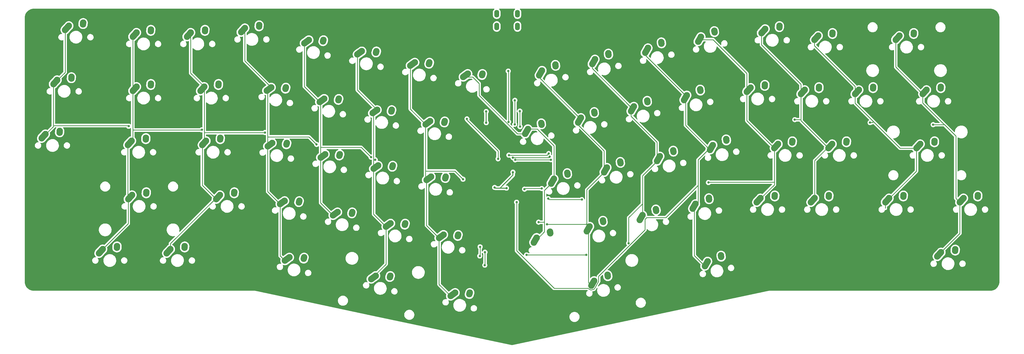
<source format=gbr>
%TF.GenerationSoftware,KiCad,Pcbnew,7.0.7*%
%TF.CreationDate,2023-10-16T19:58:37+09:00*%
%TF.ProjectId,Purin_PCB,50757269-6e5f-4504-9342-2e6b69636164,rev?*%
%TF.SameCoordinates,Original*%
%TF.FileFunction,Copper,L1,Top*%
%TF.FilePolarity,Positive*%
%FSLAX46Y46*%
G04 Gerber Fmt 4.6, Leading zero omitted, Abs format (unit mm)*
G04 Created by KiCad (PCBNEW 7.0.7) date 2023-10-16 19:58:37*
%MOMM*%
%LPD*%
G01*
G04 APERTURE LIST*
G04 Aperture macros list*
%AMHorizOval*
0 Thick line with rounded ends*
0 $1 width*
0 $2 $3 position (X,Y) of the first rounded end (center of the circle)*
0 $4 $5 position (X,Y) of the second rounded end (center of the circle)*
0 Add line between two ends*
20,1,$1,$2,$3,$4,$5,0*
0 Add two circle primitives to create the rounded ends*
1,1,$1,$2,$3*
1,1,$1,$4,$5*%
G04 Aperture macros list end*
%TA.AperFunction,ComponentPad*%
%ADD10C,2.250000*%
%TD*%
%TA.AperFunction,ComponentPad*%
%ADD11HorizOval,2.250000X0.020000X0.290000X-0.020000X-0.290000X0*%
%TD*%
%TA.AperFunction,ComponentPad*%
%ADD12HorizOval,2.250000X0.655001X0.730000X-0.655001X-0.730000X0*%
%TD*%
%TA.AperFunction,ComponentPad*%
%ADD13HorizOval,2.250000X-0.040731X0.287821X0.040731X-0.287821X0*%
%TD*%
%TA.AperFunction,ComponentPad*%
%ADD14HorizOval,2.250000X0.488912X0.850230X-0.488912X-0.850230X0*%
%TD*%
%TA.AperFunction,ComponentPad*%
%ADD15HorizOval,2.250000X0.079857X0.279505X-0.079857X-0.279505X0*%
%TD*%
%TA.AperFunction,ComponentPad*%
%ADD16HorizOval,2.250000X0.792463X0.577865X-0.792463X-0.577865X0*%
%TD*%
%TA.AperFunction,ComponentPad*%
%ADD17HorizOval,2.250000X0.792463X0.577865X-0.792463X-0.577865X0*%
%TD*%
%TA.AperFunction,ComponentPad*%
%ADD18O,1.700000X2.700000*%
%TD*%
%TA.AperFunction,ViaPad*%
%ADD19C,0.800000*%
%TD*%
%TA.AperFunction,Conductor*%
%ADD20C,0.375000*%
%TD*%
%TA.AperFunction,Conductor*%
%ADD21C,0.250000*%
%TD*%
G04 APERTURE END LIST*
D10*
%TO.P,MX16,2,ROW*%
%TO.N,Net-(D16-A)*%
X17224567Y129212133D03*
D11*
X17204567Y128922133D03*
D10*
%TO.P,MX16,1,COL*%
%TO.N,COL0*%
X12184567Y128132133D03*
D12*
X11529568Y127402133D03*
%TD*%
D10*
%TO.P,MX4,2,ROW*%
%TO.N,Net-(D4-A)*%
X83264567Y147468383D03*
D11*
X83244567Y147178383D03*
D10*
%TO.P,MX4,1,COL*%
%TO.N,COL3*%
X78224567Y146388383D03*
D12*
X77569568Y145658383D03*
%TD*%
D10*
%TO.P,MX11,2,ROW*%
%TO.N,Net-(D11-A)*%
X224750697Y141473947D03*
D13*
X224791428Y141186125D03*
D10*
%TO.P,MX11,1,COL*%
%TO.N,COL10*%
X220045377Y139369672D03*
D14*
X219556467Y138519442D03*
%TD*%
D10*
%TO.P,MX53,2,ROW*%
%TO.N,Net-(D53-A)*%
X222845697Y82672947D03*
D13*
X222886428Y82385125D03*
D10*
%TO.P,MX53,1,COL*%
%TO.N,COL9*%
X218140377Y80568672D03*
D14*
X217651467Y79718442D03*
%TD*%
D10*
%TO.P,MX50,2,ROW*%
%TO.N,Net-(D50-A)*%
X153279814Y73720577D03*
D15*
X153199957Y73441073D03*
D10*
%TO.P,MX50,1,COL*%
%TO.N,COL6*%
X148125406Y73712053D03*
D16*
X147332944Y73134186D03*
%TD*%
D10*
%TO.P,MX43,2,ROW*%
%TO.N,Net-(D43-A)*%
X289915041Y106667685D03*
D11*
X289895041Y106377685D03*
D10*
%TO.P,MX43,1,COL*%
%TO.N,COL12*%
X284875041Y105587685D03*
D12*
X284220042Y104857685D03*
%TD*%
D10*
%TO.P,MX14,2,ROW*%
%TO.N,Net-(D14-A)*%
X284993791Y144767685D03*
D11*
X284973791Y144477685D03*
D10*
%TO.P,MX14,1,COL*%
%TO.N,COL13*%
X279953791Y143687685D03*
D12*
X279298792Y142957685D03*
%TD*%
D10*
%TO.P,MX66,2,ROW*%
%TO.N,Net-(D66-A)*%
X328173791Y68567685D03*
D11*
X328153791Y68277685D03*
D10*
%TO.P,MX66,1,COL*%
%TO.N,COL14*%
X323133791Y67487685D03*
D12*
X322478792Y66757685D03*
%TD*%
D10*
%TO.P,MX25,2,ROW*%
%TO.N,Net-(D25-A)*%
X219782383Y120904053D03*
D13*
X219823114Y120616231D03*
D10*
%TO.P,MX25,1,COL*%
%TO.N,COL9*%
X215077063Y118799778D03*
D14*
X214588153Y117949548D03*
%TD*%
D10*
%TO.P,MX20,2,ROW*%
%TO.N,Net-(D20-A)*%
X111292025Y121567856D03*
D15*
X111212168Y121288352D03*
D10*
%TO.P,MX20,1,COL*%
%TO.N,COL4*%
X106137617Y121559332D03*
D16*
X105345155Y120981465D03*
%TD*%
D10*
%TO.P,MX2,2,ROW*%
%TO.N,Net-(D2-A)*%
X45164567Y145880883D03*
D11*
X45144567Y145590883D03*
D10*
%TO.P,MX2,1,COL*%
%TO.N,COL1*%
X40124567Y144800883D03*
D12*
X39469568Y144070883D03*
%TD*%
D10*
%TO.P,MX1,2,ROW*%
%TO.N,Net-(D1-A)*%
X21352067Y148262133D03*
D11*
X21332067Y147972133D03*
D10*
%TO.P,MX1,1,COL*%
%TO.N,COL0*%
X16312067Y147182133D03*
D12*
X15657068Y146452133D03*
%TD*%
D10*
%TO.P,MX23,2,ROW*%
%TO.N,Net-(D23-A)*%
X182514959Y112982618D03*
D13*
X182555690Y112694796D03*
D10*
%TO.P,MX23,1,COL*%
%TO.N,COL7*%
X177809639Y110878343D03*
D14*
X177320729Y110028113D03*
%TD*%
D10*
%TO.P,MX38,2,ROW*%
%TO.N,Net-(D38-A)*%
X191674273Y95452512D03*
D13*
X191715004Y95164690D03*
D10*
%TO.P,MX38,1,COL*%
%TO.N,COL7*%
X186968953Y93348237D03*
D14*
X186480043Y92498007D03*
%TD*%
D10*
%TO.P,MX32,2,ROW*%
%TO.N,Net-(D32-A)*%
X43418317Y107780883D03*
D11*
X43398317Y107490883D03*
D10*
%TO.P,MX32,1,COL*%
%TO.N,COL1*%
X38378317Y106700883D03*
D12*
X37723318Y105970883D03*
%TD*%
D10*
%TO.P,MX17,2,ROW*%
%TO.N,Net-(D17-A)*%
X45164567Y126830883D03*
D11*
X45144567Y126540883D03*
D10*
%TO.P,MX17,1,COL*%
%TO.N,COL1*%
X40124567Y125750883D03*
D12*
X39469568Y125020883D03*
%TD*%
D10*
%TO.P,MX41,2,ROW*%
%TO.N,Net-(D41-A)*%
X247575409Y107334665D03*
D13*
X247616140Y107046843D03*
D10*
%TO.P,MX41,1,COL*%
%TO.N,COL10*%
X242870089Y105230390D03*
D14*
X242381179Y104380160D03*
%TD*%
D10*
%TO.P,MX15,2,ROW*%
%TO.N,Net-(D15-A)*%
X313568791Y144767685D03*
D11*
X313548791Y144477685D03*
D10*
%TO.P,MX15,1,COL*%
%TO.N,COL14*%
X308528791Y143687685D03*
D12*
X307873792Y142957685D03*
%TD*%
D10*
%TO.P,MX3,2,ROW*%
%TO.N,Net-(D3-A)*%
X64214567Y145880883D03*
D11*
X64194567Y145590883D03*
D10*
%TO.P,MX3,1,COL*%
%TO.N,COL2*%
X59174567Y144800883D03*
D12*
X58519568Y144070883D03*
%TD*%
D10*
%TO.P,MX21,2,ROW*%
%TO.N,Net-(D21-A)*%
X129925737Y117607139D03*
D15*
X129845880Y117327635D03*
D10*
%TO.P,MX21,1,COL*%
%TO.N,COL5*%
X124771329Y117598615D03*
D16*
X123978867Y117020748D03*
%TD*%
D10*
%TO.P,MX10,2,ROW*%
%TO.N,Net-(D10-A)*%
X206116985Y137513230D03*
D13*
X206157716Y137225408D03*
D10*
%TO.P,MX10,1,COL*%
%TO.N,COL9*%
X201411665Y135408955D03*
D14*
X200922755Y134558725D03*
%TD*%
D10*
%TO.P,MX52,2,ROW*%
%TO.N,Net-(D52-A)*%
X204211986Y78712229D03*
D13*
X204252717Y78424407D03*
D10*
%TO.P,MX52,1,COL*%
%TO.N,COL8*%
X199506666Y76607954D03*
D14*
X199017756Y75757724D03*
%TD*%
D10*
%TO.P,MX58,2,ROW*%
%TO.N,Net-(D58-A)*%
X336111291Y87617685D03*
D11*
X336091291Y87327685D03*
D10*
%TO.P,MX58,1,COL*%
%TO.N,COL14*%
X331071291Y86537685D03*
D12*
X330416292Y85807685D03*
%TD*%
D10*
%TO.P,MX22,2,ROW*%
%TO.N,Net-(D22-A)*%
X148559449Y113646421D03*
D15*
X148479592Y113366917D03*
D10*
%TO.P,MX22,1,COL*%
%TO.N,COL6*%
X143405041Y113637897D03*
D16*
X142612579Y113060030D03*
%TD*%
D10*
%TO.P,MX44,2,ROW*%
%TO.N,Net-(D44-A)*%
X320871291Y106667685D03*
D11*
X320851291Y106377685D03*
D10*
%TO.P,MX44,1,COL*%
%TO.N,COL13*%
X315831291Y105587685D03*
D12*
X315176292Y104857685D03*
%TD*%
D10*
%TO.P,MX28,2,ROW*%
%TO.N,Net-(D28-A)*%
X280231291Y125717685D03*
D11*
X280211291Y125427685D03*
D10*
%TO.P,MX28,1,COL*%
%TO.N,COL12*%
X275191291Y124637685D03*
D12*
X274536292Y123907685D03*
%TD*%
D10*
%TO.P,MX34,2,ROW*%
%TO.N,Net-(D34-A)*%
X92996949Y105971363D03*
D15*
X92917092Y105691859D03*
D10*
%TO.P,MX34,1,COL*%
%TO.N,COL3*%
X87842541Y105962839D03*
D16*
X87050079Y105384972D03*
%TD*%
D10*
%TO.P,MX56,2,ROW*%
%TO.N,Net-(D56-A)*%
X283723791Y87617685D03*
D11*
X283703791Y87327685D03*
D10*
%TO.P,MX56,1,COL*%
%TO.N,COL12*%
X278683791Y86537685D03*
D12*
X278028792Y85807685D03*
%TD*%
D10*
%TO.P,MX31,2,ROW*%
%TO.N,Net-(D31-A)*%
X13097067Y110162133D03*
D11*
X13077067Y109872133D03*
D10*
%TO.P,MX31,1,COL*%
%TO.N,COL0*%
X8057067Y109082133D03*
D12*
X7402068Y108352133D03*
%TD*%
D10*
%TO.P,MX30,2,ROW*%
%TO.N,Net-(D30-A)*%
X323093791Y125717685D03*
D11*
X323073791Y125427685D03*
D10*
%TO.P,MX30,1,COL*%
%TO.N,COL14*%
X318053791Y124637685D03*
D12*
X317398792Y123907685D03*
%TD*%
D10*
%TO.P,MX33,2,ROW*%
%TO.N,Net-(D33-A)*%
X69612067Y107780883D03*
D11*
X69592067Y107490883D03*
D10*
%TO.P,MX33,1,COL*%
%TO.N,COL2*%
X64572067Y106700883D03*
D12*
X63917068Y105970883D03*
%TD*%
D10*
%TO.P,MX8,2,ROW*%
%TO.N,Net-(D8-A)*%
X161804575Y130339268D03*
D15*
X161724718Y130059764D03*
D10*
%TO.P,MX8,1,COL*%
%TO.N,COL7*%
X156650167Y130330744D03*
D16*
X155857705Y129752877D03*
%TD*%
D10*
%TO.P,MX49,2,ROW*%
%TO.N,Net-(D49-A)*%
X134646103Y77681295D03*
D15*
X134566246Y77401791D03*
D10*
%TO.P,MX49,1,COL*%
%TO.N,COL5*%
X129491695Y77672771D03*
D16*
X128699233Y77094904D03*
%TD*%
D10*
%TO.P,MX42,2,ROW*%
%TO.N,Net-(D42-A)*%
X270865041Y106667685D03*
D11*
X270845041Y106377685D03*
D10*
%TO.P,MX42,1,COL*%
%TO.N,COL11*%
X265825041Y105587685D03*
D12*
X265170042Y104857685D03*
%TD*%
D10*
%TO.P,MX39,2,ROW*%
%TO.N,Net-(D39-A)*%
X210307985Y99413230D03*
D13*
X210348716Y99125408D03*
D10*
%TO.P,MX39,1,COL*%
%TO.N,COL8*%
X205602665Y97308955D03*
D14*
X205113755Y96458725D03*
%TD*%
D10*
%TO.P,MX36,2,ROW*%
%TO.N,Net-(D36-A)*%
X130264372Y98049928D03*
D15*
X130184515Y97770424D03*
D10*
%TO.P,MX36,1,COL*%
%TO.N,COL5*%
X125109964Y98041404D03*
D16*
X124317502Y97463537D03*
%TD*%
D10*
%TO.P,MX40,2,ROW*%
%TO.N,Net-(D40-A)*%
X228941697Y103373947D03*
D13*
X228982428Y103086125D03*
D10*
%TO.P,MX40,1,COL*%
%TO.N,COL9*%
X224236377Y101269672D03*
D14*
X223747467Y100419442D03*
%TD*%
D10*
%TO.P,MX6,2,ROW*%
%TO.N,Net-(D6-A)*%
X124537152Y138260703D03*
D15*
X124457295Y137981199D03*
D10*
%TO.P,MX6,1,COL*%
%TO.N,COL5*%
X119382744Y138252179D03*
D16*
X118590282Y137674312D03*
%TD*%
D10*
%TO.P,MX54,2,ROW*%
%TO.N,Net-(D54-A)*%
X241479409Y86633665D03*
D13*
X241520140Y86345843D03*
D10*
%TO.P,MX54,1,COL*%
%TO.N,COL10*%
X236774089Y84529390D03*
D14*
X236285179Y83679160D03*
%TD*%
D10*
%TO.P,MX37,2,ROW*%
%TO.N,Net-(D37-A)*%
X148898084Y94089210D03*
D15*
X148818227Y93809706D03*
D10*
%TO.P,MX37,1,COL*%
%TO.N,COL6*%
X143743676Y94080686D03*
D16*
X142951214Y93502819D03*
%TD*%
D10*
%TO.P,MX47,2,ROW*%
%TO.N,Net-(D47-A)*%
X97378679Y85602730D03*
D15*
X97298822Y85323226D03*
D10*
%TO.P,MX47,1,COL*%
%TO.N,COL3*%
X92224271Y85594206D03*
D16*
X91431809Y85016339D03*
%TD*%
D10*
%TO.P,MX57,2,ROW*%
%TO.N,Net-(D57-A)*%
X309917541Y87617685D03*
D11*
X309897541Y87327685D03*
D10*
%TO.P,MX57,1,COL*%
%TO.N,COL13*%
X304877541Y86537685D03*
D12*
X304222542Y85807685D03*
%TD*%
D10*
%TO.P,MX45,2,ROW*%
%TO.N,Net-(D45-A)*%
X43570817Y88730883D03*
D11*
X43550817Y88440883D03*
D10*
%TO.P,MX45,1,COL*%
%TO.N,COL1*%
X38530817Y87650883D03*
D12*
X37875818Y86920883D03*
%TD*%
D10*
%TO.P,MX46,2,ROW*%
%TO.N,Net-(D46-A)*%
X74527067Y88730883D03*
D11*
X74507067Y88440883D03*
D10*
%TO.P,MX46,1,COL*%
%TO.N,COL2*%
X69487067Y87650883D03*
D12*
X68832068Y86920883D03*
%TD*%
D10*
%TO.P,MX13,2,ROW*%
%TO.N,Net-(D13-A)*%
X266324791Y147180685D03*
D11*
X266304791Y146890685D03*
D10*
%TO.P,MX13,1,COL*%
%TO.N,COL12*%
X261284791Y146100685D03*
D12*
X260629792Y145370685D03*
%TD*%
D10*
%TO.P,MX35,2,ROW*%
%TO.N,Net-(D35-A)*%
X111630660Y102010646D03*
D15*
X111550803Y101731142D03*
D10*
%TO.P,MX35,1,COL*%
%TO.N,COL4*%
X106476252Y102002122D03*
D16*
X105683790Y101424255D03*
%TD*%
D10*
%TO.P,MX27,2,ROW*%
%TO.N,Net-(D27-A)*%
X261181291Y126511435D03*
D11*
X261161291Y126221435D03*
D10*
%TO.P,MX27,1,COL*%
%TO.N,COL11*%
X256141291Y125431435D03*
D12*
X255486292Y124701435D03*
%TD*%
D10*
%TO.P,MX61,2,ROW*%
%TO.N,Net-(D61-A)*%
X99077190Y65735671D03*
D15*
X98997333Y65456167D03*
D10*
%TO.P,MX61,1,COL*%
%TO.N,COL3*%
X93922782Y65727147D03*
D16*
X93130320Y65149280D03*
%TD*%
D14*
%TO.P,MX64,1,COL*%
%TO.N,COL8*%
X200649259Y56628923D03*
D10*
X201138169Y57479153D03*
D13*
%TO.P,MX64,2,ROW*%
%TO.N,Net-(D64-A)*%
X205884220Y59295606D03*
D10*
X205843489Y59583428D03*
%TD*%
%TO.P,MX65,2,ROW*%
%TO.N,Net-(D65-A)*%
X245750237Y66439505D03*
D13*
X245790968Y66151683D03*
D10*
%TO.P,MX65,1,COL*%
%TO.N,COL10*%
X241044917Y64335230D03*
D14*
X240556007Y63485000D03*
%TD*%
D10*
%TO.P,MX7,2,ROW*%
%TO.N,Net-(D7-A)*%
X143170864Y134299985D03*
D15*
X143091007Y134020481D03*
D10*
%TO.P,MX7,1,COL*%
%TO.N,COL6*%
X138016456Y134291461D03*
D17*
X137223994Y133713594D03*
%TD*%
D10*
%TO.P,MX60,2,ROW*%
%TO.N,Net-(D60-A)*%
X57070817Y69680883D03*
D11*
X57050817Y69390883D03*
D10*
%TO.P,MX60,1,COL*%
%TO.N,COL2*%
X52030817Y68600883D03*
D12*
X51375818Y67870883D03*
%TD*%
D10*
%TO.P,MX48,2,ROW*%
%TO.N,Net-(D48-A)*%
X116012391Y81642012D03*
D15*
X115932534Y81362508D03*
D10*
%TO.P,MX48,1,COL*%
%TO.N,COL4*%
X110857983Y81633488D03*
D16*
X110065521Y81055621D03*
%TD*%
D10*
%TO.P,MX9,2,ROW*%
%TO.N,Net-(D9-A)*%
X187483274Y133552512D03*
D13*
X187524005Y133264690D03*
D10*
%TO.P,MX9,1,COL*%
%TO.N,COL8*%
X182777954Y131448237D03*
D14*
X182289044Y130598007D03*
%TD*%
D10*
%TO.P,MX63,2,ROW*%
%TO.N,Net-(D63-A)*%
X157370189Y53289671D03*
D15*
X157290332Y53010167D03*
D10*
%TO.P,MX63,1,COL*%
%TO.N,COL6*%
X152215781Y53281147D03*
D16*
X151423319Y52703280D03*
%TD*%
D10*
%TO.P,MX26,2,ROW*%
%TO.N,Net-(D26-A)*%
X238416095Y124864771D03*
D13*
X238456826Y124576949D03*
D10*
%TO.P,MX26,1,COL*%
%TO.N,COL10*%
X233710775Y122760496D03*
D14*
X233221865Y121910266D03*
%TD*%
D10*
%TO.P,MX18,2,ROW*%
%TO.N,Net-(D18-A)*%
X68977067Y126830883D03*
D11*
X68957067Y126540883D03*
D10*
%TO.P,MX18,1,COL*%
%TO.N,COL2*%
X63937067Y125750883D03*
D12*
X63282068Y125020883D03*
%TD*%
D10*
%TO.P,MX19,2,ROW*%
%TO.N,Net-(D19-A)*%
X92658313Y125528574D03*
D15*
X92578456Y125249070D03*
D10*
%TO.P,MX19,1,COL*%
%TO.N,COL3*%
X87503905Y125520050D03*
D16*
X86711443Y124942183D03*
%TD*%
D10*
%TO.P,MX24,2,ROW*%
%TO.N,Net-(D24-A)*%
X201148671Y116943335D03*
D13*
X201189402Y116655513D03*
D10*
%TO.P,MX24,1,COL*%
%TO.N,COL8*%
X196443351Y114839060D03*
D14*
X195954441Y113988830D03*
%TD*%
D10*
%TO.P,MX29,2,ROW*%
%TO.N,Net-(D29-A)*%
X299281291Y125717685D03*
D11*
X299261291Y125427685D03*
D10*
%TO.P,MX29,1,COL*%
%TO.N,COL13*%
X294241291Y124637685D03*
D12*
X293586292Y123907685D03*
%TD*%
D10*
%TO.P,MX51,2,ROW*%
%TO.N,Net-(D51-A)*%
X185578274Y74751512D03*
D13*
X185619005Y74463690D03*
D10*
%TO.P,MX51,1,COL*%
%TO.N,COL7*%
X180872954Y72647237D03*
D14*
X180384044Y71797007D03*
%TD*%
D10*
%TO.P,MX55,2,ROW*%
%TO.N,Net-(D55-A)*%
X264673791Y87617685D03*
D11*
X264653791Y87327685D03*
D10*
%TO.P,MX55,1,COL*%
%TO.N,COL11*%
X259633791Y86537685D03*
D12*
X258978792Y85807685D03*
%TD*%
D10*
%TO.P,MX62,2,ROW*%
%TO.N,Net-(D62-A)*%
X129414199Y59260884D03*
D15*
X129334342Y58981380D03*
D10*
%TO.P,MX62,1,COL*%
%TO.N,COL5*%
X124259791Y59252360D03*
D16*
X123467329Y58674493D03*
%TD*%
D10*
%TO.P,MX12,2,ROW*%
%TO.N,Net-(D12-A)*%
X243384409Y145434665D03*
D13*
X243425140Y145146843D03*
D10*
%TO.P,MX12,1,COL*%
%TO.N,COL11*%
X238679089Y143330390D03*
D14*
X238190179Y142480160D03*
%TD*%
D10*
%TO.P,MX5,2,ROW*%
%TO.N,Net-(D5-A)*%
X105903440Y142221421D03*
D15*
X105823583Y141941917D03*
D10*
%TO.P,MX5,1,COL*%
%TO.N,COL4*%
X100749032Y142212897D03*
D16*
X99956570Y141635030D03*
%TD*%
D10*
%TO.P,MX59,2,ROW*%
%TO.N,Net-(D59-A)*%
X33258317Y69680883D03*
D11*
X33238317Y69390883D03*
D10*
%TO.P,MX59,1,COL*%
%TO.N,COL1*%
X28218317Y68600883D03*
D12*
X27563318Y67870883D03*
%TD*%
D18*
%TO.P,USB1,6,SHIELD*%
%TO.N,unconnected-(USB1-SHIELD-Pad6)*%
X174158414Y151452055D03*
X166858414Y151452055D03*
X174158414Y146952055D03*
X166858414Y146952055D03*
%TD*%
D19*
%TO.N,+5V*%
X163140000Y113100000D03*
X163140000Y117020000D03*
%TO.N,GND*%
X165560000Y101760000D03*
X163140000Y100870000D03*
%TO.N,+5V*%
X172553994Y95673994D03*
X166100000Y90320000D03*
X170272000Y90076006D03*
%TO.N,COL12*%
X271700000Y114160000D03*
X171120000Y101660000D03*
X185130000Y102240000D03*
%TO.N,COL13*%
X172541528Y100814500D03*
X185500000Y101110000D03*
X298200000Y113134500D03*
%TO.N,COL14*%
X173327701Y100027701D03*
X185890000Y100050000D03*
X320380000Y112410000D03*
%TO.N,ROW0*%
X167309647Y100380353D03*
X156370000Y114430000D03*
%TO.N,COL11*%
X241320000Y92040000D03*
X176609006Y89698930D03*
X184950000Y86370000D03*
X196790000Y86030000D03*
X182690000Y89940000D03*
%TO.N,COL10*%
X173830000Y85120000D03*
%TO.N,COL9*%
X213260000Y70680000D03*
X198320000Y66600000D03*
X177340000Y66560000D03*
%TO.N,COL8*%
X184550000Y77370000D03*
%TO.N,COL7*%
X181570000Y78100000D03*
%TO.N,ROW4*%
X162720000Y67540000D03*
X162650000Y62970000D03*
%TO.N,ROW3*%
X160880000Y66210000D03*
X161000000Y69410000D03*
%TO.N,COL0*%
X37350000Y111860000D03*
%TO.N,COL1*%
X63110000Y110580000D03*
%TO.N,COL2*%
X85310000Y109640000D03*
%TO.N,COL3*%
X103450000Y105450000D03*
%TO.N,COL4*%
X122610000Y100970000D03*
%TO.N,COL5*%
X124110000Y100040000D03*
%TO.N,COL6*%
X154990000Y93210000D03*
%TO.N,Net-(U1-D+)*%
X173230000Y120970000D03*
X173170000Y112500000D03*
%TO.N,Net-(U1-D-)*%
X170890000Y131260000D03*
X171000000Y113370000D03*
%TO.N,Net-(U1-~{RESET})*%
X175050000Y111700000D03*
X174980000Y117170000D03*
%TD*%
D20*
%TO.N,+5V*%
X163140000Y113100000D02*
X163140000Y117020000D01*
X163110000Y117050000D02*
X163140000Y117020000D01*
%TO.N,GND*%
X163140000Y100870000D02*
X164670000Y100870000D01*
X164670000Y100870000D02*
X165560000Y101760000D01*
D21*
%TO.N,COL4*%
X104891327Y120064965D02*
X104891327Y104400000D01*
X119180000Y104400000D02*
X104891327Y104400000D01*
X104891327Y104400000D02*
X104891327Y103460000D01*
X122610000Y100970000D02*
X119180000Y104400000D01*
D20*
%TO.N,+5V*%
X170272000Y90076006D02*
X167990000Y90076006D01*
X167990000Y90076006D02*
X166343994Y90076006D01*
X172553994Y95673994D02*
X172553994Y94640000D01*
X172553994Y94640000D02*
X167990000Y90076006D01*
X166343994Y90076006D02*
X166100000Y90320000D01*
D21*
%TO.N,COL14*%
X329761291Y85077685D02*
X329761291Y74115185D01*
X329761291Y74115185D02*
X323133791Y67487685D01*
%TO.N,COL13*%
X303567541Y85077685D02*
X303567541Y82997554D01*
%TO.N,COL12*%
X271700000Y114160000D02*
X273781291Y114160000D01*
X273881291Y123177685D02*
X273881291Y114260000D01*
X273881291Y114260000D02*
X273881291Y113811435D01*
X273781291Y114160000D02*
X273881291Y114260000D01*
X184550000Y101660000D02*
X185130000Y102240000D01*
X171120000Y101660000D02*
X184550000Y101660000D01*
%TO.N,COL13*%
X185204500Y100814500D02*
X185500000Y101110000D01*
X172541528Y100814500D02*
X185204500Y100814500D01*
X292931291Y119954554D02*
X299377923Y113507923D01*
X299377923Y113507923D02*
X308758160Y104127685D01*
X298200000Y113134500D02*
X299004500Y113134500D01*
X299004500Y113134500D02*
X299377923Y113507923D01*
%TO.N,COL14*%
X323990923Y112770923D02*
X324370923Y112390923D01*
X324370923Y112390923D02*
X328370291Y108391554D01*
X320380000Y112410000D02*
X320399077Y112390923D01*
X320399077Y112390923D02*
X324370923Y112390923D01*
X185867701Y100027701D02*
X185890000Y100050000D01*
X173327701Y100027701D02*
X185867701Y100027701D01*
X316743791Y120018054D02*
X323990923Y112770923D01*
%TO.N,COL13*%
X278643791Y140147554D02*
X292931291Y125860054D01*
%TO.N,COL14*%
X307218791Y132702685D02*
X316743791Y123177685D01*
%TO.N,COL12*%
X259974791Y140526794D02*
X273881291Y126620294D01*
%TO.N,ROW0*%
X167309647Y100380353D02*
X167309647Y103070353D01*
X167309647Y103070353D02*
X156580000Y113800000D01*
X156580000Y113800000D02*
X156370000Y114010000D01*
X156370000Y114010000D02*
X156370000Y114430000D01*
%TO.N,COL11*%
X185290000Y86030000D02*
X184950000Y86370000D01*
X176850076Y89940000D02*
X176609006Y89698930D01*
X196790000Y86030000D02*
X185290000Y86030000D01*
X264515041Y104127685D02*
X264515041Y92170000D01*
X264515041Y92170000D02*
X241450000Y92170000D01*
X264515041Y92170000D02*
X264515041Y91268935D01*
X182690000Y89940000D02*
X176850076Y89940000D01*
X241450000Y92170000D02*
X241320000Y92040000D01*
X254831291Y113811435D02*
X264515041Y104127685D01*
%TO.N,COL10*%
X173830000Y68030000D02*
X173830000Y85120000D01*
X198916866Y54821098D02*
X187038902Y54821098D01*
X199958196Y54222298D02*
X198916866Y54821098D01*
X237682205Y100042506D02*
X237682205Y91040000D01*
X202694566Y59089261D02*
X202694566Y57277002D01*
X202694566Y57277002D02*
X201117942Y54535212D01*
X218965581Y75360276D02*
X202694566Y59089261D01*
X226361959Y79719754D02*
X219590377Y79719754D01*
X219590377Y79719754D02*
X218965581Y79094958D01*
X187038902Y54821098D02*
X173830000Y68030000D01*
X237682205Y91040000D02*
X226361959Y79719754D01*
X201117942Y54535212D02*
X199958196Y54222298D01*
X218965581Y79094958D02*
X218965581Y75360276D01*
X237682205Y91040000D02*
X237682205Y84714868D01*
%TO.N,COL9*%
X198280000Y66560000D02*
X198320000Y66600000D01*
X218140377Y94451034D02*
X218140377Y84580000D01*
X177340000Y66560000D02*
X198280000Y66560000D01*
X218140377Y84580000D02*
X218140377Y80568672D01*
X213260000Y70680000D02*
X213260000Y79699623D01*
X213260000Y79699623D02*
X218140377Y84580000D01*
%TO.N,COL8*%
X198528844Y77660000D02*
X198528844Y89512496D01*
X184550000Y77370000D02*
X198238844Y77370000D01*
X198238844Y77370000D02*
X198528844Y77660000D01*
X198528844Y74907494D02*
X198528844Y77660000D01*
%TO.N,COL7*%
X183642000Y89298646D02*
X183642000Y78100000D01*
X183642000Y78100000D02*
X183642000Y74693645D01*
X181570000Y78100000D02*
X183642000Y78100000D01*
%TO.N,ROW4*%
X162720000Y63040000D02*
X162650000Y62970000D01*
X162720000Y67540000D02*
X162720000Y63040000D01*
%TO.N,ROW3*%
X161000000Y66330000D02*
X160880000Y66210000D01*
X161000000Y69410000D02*
X161000000Y66330000D01*
%TO.N,COL0*%
X10874567Y112090000D02*
X37120000Y112090000D01*
X37120000Y112090000D02*
X37350000Y111860000D01*
X10874567Y126672133D02*
X10874567Y112090000D01*
X10874567Y112090000D02*
X10874567Y111749633D01*
%TO.N,COL1*%
X63040000Y110510000D02*
X63110000Y110580000D01*
X38814567Y110510000D02*
X38814567Y106987133D01*
X38814567Y110510000D02*
X63040000Y110510000D01*
X38814567Y124290883D02*
X38814567Y110510000D01*
%TO.N,COL2*%
X63937067Y125750883D02*
X63937067Y109570000D01*
X85240000Y109570000D02*
X85310000Y109640000D01*
X63937067Y109570000D02*
X63937067Y105915883D01*
X63937067Y109570000D02*
X85240000Y109570000D01*
%TO.N,COL3*%
X86257616Y124273761D02*
X86257616Y108110000D01*
X86257616Y108110000D02*
X86257616Y104807107D01*
X100790000Y108110000D02*
X103450000Y105450000D01*
X86257616Y108110000D02*
X100790000Y108110000D01*
%TO.N,COL4*%
X104891327Y103460000D02*
X104891327Y100846390D01*
%TO.N,COL5*%
X123525039Y116104248D02*
X123525039Y100040000D01*
X123525039Y100040000D02*
X123525039Y96885672D01*
X123525039Y100040000D02*
X124110000Y100040000D01*
%TO.N,COL6*%
X141820116Y96090000D02*
X141820116Y93263589D01*
X141820116Y112482165D02*
X141820116Y96090000D01*
X152110000Y96090000D02*
X154990000Y93210000D01*
X141820116Y96090000D02*
X152110000Y96090000D01*
%TO.N,COL0*%
X15002067Y145722133D02*
X15002067Y130799633D01*
X10874567Y111749633D02*
X6747067Y107622133D01*
X15002067Y130799633D02*
X10874567Y126672133D01*
%TO.N,COL1*%
X38814567Y106987133D02*
X37068317Y105240883D01*
X37220817Y77603383D02*
X28218317Y68600883D01*
X37068317Y86343383D02*
X37220817Y86190883D01*
X37220817Y86190883D02*
X37220817Y77603383D01*
X37068317Y105240883D02*
X37068317Y86343383D01*
X38814567Y143340883D02*
X38814567Y124290883D01*
%TO.N,COL2*%
X63262067Y91105883D02*
X68177067Y86190883D01*
X59174567Y144800883D02*
X59174567Y130513383D01*
X59174567Y130513383D02*
X63937067Y125750883D01*
X63262067Y105240883D02*
X63262067Y91105883D01*
X52030817Y70542400D02*
X52030817Y68600883D01*
X67679300Y86190883D02*
X52030817Y70542400D01*
X63937067Y105915883D02*
X63262067Y105240883D01*
X68177067Y86190883D02*
X67679300Y86190883D01*
%TO.N,COL3*%
X85918980Y124364318D02*
X86348173Y124364318D01*
X90639346Y66269926D02*
X92337857Y64571415D01*
X86348173Y124364318D02*
X87503905Y125520050D01*
X90639346Y84438474D02*
X90639346Y66269926D01*
X78224567Y146388383D02*
X78224567Y134799388D01*
X86257616Y104807107D02*
X86257616Y88820204D01*
X87503905Y125520050D02*
X86257616Y124273761D01*
X86257616Y88820204D02*
X90639346Y84438474D01*
X78224567Y134799388D02*
X87503905Y125520050D01*
%TO.N,COL4*%
X104552692Y120403600D02*
X104891327Y120064965D01*
X99164107Y125792185D02*
X104552692Y120403600D01*
X104891327Y100846390D02*
X104891327Y84859487D01*
X104891327Y84859487D02*
X109273058Y80477756D01*
X99164107Y141057165D02*
X99164107Y125792185D01*
%TO.N,COL5*%
X117797819Y137096447D02*
X118227012Y137096447D01*
X123525039Y96885672D02*
X123525039Y80898770D01*
X117797819Y137096447D02*
X117797819Y124572125D01*
X127906770Y76517039D02*
X127906770Y63328532D01*
X123186404Y116442883D02*
X123525039Y116104248D01*
X127906770Y63328532D02*
X122674866Y58096628D01*
X123525039Y80898770D02*
X127906770Y76517039D01*
X117797819Y124572125D02*
X124771329Y117598615D01*
X118227012Y137096447D02*
X119382744Y138252179D01*
%TO.N,COL6*%
X136860724Y133135729D02*
X138016456Y134291461D01*
X142158751Y92924954D02*
X142158751Y76938051D01*
X142158751Y76938051D02*
X146540481Y72556321D01*
X150630856Y52125415D02*
X146540481Y56215790D01*
X136431531Y117870750D02*
X141820116Y112482165D01*
X141820116Y93263589D02*
X142158751Y92924954D01*
X136431531Y133135729D02*
X136431531Y117870750D01*
X146540481Y56215790D02*
X146540481Y72556321D01*
X136431531Y133135729D02*
X136860724Y133135729D01*
%TO.N,COL7*%
X185991131Y91647777D02*
X183642000Y89298646D01*
X160632789Y122704211D02*
X174159117Y109177883D01*
X155065242Y129175012D02*
X158337382Y129175012D01*
X176831817Y109177883D02*
X177367665Y108642035D01*
X186968953Y93348237D02*
X186968953Y104953365D01*
X183642000Y74693645D02*
X179895132Y70946777D01*
X181320000Y110670000D02*
X181111657Y110878343D01*
X160632789Y126879605D02*
X160632789Y122704211D01*
X174159117Y109177883D02*
X176831817Y109177883D01*
X186968953Y104953365D02*
X181320000Y110602318D01*
X158337382Y129175012D02*
X160632789Y126879605D01*
X181320000Y110602318D02*
X181320000Y110670000D01*
X181111657Y110878343D02*
X177809639Y110878343D01*
%TO.N,COL8*%
X181800132Y129747777D02*
X181800132Y128960133D01*
X195465529Y112350956D02*
X204624843Y103191642D01*
X181800132Y128960133D02*
X195465529Y115294736D01*
X195465529Y115294736D02*
X195465529Y113138600D01*
X204624843Y103191642D02*
X204624843Y95608495D01*
X195465529Y113138600D02*
X195465529Y112350956D01*
X198528844Y74907494D02*
X199064692Y74371646D01*
X198528844Y89512496D02*
X204624843Y95608495D01*
X199064692Y56874348D02*
X200160347Y55778693D01*
X199064692Y74371646D02*
X199064692Y56874348D01*
%TO.N,COL9*%
X214099241Y118513759D02*
X214099241Y117099318D01*
X200433843Y132179157D02*
X214099241Y118513759D01*
X223258555Y99569212D02*
X218140377Y94451034D01*
X214099241Y117099318D02*
X214099241Y115404391D01*
X214099241Y115404391D02*
X223258555Y106245077D01*
X200433843Y133708495D02*
X200433843Y132179157D01*
X223258555Y106245077D02*
X223258555Y99569212D01*
%TO.N,COL10*%
X219067555Y137669212D02*
X219067555Y136881568D01*
X232732953Y121060036D02*
X233268801Y120524188D01*
X242870089Y105230390D02*
X237682205Y100042506D01*
X237682205Y84714868D02*
X235796267Y82828930D01*
X233188627Y122760496D02*
X233710775Y122760496D01*
X233268801Y120524188D02*
X233268801Y112153396D01*
X236332115Y82293082D02*
X236332115Y66369750D01*
X236332115Y66369750D02*
X240067095Y62634770D01*
X233268801Y112153396D02*
X241892267Y103529930D01*
X235796267Y82828930D02*
X236332115Y82293082D01*
X219067555Y136881568D02*
X233188627Y122760496D01*
%TO.N,COL11*%
X254831291Y130412524D02*
X254831291Y123971435D01*
X242937336Y142306479D02*
X254831291Y130412524D01*
X238377816Y142306479D02*
X242937336Y142306479D01*
X237701267Y141629930D02*
X238377816Y142306479D01*
X264515041Y91268935D02*
X258323791Y85077685D01*
X254831291Y123971435D02*
X254831291Y113811435D01*
%TO.N,COL12*%
X283067274Y104127685D02*
X278683791Y99744202D01*
X259974791Y144790685D02*
X261284791Y146100685D01*
X259974791Y144640685D02*
X259974791Y140526794D01*
X278683791Y99744202D02*
X278683791Y86537685D01*
X273881291Y113811435D02*
X283565041Y104127685D01*
X283565041Y104127685D02*
X283067274Y104127685D01*
X259974791Y144640685D02*
X259974791Y144790685D01*
X273881291Y126620294D02*
X273881291Y123177685D01*
%TO.N,COL13*%
X314521291Y96031435D02*
X303567541Y85077685D01*
X278643791Y142227685D02*
X278643791Y140147554D01*
X314521291Y104127685D02*
X314521291Y96031435D01*
X292931291Y123177685D02*
X292931291Y119954554D01*
X308758160Y104127685D02*
X314521291Y104127685D01*
X292931291Y125860054D02*
X292931291Y123177685D01*
%TO.N,COL14*%
X328370291Y86468685D02*
X329761291Y85077685D01*
X307218791Y142227685D02*
X307218791Y132702685D01*
X316743791Y123177685D02*
X316743791Y120018054D01*
X328370291Y108391554D02*
X328370291Y86468685D01*
%TO.N,Net-(U1-D+)*%
X173230000Y120970000D02*
X173230000Y112560000D01*
X173230000Y112560000D02*
X173170000Y112500000D01*
%TO.N,Net-(U1-D-)*%
X171000000Y131150000D02*
X170890000Y131260000D01*
X171000000Y113370000D02*
X171000000Y131150000D01*
%TO.N,Net-(U1-~{RESET})*%
X174980000Y111770000D02*
X175050000Y111700000D01*
X174980000Y117170000D02*
X174980000Y111770000D01*
%TD*%
%TA.AperFunction,Conductor*%
%TO.N,GND*%
G36*
X165957389Y153173565D02*
G01*
X166003144Y153120761D01*
X166013088Y153051603D01*
X165984063Y152988047D01*
X165978031Y152981569D01*
X165819919Y152823457D01*
X165684379Y152629885D01*
X165684378Y152629883D01*
X165645061Y152545567D01*
X165584511Y152415718D01*
X165584510Y152415714D01*
X165584508Y152415710D01*
X165523352Y152187468D01*
X165523350Y152187458D01*
X165507914Y152011021D01*
X165507914Y150893089D01*
X165523350Y150716651D01*
X165523352Y150716641D01*
X165584508Y150488399D01*
X165584512Y150488390D01*
X165684378Y150274226D01*
X165684379Y150274224D01*
X165819919Y150080652D01*
X165987011Y149913561D01*
X165987018Y149913556D01*
X166180579Y149778022D01*
X166180583Y149778020D01*
X166394749Y149678153D01*
X166394758Y149678149D01*
X166623000Y149616993D01*
X166623010Y149616991D01*
X166858413Y149596396D01*
X166858414Y149596396D01*
X166858415Y149596396D01*
X167093817Y149616991D01*
X167093827Y149616993D01*
X167322069Y149678149D01*
X167322073Y149678151D01*
X167322077Y149678152D01*
X167449784Y149737703D01*
X167536242Y149778019D01*
X167536244Y149778020D01*
X167729816Y149913560D01*
X167896908Y150080652D01*
X168032448Y150274224D01*
X168032449Y150274226D01*
X168068051Y150350574D01*
X168132317Y150488392D01*
X168193477Y150716647D01*
X168208914Y150893089D01*
X168208914Y152011021D01*
X168193477Y152187463D01*
X168132317Y152415718D01*
X168032449Y152629884D01*
X167896909Y152823456D01*
X167738794Y152981570D01*
X167705311Y153042892D01*
X167710295Y153112583D01*
X167752166Y153168517D01*
X167817631Y153192934D01*
X167826477Y153193250D01*
X173190350Y153193250D01*
X173257389Y153173565D01*
X173303144Y153120761D01*
X173313088Y153051603D01*
X173284063Y152988047D01*
X173278031Y152981569D01*
X173119919Y152823457D01*
X172984379Y152629885D01*
X172984378Y152629883D01*
X172945061Y152545567D01*
X172884511Y152415718D01*
X172884510Y152415714D01*
X172884508Y152415710D01*
X172823352Y152187468D01*
X172823350Y152187458D01*
X172807914Y152011021D01*
X172807914Y150893089D01*
X172823350Y150716651D01*
X172823352Y150716641D01*
X172884508Y150488399D01*
X172884512Y150488390D01*
X172984378Y150274226D01*
X172984379Y150274224D01*
X173119919Y150080652D01*
X173287011Y149913561D01*
X173287018Y149913556D01*
X173480579Y149778022D01*
X173480583Y149778020D01*
X173694749Y149678153D01*
X173694758Y149678149D01*
X173923000Y149616993D01*
X173923010Y149616991D01*
X174158413Y149596396D01*
X174158414Y149596396D01*
X174158415Y149596396D01*
X174393817Y149616991D01*
X174393827Y149616993D01*
X174622069Y149678149D01*
X174622073Y149678151D01*
X174622077Y149678152D01*
X174749784Y149737703D01*
X174836242Y149778019D01*
X174836244Y149778020D01*
X175029816Y149913560D01*
X175196908Y150080652D01*
X175332448Y150274224D01*
X175332449Y150274226D01*
X175368051Y150350574D01*
X175432317Y150488392D01*
X175493477Y150716647D01*
X175508914Y150893089D01*
X175508914Y152011021D01*
X175493477Y152187463D01*
X175432317Y152415718D01*
X175332449Y152629884D01*
X175196909Y152823456D01*
X175038794Y152981570D01*
X175005311Y153042892D01*
X175010295Y153112583D01*
X175052166Y153168517D01*
X175117631Y153192934D01*
X175126477Y153193250D01*
X340517125Y153193250D01*
X340520371Y153193165D01*
X340652027Y153186263D01*
X340854734Y153174875D01*
X340860960Y153174209D01*
X341019513Y153149095D01*
X341194621Y153119340D01*
X341200284Y153118103D01*
X341360421Y153075193D01*
X341526444Y153027360D01*
X341531501Y153025664D01*
X341688428Y152965425D01*
X341846360Y152900006D01*
X341850782Y152897967D01*
X342001684Y152821079D01*
X342150590Y152738780D01*
X342154368Y152736513D01*
X342297083Y152643833D01*
X342435575Y152545567D01*
X342438716Y152543184D01*
X342570211Y152436701D01*
X342572507Y152434748D01*
X342697998Y152322601D01*
X342700526Y152320212D01*
X342820212Y152200526D01*
X342822601Y152197998D01*
X342934748Y152072507D01*
X342936701Y152070211D01*
X343043184Y151938716D01*
X343045567Y151935575D01*
X343143833Y151797083D01*
X343236513Y151654368D01*
X343238780Y151650590D01*
X343321079Y151501684D01*
X343397967Y151350782D01*
X343400006Y151346360D01*
X343465425Y151188428D01*
X343525664Y151031501D01*
X343527360Y151026444D01*
X343575193Y150860421D01*
X343618103Y150700284D01*
X343619340Y150694621D01*
X343649095Y150519513D01*
X343674209Y150360960D01*
X343674875Y150354734D01*
X343686263Y150152026D01*
X343693165Y150020370D01*
X343693250Y150017124D01*
X343693250Y57151622D01*
X343693165Y57148377D01*
X343686516Y57021505D01*
X343674807Y56813543D01*
X343674141Y56807325D01*
X343649794Y56653599D01*
X343619213Y56473614D01*
X343617976Y56467949D01*
X343575898Y56310910D01*
X343527159Y56141731D01*
X343525463Y56136674D01*
X343466131Y55982106D01*
X343399727Y55821792D01*
X343397688Y55817369D01*
X343321771Y55668374D01*
X343238407Y55517536D01*
X343236140Y55513758D01*
X343144513Y55372663D01*
X343045077Y55232519D01*
X343042701Y55229386D01*
X342937366Y55099306D01*
X342935433Y55097035D01*
X342889064Y55045147D01*
X342821998Y54970099D01*
X342819609Y54967571D01*
X342701171Y54849133D01*
X342698644Y54846743D01*
X342571705Y54733301D01*
X342569425Y54731361D01*
X342439343Y54626021D01*
X342436225Y54623656D01*
X342296079Y54524215D01*
X342154970Y54432575D01*
X342151223Y54430326D01*
X342037577Y54367515D01*
X342000377Y54346955D01*
X341851372Y54271031D01*
X341846950Y54268991D01*
X341830298Y54262094D01*
X341686661Y54202596D01*
X341649476Y54188321D01*
X341532035Y54143238D01*
X341527031Y54141560D01*
X341357889Y54092828D01*
X341200781Y54050729D01*
X341195133Y54049496D01*
X341015235Y54018927D01*
X340861437Y53994565D01*
X340855233Y53993901D01*
X340638810Y53981743D01*
X340521328Y53975584D01*
X340518084Y53975500D01*
X262742682Y53975500D01*
X262741143Y53975641D01*
X262731246Y53975509D01*
X262731244Y53975510D01*
X262731241Y53975509D01*
X262731203Y53975509D01*
X262731157Y53975500D01*
X262731151Y53975500D01*
X262731145Y53975497D01*
X262721855Y53973675D01*
X262720239Y53973178D01*
X172237706Y34803957D01*
X172186292Y34803960D01*
X122335250Y45372591D01*
X134323876Y45372591D01*
X134363513Y45109612D01*
X134363515Y45109606D01*
X134441910Y44855459D01*
X134557300Y44615849D01*
X134557301Y44615847D01*
X134707126Y44396093D01*
X134888020Y44201134D01*
X135095961Y44035307D01*
X135326289Y43902327D01*
X135573860Y43805162D01*
X135573863Y43805160D01*
X135573866Y43805160D01*
X135573869Y43805159D01*
X135573877Y43805157D01*
X135833161Y43745977D01*
X136031969Y43731079D01*
X136031975Y43731079D01*
X136164783Y43731079D01*
X136363590Y43745977D01*
X136622874Y43805157D01*
X136622877Y43805158D01*
X136622886Y43805160D01*
X136870462Y43902327D01*
X137100791Y44035307D01*
X137308727Y44201131D01*
X137308731Y44201134D01*
X137489625Y44396093D01*
X137489626Y44396094D01*
X137639447Y44615841D01*
X137650572Y44638943D01*
X192415822Y44638943D01*
X192455459Y44375964D01*
X192455461Y44375958D01*
X192533856Y44121811D01*
X192649246Y43882201D01*
X192649247Y43882199D01*
X192799072Y43662445D01*
X192979966Y43467486D01*
X193187907Y43301659D01*
X193418235Y43168679D01*
X193665806Y43071514D01*
X193665809Y43071512D01*
X193665812Y43071512D01*
X193665815Y43071511D01*
X193665823Y43071509D01*
X193925107Y43012329D01*
X194123915Y42997431D01*
X194123921Y42997431D01*
X194256729Y42997431D01*
X194455536Y43012329D01*
X194714820Y43071509D01*
X194714823Y43071510D01*
X194714832Y43071512D01*
X194962408Y43168679D01*
X195192737Y43301659D01*
X195400673Y43467483D01*
X195400677Y43467486D01*
X195581571Y43662445D01*
X195638523Y43745978D01*
X195731393Y43882193D01*
X195846789Y44121815D01*
X195925183Y44375960D01*
X195964822Y44638951D01*
X195964822Y44904911D01*
X195925183Y45167902D01*
X195846789Y45422047D01*
X195731393Y45661669D01*
X195581572Y45881416D01*
X195400673Y46076379D01*
X195192737Y46242203D01*
X194962408Y46375183D01*
X194714832Y46472350D01*
X194455539Y46531532D01*
X194389266Y46536498D01*
X194256729Y46546431D01*
X194256723Y46546431D01*
X194123921Y46546431D01*
X194123915Y46546431D01*
X193974809Y46535256D01*
X193925105Y46531532D01*
X193665812Y46472350D01*
X193418236Y46375183D01*
X193187907Y46242203D01*
X193079434Y46155698D01*
X192979966Y46076375D01*
X192817749Y45901545D01*
X192799072Y45881416D01*
X192649251Y45661669D01*
X192649249Y45661665D01*
X192649247Y45661662D01*
X192649246Y45661660D01*
X192533856Y45422050D01*
X192455461Y45167903D01*
X192455459Y45167897D01*
X192415822Y44904918D01*
X192415822Y44638943D01*
X137650572Y44638943D01*
X137754843Y44855463D01*
X137833237Y45109608D01*
X137842024Y45167902D01*
X137872875Y45372591D01*
X137872876Y45372600D01*
X137872876Y45638557D01*
X137872875Y45638566D01*
X137833238Y45901545D01*
X137833237Y45901546D01*
X137833237Y45901550D01*
X137754843Y46155695D01*
X137639447Y46395317D01*
X137489626Y46615064D01*
X137308727Y46810027D01*
X137100791Y46975851D01*
X136870462Y47108831D01*
X136622886Y47205998D01*
X136363593Y47265180D01*
X136297321Y47270146D01*
X136164783Y47280079D01*
X136164777Y47280079D01*
X136031975Y47280079D01*
X136031969Y47280079D01*
X135882863Y47268904D01*
X135833159Y47265180D01*
X135573866Y47205998D01*
X135326290Y47108831D01*
X135095961Y46975851D01*
X134927428Y46841450D01*
X134888020Y46810023D01*
X134734373Y46644429D01*
X134707126Y46615064D01*
X134557305Y46395317D01*
X134557303Y46395313D01*
X134557301Y46395310D01*
X134557300Y46395308D01*
X134441910Y46155698D01*
X134363515Y45901551D01*
X134363513Y45901545D01*
X134323876Y45638566D01*
X134323876Y45372591D01*
X122335250Y45372591D01*
X98920150Y50336691D01*
X110969624Y50336691D01*
X111009261Y50073712D01*
X111009263Y50073706D01*
X111087658Y49819559D01*
X111203048Y49579949D01*
X111203049Y49579947D01*
X111352874Y49360193D01*
X111533768Y49165234D01*
X111741709Y48999407D01*
X111972037Y48866427D01*
X112219608Y48769262D01*
X112219611Y48769260D01*
X112219614Y48769260D01*
X112219617Y48769259D01*
X112219625Y48769257D01*
X112478909Y48710077D01*
X112677717Y48695179D01*
X112677723Y48695179D01*
X112810531Y48695179D01*
X113009338Y48710077D01*
X113268622Y48769257D01*
X113268625Y48769258D01*
X113268634Y48769260D01*
X113279715Y48773609D01*
X151581336Y48773609D01*
X151611413Y48474634D01*
X151611414Y48474627D01*
X151681071Y48182335D01*
X151681074Y48182323D01*
X151789069Y47901923D01*
X151789076Y47901908D01*
X151933482Y47638401D01*
X151933486Y47638395D01*
X152111724Y47396489D01*
X152320623Y47180488D01*
X152320630Y47180482D01*
X152556447Y46994260D01*
X152814988Y46841126D01*
X152814990Y46841125D01*
X153091642Y46723814D01*
X153381443Y46644430D01*
X153381447Y46644429D01*
X153381449Y46644429D01*
X153679258Y46604377D01*
X153679263Y46604377D01*
X153904544Y46604377D01*
X154129319Y46619424D01*
X154129328Y46619426D01*
X154423792Y46679278D01*
X154707655Y46777846D01*
X154707658Y46777848D01*
X154975840Y46913366D01*
X155064632Y46974318D01*
X155223583Y47083431D01*
X155446442Y47284995D01*
X155640446Y47514465D01*
X155802134Y47767745D01*
X155838626Y47846383D01*
X157669153Y47846383D01*
X157679380Y47631684D01*
X157730056Y47422794D01*
X157730058Y47422790D01*
X157819342Y47227285D01*
X157819346Y47227277D01*
X157944028Y47052185D01*
X157944033Y47052179D01*
X158099587Y46903860D01*
X158280412Y46787651D01*
X158479962Y46707763D01*
X158691020Y46667086D01*
X158691021Y46667086D01*
X158852105Y46667086D01*
X158852111Y46667086D01*
X159012464Y46682398D01*
X159218702Y46742955D01*
X159390252Y46831395D01*
X159409756Y46841450D01*
X159578707Y46974315D01*
X159578708Y46974316D01*
X159578710Y46974318D01*
X159719469Y47136762D01*
X159719471Y47136764D01*
X159826939Y47322905D01*
X159826939Y47322906D01*
X159826941Y47322909D01*
X159897243Y47526032D01*
X159927832Y47738789D01*
X159917605Y47953490D01*
X159866930Y48162376D01*
X159777639Y48357896D01*
X159652959Y48532985D01*
X159497396Y48681313D01*
X159316573Y48797521D01*
X159117025Y48877408D01*
X158976318Y48904526D01*
X158905966Y48918086D01*
X158905965Y48918086D01*
X158744875Y48918086D01*
X158584522Y48902774D01*
X158378284Y48842217D01*
X158187234Y48743724D01*
X158187232Y48743722D01*
X158187229Y48743721D01*
X158018278Y48610856D01*
X158018277Y48610854D01*
X158018276Y48610854D01*
X157950808Y48532992D01*
X157877514Y48448407D01*
X157770046Y48262266D01*
X157699744Y48059143D01*
X157699743Y48059141D01*
X157669154Y47846385D01*
X157669153Y47846383D01*
X155838626Y47846383D01*
X155928621Y48040317D01*
X156017649Y48327315D01*
X156067629Y48623619D01*
X156077670Y48923941D01*
X156047592Y49222922D01*
X155977933Y49515226D01*
X155944111Y49603043D01*
X215770074Y49603043D01*
X215809711Y49340064D01*
X215809713Y49340058D01*
X215888108Y49085911D01*
X216003498Y48846301D01*
X216003499Y48846299D01*
X216153324Y48626545D01*
X216334218Y48431586D01*
X216542159Y48265759D01*
X216772487Y48132779D01*
X217020058Y48035614D01*
X217020061Y48035612D01*
X217020064Y48035612D01*
X217020067Y48035611D01*
X217020075Y48035609D01*
X217279359Y47976429D01*
X217478167Y47961531D01*
X217478173Y47961531D01*
X217610981Y47961531D01*
X217809788Y47976429D01*
X218069072Y48035609D01*
X218069075Y48035610D01*
X218069084Y48035612D01*
X218316660Y48132779D01*
X218546989Y48265759D01*
X218754925Y48431583D01*
X218754929Y48431586D01*
X218935823Y48626545D01*
X218973162Y48681311D01*
X219085645Y48846293D01*
X219090001Y48855337D01*
X219201039Y49085911D01*
X219201041Y49085915D01*
X219279435Y49340060D01*
X219305836Y49515218D01*
X219319073Y49603043D01*
X219319074Y49603052D01*
X219319074Y49869009D01*
X219319073Y49869018D01*
X219279436Y50131997D01*
X219279435Y50131998D01*
X219279435Y50132002D01*
X219201041Y50386147D01*
X219085645Y50625769D01*
X218935824Y50845516D01*
X218754925Y51040479D01*
X218546989Y51206303D01*
X218316660Y51339283D01*
X218069084Y51436450D01*
X217809791Y51495632D01*
X217743518Y51500598D01*
X217610981Y51510531D01*
X217610975Y51510531D01*
X217478173Y51510531D01*
X217478167Y51510531D01*
X217329061Y51499356D01*
X217279357Y51495632D01*
X217020064Y51436450D01*
X216772488Y51339283D01*
X216542159Y51206303D01*
X216381432Y51078127D01*
X216334218Y51040475D01*
X216172001Y50865645D01*
X216153324Y50845516D01*
X216003503Y50625769D01*
X216003501Y50625765D01*
X216003499Y50625762D01*
X216003498Y50625760D01*
X215888108Y50386150D01*
X215809713Y50132003D01*
X215809711Y50131997D01*
X215770074Y49869018D01*
X215770074Y49603043D01*
X155944111Y49603043D01*
X155869934Y49795637D01*
X155725524Y50059152D01*
X155547280Y50301067D01*
X155338382Y50517066D01*
X155102557Y50703295D01*
X154844016Y50856429D01*
X154567370Y50973737D01*
X154277557Y51053125D01*
X153979748Y51093177D01*
X153754470Y51093177D01*
X153754462Y51093177D01*
X153574641Y51081138D01*
X153529684Y51078129D01*
X153235216Y51018276D01*
X152951352Y50919708D01*
X152931949Y50909903D01*
X152683165Y50784187D01*
X152683162Y50784185D01*
X152683160Y50784184D01*
X152435423Y50614123D01*
X152212564Y50412559D01*
X152148430Y50336700D01*
X152018561Y50183090D01*
X152018559Y50183088D01*
X151856869Y49929804D01*
X151794606Y49795630D01*
X151730385Y49657237D01*
X151692522Y49535178D01*
X151641357Y49370241D01*
X151616508Y49222922D01*
X151591377Y49073935D01*
X151587362Y48953832D01*
X151581336Y48773609D01*
X113279715Y48773609D01*
X113516210Y48866427D01*
X113746539Y48999407D01*
X113953635Y49164561D01*
X113954479Y49165234D01*
X114135373Y49360193D01*
X114135374Y49360194D01*
X114285195Y49579941D01*
X114400591Y49819563D01*
X114478985Y50073708D01*
X114487772Y50132002D01*
X114518623Y50336691D01*
X114518624Y50336700D01*
X114518624Y50602657D01*
X114518623Y50602666D01*
X114478986Y50865645D01*
X114478985Y50865646D01*
X114478985Y50865650D01*
X114400591Y51119795D01*
X114285195Y51359417D01*
X114135374Y51579164D01*
X113954475Y51774127D01*
X113746539Y51939951D01*
X113516210Y52072931D01*
X113268634Y52170098D01*
X113009341Y52229280D01*
X112943068Y52234246D01*
X112810531Y52244179D01*
X112810525Y52244179D01*
X112677723Y52244179D01*
X112677717Y52244179D01*
X112528610Y52233004D01*
X112478907Y52229280D01*
X112219614Y52170098D01*
X111972038Y52072931D01*
X111741709Y51939951D01*
X111591519Y51820178D01*
X111533768Y51774123D01*
X111390570Y51619791D01*
X111352874Y51579164D01*
X111203053Y51359417D01*
X111203051Y51359413D01*
X111203049Y51359410D01*
X111203048Y51359408D01*
X111087658Y51119798D01*
X111009263Y50865651D01*
X111009261Y50865645D01*
X110969624Y50602666D01*
X110969624Y50336691D01*
X98920150Y50336691D01*
X81768156Y53972986D01*
X81767217Y53973283D01*
X81756354Y53975497D01*
X81756349Y53975500D01*
X81756343Y53975500D01*
X81756299Y53975509D01*
X81756259Y53975509D01*
X81756257Y53975510D01*
X81756254Y53975509D01*
X81746357Y53975641D01*
X81744819Y53975500D01*
X3970372Y53975500D01*
X3967129Y53975584D01*
X3835326Y53982492D01*
X3632739Y53993870D01*
X3626567Y53994530D01*
X3501576Y54014327D01*
X3468022Y54019642D01*
X3418040Y54028133D01*
X3292844Y54049405D01*
X3287233Y54050631D01*
X3127071Y54093546D01*
X2961001Y54141390D01*
X2956021Y54143060D01*
X2799027Y54203324D01*
X2641111Y54268736D01*
X2636718Y54270762D01*
X2485783Y54347666D01*
X2336844Y54429984D01*
X2333146Y54432203D01*
X2190399Y54524904D01*
X2051881Y54623188D01*
X2048806Y54625520D01*
X1917285Y54732024D01*
X1914989Y54733977D01*
X1905481Y54742474D01*
X1902854Y54744822D01*
X123625346Y54744822D01*
X123655423Y54445847D01*
X123655424Y54445840D01*
X123725081Y54153548D01*
X123725084Y54153536D01*
X123833079Y53873136D01*
X123833086Y53873121D01*
X123977492Y53609614D01*
X123977496Y53609608D01*
X124155734Y53367702D01*
X124364633Y53151701D01*
X124364640Y53151695D01*
X124600457Y52965473D01*
X124858998Y52812339D01*
X124859000Y52812338D01*
X125135652Y52695027D01*
X125425453Y52615643D01*
X125425457Y52615642D01*
X125425459Y52615642D01*
X125723268Y52575590D01*
X125723273Y52575590D01*
X125948554Y52575590D01*
X126173329Y52590637D01*
X126173338Y52590639D01*
X126467802Y52650491D01*
X126751665Y52749059D01*
X126751668Y52749061D01*
X127019850Y52884579D01*
X127047460Y52903532D01*
X127267593Y53054644D01*
X127490452Y53256208D01*
X127684456Y53485678D01*
X127846144Y53738958D01*
X127882636Y53817596D01*
X129713163Y53817596D01*
X129723390Y53602897D01*
X129774066Y53394007D01*
X129774068Y53394003D01*
X129863352Y53198498D01*
X129863356Y53198490D01*
X129988038Y53023398D01*
X129988043Y53023392D01*
X130143597Y52875073D01*
X130324422Y52758864D01*
X130523972Y52678976D01*
X130735030Y52638299D01*
X130735031Y52638299D01*
X130896115Y52638299D01*
X130896121Y52638299D01*
X131056474Y52653611D01*
X131262712Y52714168D01*
X131434262Y52802608D01*
X131453766Y52812663D01*
X131622717Y52945528D01*
X131622718Y52945529D01*
X131622720Y52945531D01*
X131730325Y53069714D01*
X131763481Y53107977D01*
X131870949Y53294118D01*
X131870949Y53294119D01*
X131870951Y53294122D01*
X131941253Y53497245D01*
X131971842Y53710002D01*
X131961615Y53924703D01*
X131910940Y54133589D01*
X131821649Y54329109D01*
X131696969Y54504198D01*
X131642299Y54556325D01*
X131541408Y54652524D01*
X131541406Y54652526D01*
X131360583Y54768734D01*
X131161035Y54848621D01*
X131013431Y54877069D01*
X130949976Y54889299D01*
X130949975Y54889299D01*
X130788885Y54889299D01*
X130628532Y54873987D01*
X130422294Y54813430D01*
X130231244Y54714937D01*
X130231242Y54714935D01*
X130231239Y54714934D01*
X130062288Y54582069D01*
X130062287Y54582067D01*
X130062286Y54582067D01*
X129997041Y54506770D01*
X129921524Y54419620D01*
X129814056Y54233479D01*
X129743754Y54030356D01*
X129743753Y54030354D01*
X129713164Y53817598D01*
X129713163Y53817596D01*
X127882636Y53817596D01*
X127972631Y54011530D01*
X128061659Y54298528D01*
X128111639Y54594832D01*
X128121680Y54895154D01*
X128091602Y55194135D01*
X128021943Y55486439D01*
X127913944Y55766850D01*
X127769534Y56030365D01*
X127591290Y56272280D01*
X127382392Y56488279D01*
X127146567Y56674508D01*
X126888026Y56827642D01*
X126611380Y56944950D01*
X126321567Y57024338D01*
X126023758Y57064390D01*
X125798480Y57064390D01*
X125798472Y57064390D01*
X125618651Y57052351D01*
X125573694Y57049342D01*
X125279226Y56989489D01*
X124995362Y56890921D01*
X124884695Y56834998D01*
X124727175Y56755400D01*
X124727172Y56755398D01*
X124727170Y56755397D01*
X124479433Y56585336D01*
X124256574Y56383772D01*
X124070549Y56163739D01*
X124062571Y56154303D01*
X124062569Y56154301D01*
X123900879Y55901017D01*
X123832949Y55754631D01*
X123774395Y55628450D01*
X123730050Y55485496D01*
X123685367Y55341454D01*
X123660518Y55194135D01*
X123635387Y55045148D01*
X123625613Y54752795D01*
X123625346Y54744822D01*
X1902854Y54744822D01*
X1789461Y54846155D01*
X1786989Y54848492D01*
X1667242Y54968239D01*
X1664905Y54970711D01*
X1552723Y55096243D01*
X1550774Y55098535D01*
X1520618Y55135774D01*
X1444270Y55230056D01*
X1441938Y55233131D01*
X1343654Y55371649D01*
X1250953Y55514396D01*
X1248734Y55518094D01*
X1166416Y55667033D01*
X1089512Y55817968D01*
X1087486Y55822361D01*
X1022074Y55980277D01*
X961810Y56137271D01*
X960140Y56142251D01*
X912296Y56308321D01*
X869381Y56468483D01*
X868155Y56474094D01*
X845622Y56606714D01*
X838392Y56649272D01*
X827576Y56717556D01*
X813280Y56807817D01*
X812620Y56813989D01*
X801242Y57016576D01*
X794334Y57148380D01*
X794250Y57151621D01*
X794250Y61219609D01*
X93288337Y61219609D01*
X93318414Y60920634D01*
X93318415Y60920627D01*
X93388072Y60628335D01*
X93388075Y60628323D01*
X93496070Y60347923D01*
X93496077Y60347908D01*
X93640483Y60084401D01*
X93640487Y60084395D01*
X93818725Y59842489D01*
X94027624Y59626488D01*
X94027631Y59626482D01*
X94263448Y59440260D01*
X94521989Y59287126D01*
X94521991Y59287125D01*
X94798643Y59169814D01*
X95088444Y59090430D01*
X95088448Y59090429D01*
X95088450Y59090429D01*
X95386259Y59050377D01*
X95386264Y59050377D01*
X95611545Y59050377D01*
X95836320Y59065424D01*
X95836329Y59065426D01*
X96130793Y59125278D01*
X96414656Y59223846D01*
X96414659Y59223848D01*
X96682841Y59359366D01*
X96686945Y59362183D01*
X96930584Y59529431D01*
X97153443Y59730995D01*
X97347447Y59960465D01*
X97509135Y60213745D01*
X97545627Y60292383D01*
X99376154Y60292383D01*
X99386381Y60077684D01*
X99437057Y59868794D01*
X99437059Y59868790D01*
X99526343Y59673285D01*
X99526347Y59673277D01*
X99651029Y59498185D01*
X99651034Y59498179D01*
X99806588Y59349860D01*
X99987413Y59233651D01*
X100186963Y59153763D01*
X100398021Y59113086D01*
X100398022Y59113086D01*
X100559106Y59113086D01*
X100559112Y59113086D01*
X100719465Y59128398D01*
X100822583Y59158676D01*
X100925700Y59188954D01*
X100925703Y59188955D01*
X101097253Y59277395D01*
X101116757Y59287450D01*
X101285708Y59420315D01*
X101285709Y59420316D01*
X101285711Y59420318D01*
X101418475Y59573535D01*
X101426472Y59582764D01*
X101533940Y59768905D01*
X101533940Y59768906D01*
X101533942Y59768909D01*
X101604244Y59972032D01*
X101634833Y60184789D01*
X101624606Y60399490D01*
X101573931Y60608376D01*
X101484640Y60803896D01*
X101359960Y60978985D01*
X101344553Y60993675D01*
X101204399Y61127311D01*
X101204397Y61127313D01*
X101023574Y61243521D01*
X100824026Y61323408D01*
X100655523Y61355884D01*
X100612967Y61364086D01*
X100612966Y61364086D01*
X100451876Y61364086D01*
X100291523Y61348774D01*
X100085285Y61288217D01*
X99894235Y61189724D01*
X99894233Y61189722D01*
X99894230Y61189721D01*
X99725279Y61056856D01*
X99725278Y61056854D01*
X99725277Y61056854D01*
X99670532Y60993675D01*
X99584515Y60894407D01*
X99477047Y60708266D01*
X99406745Y60505143D01*
X99406744Y60505141D01*
X99376155Y60292385D01*
X99376154Y60292383D01*
X97545627Y60292383D01*
X97635622Y60486317D01*
X97724650Y60773315D01*
X97774630Y61069619D01*
X97784671Y61369941D01*
X97754593Y61668922D01*
X97684934Y61961226D01*
X97576935Y62241637D01*
X97432525Y62505152D01*
X97254281Y62747067D01*
X97045383Y62963066D01*
X96809558Y63149295D01*
X96551017Y63302429D01*
X96274371Y63419737D01*
X95984558Y63499125D01*
X95686749Y63539177D01*
X95461471Y63539177D01*
X95461463Y63539177D01*
X95281642Y63527138D01*
X95236685Y63524129D01*
X94942217Y63464276D01*
X94658353Y63365708D01*
X94553110Y63312526D01*
X94390166Y63230187D01*
X94390163Y63230185D01*
X94390161Y63230184D01*
X94142424Y63060123D01*
X94043889Y62971003D01*
X93940868Y62877826D01*
X93919565Y62858559D01*
X93730854Y62635349D01*
X93725562Y62629090D01*
X93725560Y62629088D01*
X93626237Y62473501D01*
X93575937Y62394706D01*
X93563870Y62375804D01*
X93486939Y62210020D01*
X93437386Y62103237D01*
X93395743Y61968994D01*
X93348358Y61816241D01*
X93315751Y61622930D01*
X93298378Y61519935D01*
X93288384Y61221003D01*
X93288337Y61219609D01*
X794250Y61219609D01*
X794250Y75320715D01*
X26844650Y75320715D01*
X26874727Y75021740D01*
X26874728Y75021733D01*
X26944385Y74729441D01*
X26944388Y74729429D01*
X27052383Y74449029D01*
X27052390Y74449014D01*
X27196796Y74185507D01*
X27196800Y74185501D01*
X27375038Y73943595D01*
X27583937Y73727594D01*
X27583944Y73727588D01*
X27819761Y73541366D01*
X28078302Y73388232D01*
X28078304Y73388231D01*
X28354956Y73270920D01*
X28644757Y73191536D01*
X28644761Y73191535D01*
X28644763Y73191535D01*
X28942572Y73151483D01*
X28942577Y73151483D01*
X29167858Y73151483D01*
X29392633Y73166530D01*
X29392642Y73166532D01*
X29687106Y73226384D01*
X29970969Y73324952D01*
X29970972Y73324954D01*
X30239154Y73460472D01*
X30246563Y73465558D01*
X30486897Y73630537D01*
X30622905Y73753549D01*
X30709754Y73832099D01*
X30717258Y73840974D01*
X30903760Y74061571D01*
X31065448Y74314851D01*
X31070219Y74325131D01*
X31116806Y74425524D01*
X31191935Y74587423D01*
X31280963Y74874421D01*
X31330943Y75170725D01*
X31340984Y75471047D01*
X31310906Y75770028D01*
X31241247Y76062332D01*
X31133248Y76342743D01*
X30988838Y76606258D01*
X30810594Y76848173D01*
X30601696Y77064172D01*
X30365871Y77250401D01*
X30107330Y77403535D01*
X29830684Y77520843D01*
X29540871Y77600231D01*
X29243062Y77640283D01*
X29017784Y77640283D01*
X29017776Y77640283D01*
X28837955Y77628244D01*
X28792998Y77625235D01*
X28498530Y77565382D01*
X28214666Y77466814D01*
X28117475Y77417701D01*
X27946479Y77331293D01*
X27946476Y77331291D01*
X27946474Y77331290D01*
X27698737Y77161229D01*
X27591432Y77064177D01*
X27493895Y76975960D01*
X27475878Y76959665D01*
X27286117Y76735213D01*
X27281875Y76730196D01*
X27281873Y76730194D01*
X27200582Y76602853D01*
X27128195Y76489460D01*
X27120183Y76476910D01*
X27042464Y76309429D01*
X26993699Y76204343D01*
X26942839Y76040386D01*
X26904671Y75917347D01*
X26876423Y75749880D01*
X26854691Y75621041D01*
X26844699Y75322168D01*
X26844650Y75320715D01*
X794250Y75320715D01*
X794250Y90502895D01*
X27318317Y90502895D01*
X27357954Y90239916D01*
X27357956Y90239910D01*
X27436351Y89985763D01*
X27551741Y89746153D01*
X27551742Y89746151D01*
X27701567Y89526397D01*
X27882461Y89331438D01*
X28090402Y89165611D01*
X28320730Y89032631D01*
X28568301Y88935466D01*
X28568304Y88935464D01*
X28568307Y88935464D01*
X28568310Y88935463D01*
X28568318Y88935461D01*
X28827602Y88876281D01*
X29026410Y88861383D01*
X29026416Y88861383D01*
X29159224Y88861383D01*
X29358031Y88876281D01*
X29617315Y88935461D01*
X29617318Y88935462D01*
X29617327Y88935464D01*
X29864903Y89032631D01*
X30095232Y89165611D01*
X30286607Y89318228D01*
X30303172Y89331438D01*
X30484066Y89526397D01*
X30484067Y89526398D01*
X30633888Y89746145D01*
X30667423Y89815780D01*
X30744173Y89975154D01*
X30749284Y89985767D01*
X30827678Y90239912D01*
X30828184Y90243264D01*
X30867316Y90502895D01*
X30867317Y90502904D01*
X30867317Y90768861D01*
X30867316Y90768870D01*
X30827679Y91031849D01*
X30827678Y91031850D01*
X30827678Y91031854D01*
X30749284Y91285999D01*
X30633888Y91525621D01*
X30484067Y91745368D01*
X30303168Y91940331D01*
X30095232Y92106155D01*
X29864903Y92239135D01*
X29617327Y92336302D01*
X29358034Y92395484D01*
X29291762Y92400450D01*
X29159224Y92410383D01*
X29159218Y92410383D01*
X29026416Y92410383D01*
X29026410Y92410383D01*
X28877304Y92399208D01*
X28827600Y92395484D01*
X28568307Y92336302D01*
X28320731Y92239135D01*
X28090402Y92106155D01*
X27882985Y91940745D01*
X27882461Y91940327D01*
X27727462Y91773276D01*
X27701567Y91745368D01*
X27551746Y91525621D01*
X27551744Y91525617D01*
X27551742Y91525614D01*
X27551741Y91525612D01*
X27438150Y91289737D01*
X27436350Y91285999D01*
X27427050Y91255849D01*
X27357956Y91031855D01*
X27357954Y91031849D01*
X27318317Y90768870D01*
X27318317Y90502895D01*
X794250Y90502895D01*
X794250Y105135930D01*
X4347727Y105135930D01*
X4357954Y104921231D01*
X4408630Y104712341D01*
X4408632Y104712337D01*
X4497916Y104516832D01*
X4497920Y104516824D01*
X4622602Y104341732D01*
X4622607Y104341726D01*
X4778161Y104193407D01*
X4958986Y104077198D01*
X5158536Y103997310D01*
X5369594Y103956633D01*
X5369595Y103956633D01*
X5530679Y103956633D01*
X5530685Y103956633D01*
X5691038Y103971945D01*
X5800064Y104003958D01*
X5897273Y104032501D01*
X5897276Y104032502D01*
X6088326Y104130995D01*
X6088330Y104130997D01*
X6257281Y104263862D01*
X6257282Y104263863D01*
X6257284Y104263865D01*
X6381546Y104407270D01*
X6398045Y104426311D01*
X6505513Y104612452D01*
X6505513Y104612453D01*
X6505515Y104612456D01*
X6575817Y104815579D01*
X6603333Y105006965D01*
X8308900Y105006965D01*
X8338977Y104707990D01*
X8338978Y104707983D01*
X8408635Y104415691D01*
X8408638Y104415679D01*
X8516633Y104135279D01*
X8516640Y104135264D01*
X8661046Y103871757D01*
X8661050Y103871751D01*
X8839288Y103629845D01*
X9048187Y103413844D01*
X9048194Y103413838D01*
X9284011Y103227616D01*
X9542552Y103074482D01*
X9542554Y103074481D01*
X9819206Y102957170D01*
X10109007Y102877786D01*
X10109011Y102877785D01*
X10109013Y102877785D01*
X10406822Y102837733D01*
X10406827Y102837733D01*
X10632108Y102837733D01*
X10856883Y102852780D01*
X10856892Y102852782D01*
X11151356Y102912634D01*
X11435219Y103011202D01*
X11435222Y103011204D01*
X11703404Y103146722D01*
X11716656Y103155819D01*
X11951147Y103316787D01*
X12082928Y103435976D01*
X12174004Y103518349D01*
X12177301Y103522248D01*
X12368010Y103747821D01*
X12529698Y104001101D01*
X12656185Y104273673D01*
X12745213Y104560671D01*
X12795193Y104856975D01*
X12804520Y105135930D01*
X14507727Y105135930D01*
X14517954Y104921231D01*
X14568630Y104712341D01*
X14568632Y104712337D01*
X14657916Y104516832D01*
X14657920Y104516824D01*
X14782602Y104341732D01*
X14782607Y104341726D01*
X14938161Y104193407D01*
X15118986Y104077198D01*
X15318536Y103997310D01*
X15529594Y103956633D01*
X15529595Y103956633D01*
X15690679Y103956633D01*
X15690685Y103956633D01*
X15851038Y103971945D01*
X15960064Y104003958D01*
X16057273Y104032501D01*
X16057276Y104032502D01*
X16248326Y104130995D01*
X16248330Y104130997D01*
X16417281Y104263862D01*
X16417282Y104263863D01*
X16417284Y104263865D01*
X16541546Y104407270D01*
X16558045Y104426311D01*
X16665513Y104612452D01*
X16665513Y104612453D01*
X16665515Y104612456D01*
X16735817Y104815579D01*
X16766406Y105028336D01*
X16756179Y105243037D01*
X16705504Y105451923D01*
X16616213Y105647443D01*
X16491533Y105822532D01*
X16486486Y105827344D01*
X16347712Y105959664D01*
X16335970Y105970860D01*
X16155147Y106087068D01*
X15955599Y106166955D01*
X15799590Y106197023D01*
X15744540Y106207633D01*
X15744539Y106207633D01*
X15583449Y106207633D01*
X15423096Y106192321D01*
X15216858Y106131764D01*
X15025808Y106033271D01*
X15025806Y106033269D01*
X15025803Y106033268D01*
X14856852Y105900403D01*
X14856851Y105900401D01*
X14856850Y105900401D01*
X14775830Y105806899D01*
X14716088Y105737954D01*
X14608620Y105551813D01*
X14538318Y105348690D01*
X14538317Y105348688D01*
X14507728Y105135932D01*
X14507727Y105135930D01*
X12804520Y105135930D01*
X12805234Y105157297D01*
X12775156Y105456278D01*
X12705497Y105748582D01*
X12597498Y106028993D01*
X12453088Y106292508D01*
X12274844Y106534423D01*
X12065946Y106750422D01*
X11830121Y106936651D01*
X11571580Y107089785D01*
X11294934Y107207093D01*
X11005121Y107286481D01*
X10707312Y107326533D01*
X10482034Y107326533D01*
X10482026Y107326533D01*
X10302205Y107314494D01*
X10257248Y107311485D01*
X9962780Y107251632D01*
X9678916Y107153064D01*
X9573022Y107099553D01*
X9410729Y107017543D01*
X9410726Y107017541D01*
X9410724Y107017540D01*
X9162987Y106847479D01*
X8940128Y106645915D01*
X8766674Y106440751D01*
X8746125Y106416446D01*
X8746123Y106416444D01*
X8643689Y106255984D01*
X8586856Y106166955D01*
X8584433Y106163160D01*
X8519950Y106024202D01*
X8457949Y105890593D01*
X8410601Y105737957D01*
X8368921Y105603597D01*
X8337964Y105420070D01*
X8318941Y105307291D01*
X8308930Y105007848D01*
X8308900Y105006965D01*
X6603333Y105006965D01*
X6606406Y105028336D01*
X6596179Y105243037D01*
X6545504Y105451923D01*
X6456213Y105647443D01*
X6331533Y105822532D01*
X6331531Y105822533D01*
X6328106Y105827344D01*
X6329500Y105828337D01*
X6303807Y105884563D01*
X6313735Y105953724D01*
X6359477Y106006539D01*
X6426512Y106026239D01*
X6448925Y106024202D01*
X6579447Y106000246D01*
X6579457Y106000245D01*
X6835226Y105993992D01*
X6835232Y105993992D01*
X6835235Y105993992D01*
X7088846Y106027830D01*
X7088851Y106027832D01*
X7334041Y106100924D01*
X7564780Y106211474D01*
X7629303Y106255984D01*
X7775392Y106356762D01*
X7775395Y106356764D01*
X7914288Y106489030D01*
X8402326Y107032949D01*
X9192097Y107913150D01*
X9197980Y107918891D01*
X9202274Y107922558D01*
X9210016Y107929170D01*
X9210019Y107929173D01*
X9210023Y107929177D01*
X9280145Y108011279D01*
X9287971Y108020001D01*
X9309591Y108044096D01*
X9309592Y108044098D01*
X9320681Y108058600D01*
X9322788Y108061207D01*
X9376182Y108123724D01*
X9376191Y108123736D01*
X9379559Y108129231D01*
X9397577Y108158636D01*
X9401190Y108163901D01*
X9426082Y108196459D01*
X9426085Y108196463D01*
X9465251Y108268899D01*
X9466911Y108271778D01*
X9470808Y108278137D01*
X9509876Y108341890D01*
X9516748Y108358482D01*
X9525546Y108379719D01*
X9528284Y108385475D01*
X9546638Y108419418D01*
X9547773Y108421517D01*
X9547776Y108421523D01*
X9547776Y108421524D01*
X9547779Y108421529D01*
X9573224Y108493783D01*
X9575118Y108499162D01*
X9576309Y108502276D01*
X9607789Y108578273D01*
X9617347Y108618086D01*
X9619150Y108624195D01*
X9632767Y108662860D01*
X9647627Y108743830D01*
X9648311Y108747063D01*
X9667519Y108827063D01*
X9667575Y108827767D01*
X9668658Y108841541D01*
X9670733Y108867913D01*
X9671555Y108874196D01*
X9678956Y108914516D01*
X9680967Y108996815D01*
X9681139Y109000137D01*
X9687593Y109082133D01*
X9684381Y109122946D01*
X9684208Y109129331D01*
X9684233Y109130363D01*
X9685210Y109170298D01*
X9674322Y109251894D01*
X9673970Y109255223D01*
X9670061Y109304894D01*
X9667519Y109337203D01*
X9657954Y109377040D01*
X9656792Y109383276D01*
X9651372Y109423910D01*
X9627855Y109502794D01*
X9626986Y109506027D01*
X9621624Y109528363D01*
X9625113Y109598144D01*
X9654516Y109644992D01*
X10453380Y110443855D01*
X11258355Y111248830D01*
X11270618Y111258655D01*
X11270436Y111258876D01*
X11276445Y111263847D01*
X11302682Y111291787D01*
X11323793Y111314268D01*
X11344687Y111335162D01*
X11348940Y111340644D01*
X11352728Y111345080D01*
X11358826Y111351573D01*
X11384629Y111379051D01*
X11394279Y111396605D01*
X11404961Y111412867D01*
X11407779Y111416500D01*
X11464422Y111457407D01*
X11505759Y111464500D01*
X11802280Y111464500D01*
X11869319Y111444815D01*
X11915074Y111392011D01*
X11925018Y111322853D01*
X11895993Y111259297D01*
X11890810Y111253677D01*
X11847010Y111209020D01*
X11816010Y111165472D01*
X11812661Y111161181D01*
X11777944Y111120532D01*
X11741468Y111061008D01*
X11739113Y111057447D01*
X11698629Y111000575D01*
X11674829Y110952725D01*
X11672179Y110947939D01*
X11644256Y110902373D01*
X11617546Y110837889D01*
X11615778Y110834004D01*
X11584685Y110771492D01*
X11584684Y110771489D01*
X11568662Y110720503D01*
X11566796Y110715368D01*
X11565674Y110712658D01*
X11546347Y110665999D01*
X11546343Y110665987D01*
X11530048Y110598115D01*
X11528909Y110594001D01*
X11507980Y110527397D01*
X11507979Y110527394D01*
X11505267Y110509126D01*
X11502191Y110488403D01*
X11500133Y110474543D01*
X11499092Y110469174D01*
X11486615Y110417204D01*
X11486614Y110417196D01*
X11481137Y110347608D01*
X11480657Y110343377D01*
X11479813Y110337688D01*
X11479812Y110337677D01*
X11475960Y110281821D01*
X11466541Y110162134D01*
X11466541Y110157272D01*
X11466474Y110157272D01*
X11466531Y110145117D01*
X11431025Y109630260D01*
X11432881Y109438475D01*
X11475353Y109186158D01*
X11475355Y109186150D01*
X11556768Y108943604D01*
X11556771Y108943595D01*
X11675126Y108716769D01*
X11675128Y108716766D01*
X11827517Y108511233D01*
X12010182Y108332074D01*
X12218616Y108183700D01*
X12218624Y108183695D01*
X12337639Y108124499D01*
X12447708Y108069752D01*
X12691799Y107993047D01*
X12691802Y107993046D01*
X12691804Y107993046D01*
X12691807Y107993045D01*
X12944868Y107955472D01*
X12944880Y107955471D01*
X12944883Y107955471D01*
X12944887Y107955471D01*
X12944888Y107955471D01*
X13200724Y107957947D01*
X13453041Y108000419D01*
X13453049Y108000421D01*
X13695595Y108081834D01*
X13695604Y108081837D01*
X13922430Y108200192D01*
X13922433Y108200194D01*
X13942117Y108214788D01*
X13991773Y108251605D01*
X14127966Y108352583D01*
X14307125Y108535248D01*
X14455499Y108743682D01*
X14455504Y108743690D01*
X14461633Y108756013D01*
X14569448Y108972774D01*
X14646153Y109216865D01*
X14674321Y109406584D01*
X14674322Y109406591D01*
X14674322Y109406590D01*
X14718174Y110042456D01*
X14724552Y110123500D01*
X14727593Y110162133D01*
X14722114Y110231732D01*
X14721927Y110235960D01*
X14721252Y110305796D01*
X14712374Y110358530D01*
X14711712Y110363908D01*
X14707519Y110417203D01*
X14691217Y110485099D01*
X14690371Y110489245D01*
X14678781Y110558106D01*
X14661772Y110608777D01*
X14660266Y110614021D01*
X14656068Y110631508D01*
X14647789Y110665993D01*
X14621070Y110730494D01*
X14619578Y110734484D01*
X14611065Y110759846D01*
X14597364Y110800666D01*
X14572638Y110848052D01*
X14570329Y110852995D01*
X14549876Y110902376D01*
X14513400Y110961898D01*
X14511317Y110965573D01*
X14479004Y111027503D01*
X14447166Y111070441D01*
X14444117Y111074956D01*
X14416190Y111120532D01*
X14370843Y111173624D01*
X14368208Y111176933D01*
X14326617Y111233031D01*
X14307304Y111251972D01*
X14273226Y111312968D01*
X14277534Y111382704D01*
X14318861Y111439042D01*
X14384085Y111464092D01*
X14394131Y111464500D01*
X36466943Y111464500D01*
X36533982Y111444815D01*
X36574329Y111402500D01*
X36596471Y111364151D01*
X36617467Y111327783D01*
X36744129Y111187111D01*
X36897265Y111075851D01*
X36897270Y111075848D01*
X37070192Y110998857D01*
X37070197Y110998855D01*
X37201857Y110970871D01*
X37255354Y110959500D01*
X37255355Y110959500D01*
X37444645Y110959500D01*
X37444646Y110959500D01*
X37498143Y110970871D01*
X37629802Y110998855D01*
X37629807Y110998857D01*
X37802729Y111075848D01*
X37802734Y111075851D01*
X37955870Y111187111D01*
X37955871Y111187112D01*
X37972918Y111206044D01*
X38032405Y111242692D01*
X38102262Y111241361D01*
X38160310Y111202474D01*
X38188119Y111138377D01*
X38189067Y111123071D01*
X38189067Y110580844D01*
X38186870Y110557610D01*
X38185340Y110549588D01*
X38188945Y110492275D01*
X38189067Y110488403D01*
X38189067Y108424890D01*
X38169382Y108357851D01*
X38116578Y108312096D01*
X38094010Y108304315D01*
X38088529Y108302999D01*
X38083398Y108301768D01*
X38077123Y108300600D01*
X38059209Y108298210D01*
X38036542Y108295186D01*
X37957704Y108271683D01*
X37954472Y108270815D01*
X37913524Y108260984D01*
X37874457Y108251605D01*
X37836588Y108235919D01*
X37830602Y108233794D01*
X37791346Y108222092D01*
X37717127Y108186532D01*
X37714139Y108185198D01*
X37638074Y108153692D01*
X37603138Y108132283D01*
X37597532Y108129233D01*
X37560603Y108111540D01*
X37560600Y108111538D01*
X37492890Y108064829D01*
X37490078Y108063000D01*
X37483032Y108058682D01*
X37419918Y108020006D01*
X37419914Y108020002D01*
X37419911Y108020001D01*
X37388761Y107993396D01*
X37383698Y107989505D01*
X37349995Y107966255D01*
X37290433Y107909535D01*
X37287942Y107907288D01*
X37225366Y107853844D01*
X37225363Y107853841D01*
X37225361Y107853839D01*
X37160522Y107777923D01*
X37155140Y107771621D01*
X35815795Y106278919D01*
X35794647Y106251259D01*
X35699301Y106126554D01*
X35699300Y106126552D01*
X35699299Y106126552D01*
X35631180Y106000568D01*
X35577607Y105901488D01*
X35577606Y105901485D01*
X35577605Y105901483D01*
X35498146Y105675850D01*
X35492619Y105660156D01*
X35447550Y105414603D01*
X35446430Y105408499D01*
X35446429Y105408492D01*
X35440176Y105152723D01*
X35440176Y105152714D01*
X35474014Y104899103D01*
X35474016Y104899098D01*
X35547108Y104653908D01*
X35657658Y104423169D01*
X35802946Y104212557D01*
X35802948Y104212554D01*
X35924420Y104084996D01*
X35967729Y104039516D01*
X35971178Y104035895D01*
X36003154Y103973772D01*
X35996468Y103904223D01*
X35953242Y103849330D01*
X35887201Y103826520D01*
X35881380Y103826383D01*
X35744699Y103826383D01*
X35584346Y103811071D01*
X35378108Y103750514D01*
X35187058Y103652021D01*
X35187056Y103652019D01*
X35187053Y103652018D01*
X35018102Y103519153D01*
X35018100Y103519151D01*
X34877338Y103356704D01*
X34769870Y103170563D01*
X34699568Y102967440D01*
X34699567Y102967438D01*
X34668978Y102754682D01*
X34668977Y102754680D01*
X34679204Y102539981D01*
X34729880Y102331091D01*
X34729882Y102331087D01*
X34819166Y102135582D01*
X34819170Y102135574D01*
X34943852Y101960482D01*
X34943857Y101960476D01*
X35099411Y101812157D01*
X35280236Y101695948D01*
X35479786Y101616060D01*
X35690844Y101575383D01*
X35690845Y101575383D01*
X35851929Y101575383D01*
X35851935Y101575383D01*
X36012288Y101590695D01*
X36218526Y101651252D01*
X36241033Y101662855D01*
X36261998Y101673663D01*
X36330605Y101686885D01*
X36395469Y101660917D01*
X36435997Y101604003D01*
X36442817Y101563447D01*
X36442817Y87805249D01*
X36423132Y87738210D01*
X36411114Y87722441D01*
X36112303Y87389416D01*
X35968295Y87228919D01*
X35946489Y87200398D01*
X35851801Y87076554D01*
X35851800Y87076552D01*
X35851799Y87076552D01*
X35782545Y86948469D01*
X35730107Y86851488D01*
X35730106Y86851485D01*
X35730105Y86851483D01*
X35650646Y86625850D01*
X35645119Y86610156D01*
X35600663Y86367942D01*
X35598930Y86358499D01*
X35598929Y86358492D01*
X35592676Y86102726D01*
X35592676Y86102714D01*
X35626514Y85849103D01*
X35626516Y85849098D01*
X35699608Y85603908D01*
X35810158Y85373169D01*
X35955446Y85162557D01*
X35955448Y85162554D01*
X36078590Y85033242D01*
X36120229Y84989516D01*
X36123678Y84985895D01*
X36155654Y84923772D01*
X36148968Y84854223D01*
X36105742Y84799330D01*
X36039701Y84776520D01*
X36033880Y84776383D01*
X35897199Y84776383D01*
X35736846Y84761071D01*
X35530608Y84700514D01*
X35339558Y84602021D01*
X35339556Y84602019D01*
X35339553Y84602018D01*
X35170602Y84469153D01*
X35170601Y84469151D01*
X35170600Y84469151D01*
X35107296Y84396094D01*
X35029838Y84306704D01*
X34922370Y84120563D01*
X34852068Y83917440D01*
X34852067Y83917438D01*
X34821478Y83704682D01*
X34821477Y83704680D01*
X34831704Y83489981D01*
X34882380Y83281091D01*
X34882382Y83281087D01*
X34971666Y83085582D01*
X34971670Y83085574D01*
X35096352Y82910482D01*
X35096357Y82910476D01*
X35251911Y82762157D01*
X35432736Y82645948D01*
X35632286Y82566060D01*
X35843344Y82525383D01*
X35843345Y82525383D01*
X36004429Y82525383D01*
X36004435Y82525383D01*
X36164788Y82540695D01*
X36371026Y82601252D01*
X36393533Y82612855D01*
X36414498Y82623663D01*
X36483105Y82636885D01*
X36547969Y82610917D01*
X36588497Y82554003D01*
X36595317Y82513447D01*
X36595317Y77913835D01*
X36575632Y77846796D01*
X36558998Y77826154D01*
X28895506Y70162663D01*
X28834183Y70129178D01*
X28764491Y70134162D01*
X28760381Y70135779D01*
X28722177Y70151605D01*
X28682343Y70161167D01*
X28676231Y70162972D01*
X28637592Y70176581D01*
X28556671Y70191433D01*
X28553389Y70192128D01*
X28533200Y70196974D01*
X28473387Y70211335D01*
X28432524Y70214550D01*
X28426234Y70215372D01*
X28385937Y70222770D01*
X28303666Y70224780D01*
X28300359Y70224951D01*
X28218317Y70231409D01*
X28185252Y70228806D01*
X28177483Y70228195D01*
X28171102Y70228022D01*
X28130154Y70229024D01*
X28048585Y70218140D01*
X28045274Y70217790D01*
X27963247Y70211335D01*
X27943780Y70206661D01*
X27923405Y70201770D01*
X27917130Y70200600D01*
X27899209Y70198210D01*
X27876548Y70195187D01*
X27876546Y70195186D01*
X27876542Y70195186D01*
X27797704Y70171683D01*
X27794472Y70170815D01*
X27753524Y70160984D01*
X27714457Y70151605D01*
X27676588Y70135919D01*
X27670602Y70133794D01*
X27631346Y70122092D01*
X27557127Y70086532D01*
X27554139Y70085198D01*
X27478074Y70053692D01*
X27443138Y70032283D01*
X27437532Y70029233D01*
X27400603Y70011540D01*
X27400600Y70011538D01*
X27332890Y69964829D01*
X27330078Y69963000D01*
X27259918Y69920006D01*
X27259914Y69920002D01*
X27259911Y69920001D01*
X27228761Y69893396D01*
X27223698Y69889505D01*
X27189995Y69866255D01*
X27130433Y69809535D01*
X27127942Y69807288D01*
X27065366Y69753844D01*
X27065363Y69753841D01*
X27065361Y69753839D01*
X27003051Y69680884D01*
X26995140Y69671621D01*
X25730734Y68262438D01*
X25655796Y68178920D01*
X25539301Y68026554D01*
X25539300Y68026552D01*
X25539299Y68026552D01*
X25470045Y67898469D01*
X25417607Y67801488D01*
X25417606Y67801485D01*
X25417605Y67801483D01*
X25338146Y67575850D01*
X25332619Y67560156D01*
X25286615Y67309508D01*
X25286430Y67308499D01*
X25286429Y67308492D01*
X25280176Y67052723D01*
X25280176Y67052714D01*
X25314014Y66799103D01*
X25314016Y66799098D01*
X25387108Y66553908D01*
X25497658Y66323169D01*
X25642946Y66112557D01*
X25642948Y66112554D01*
X25767066Y65982217D01*
X25811045Y65936034D01*
X25811178Y65935895D01*
X25843154Y65873772D01*
X25836468Y65804223D01*
X25793242Y65749330D01*
X25727201Y65726520D01*
X25721380Y65726383D01*
X25584699Y65726383D01*
X25424346Y65711071D01*
X25218108Y65650514D01*
X25027058Y65552021D01*
X25027056Y65552019D01*
X25027053Y65552018D01*
X24858102Y65419153D01*
X24858101Y65419151D01*
X24858100Y65419151D01*
X24806485Y65359584D01*
X24717338Y65256704D01*
X24609870Y65070563D01*
X24539568Y64867440D01*
X24539567Y64867438D01*
X24508978Y64654682D01*
X24508977Y64654680D01*
X24519204Y64439981D01*
X24569880Y64231091D01*
X24569882Y64231087D01*
X24659166Y64035582D01*
X24659170Y64035574D01*
X24783852Y63860482D01*
X24783857Y63860476D01*
X24939411Y63712157D01*
X25120236Y63595948D01*
X25319786Y63516060D01*
X25530844Y63475383D01*
X25530845Y63475383D01*
X25691929Y63475383D01*
X25691935Y63475383D01*
X25852288Y63490695D01*
X25966154Y63524129D01*
X26058523Y63551251D01*
X26058526Y63551252D01*
X26249576Y63649745D01*
X26249580Y63649747D01*
X26418531Y63782612D01*
X26418532Y63782613D01*
X26418534Y63782615D01*
X26535165Y63917214D01*
X26559295Y63945061D01*
X26666763Y64131202D01*
X26666763Y64131203D01*
X26666765Y64131206D01*
X26737067Y64334329D01*
X26764583Y64525715D01*
X28470150Y64525715D01*
X28500227Y64226740D01*
X28500228Y64226733D01*
X28569885Y63934441D01*
X28569888Y63934429D01*
X28677883Y63654029D01*
X28677890Y63654014D01*
X28822296Y63390507D01*
X28822300Y63390501D01*
X29000538Y63148595D01*
X29209437Y62932594D01*
X29209444Y62932588D01*
X29445261Y62746366D01*
X29703802Y62593232D01*
X29703804Y62593231D01*
X29980456Y62475920D01*
X30270257Y62396536D01*
X30270261Y62396535D01*
X30270263Y62396535D01*
X30568072Y62356483D01*
X30568077Y62356483D01*
X30793358Y62356483D01*
X31018133Y62371530D01*
X31018142Y62371532D01*
X31312606Y62431384D01*
X31596469Y62529952D01*
X31596472Y62529954D01*
X31864654Y62665472D01*
X31870401Y62669417D01*
X32112397Y62835537D01*
X32266275Y62974711D01*
X32335254Y63037099D01*
X32335899Y63037861D01*
X32529260Y63266571D01*
X32690948Y63519851D01*
X32817435Y63792423D01*
X32906463Y64079421D01*
X32956443Y64375725D01*
X32965770Y64654680D01*
X34668977Y64654680D01*
X34679204Y64439981D01*
X34729880Y64231091D01*
X34729882Y64231087D01*
X34819166Y64035582D01*
X34819170Y64035574D01*
X34943852Y63860482D01*
X34943857Y63860476D01*
X35099411Y63712157D01*
X35280236Y63595948D01*
X35479786Y63516060D01*
X35690844Y63475383D01*
X35690845Y63475383D01*
X35851929Y63475383D01*
X35851935Y63475383D01*
X36012288Y63490695D01*
X36126154Y63524129D01*
X36218523Y63551251D01*
X36218526Y63551252D01*
X36409576Y63649745D01*
X36409580Y63649747D01*
X36578531Y63782612D01*
X36578532Y63782613D01*
X36578534Y63782615D01*
X36695165Y63917214D01*
X36719295Y63945061D01*
X36826763Y64131202D01*
X36826763Y64131203D01*
X36826765Y64131206D01*
X36897067Y64334329D01*
X36927656Y64547086D01*
X36917429Y64761787D01*
X36866754Y64970673D01*
X36777463Y65166193D01*
X36652783Y65341282D01*
X36651819Y65342201D01*
X36498717Y65488183D01*
X36497220Y65489610D01*
X36316397Y65605818D01*
X36116849Y65685705D01*
X35954292Y65717035D01*
X35905790Y65726383D01*
X35905789Y65726383D01*
X35744699Y65726383D01*
X35584346Y65711071D01*
X35378108Y65650514D01*
X35187058Y65552021D01*
X35187056Y65552019D01*
X35187053Y65552018D01*
X35018102Y65419153D01*
X35018101Y65419151D01*
X35018100Y65419151D01*
X34966485Y65359584D01*
X34877338Y65256704D01*
X34769870Y65070563D01*
X34699568Y64867440D01*
X34699567Y64867438D01*
X34668978Y64654682D01*
X34668977Y64654680D01*
X32965770Y64654680D01*
X32966484Y64676047D01*
X32936406Y64975028D01*
X32866747Y65267332D01*
X32758748Y65547743D01*
X32614338Y65811258D01*
X32436094Y66053173D01*
X32227196Y66269172D01*
X31991371Y66455401D01*
X31732830Y66608535D01*
X31456184Y66725843D01*
X31166371Y66805231D01*
X30868562Y66845283D01*
X30643284Y66845283D01*
X30643276Y66845283D01*
X30463455Y66833244D01*
X30418498Y66830235D01*
X30124030Y66770382D01*
X30124027Y66770381D01*
X30117061Y66767962D01*
X29840166Y66671814D01*
X29789393Y66646157D01*
X29571979Y66536293D01*
X29571976Y66536291D01*
X29571974Y66536290D01*
X29324237Y66366229D01*
X29277003Y66323508D01*
X29123225Y66184424D01*
X29101378Y66164665D01*
X28931446Y65963667D01*
X28907375Y65935196D01*
X28907373Y65935194D01*
X28813434Y65788041D01*
X28748106Y65685705D01*
X28745683Y65681910D01*
X28659104Y65495336D01*
X28619199Y65409343D01*
X28583303Y65293626D01*
X28530171Y65122347D01*
X28505322Y64975028D01*
X28480191Y64826041D01*
X28470264Y64529111D01*
X28470150Y64525715D01*
X26764583Y64525715D01*
X26767656Y64547086D01*
X26757429Y64761787D01*
X26706754Y64970673D01*
X26617463Y65166193D01*
X26492783Y65341282D01*
X26492781Y65341283D01*
X26489356Y65346094D01*
X26490750Y65347087D01*
X26465057Y65403313D01*
X26474985Y65472474D01*
X26520727Y65525289D01*
X26587762Y65544989D01*
X26610175Y65542952D01*
X26740697Y65518996D01*
X26740707Y65518995D01*
X26996476Y65512742D01*
X26996482Y65512742D01*
X26996485Y65512742D01*
X27250096Y65546580D01*
X27250101Y65546582D01*
X27495291Y65619674D01*
X27726030Y65730224D01*
X27743007Y65741935D01*
X27936642Y65875512D01*
X27936645Y65875514D01*
X28075538Y66007780D01*
X28648327Y66646154D01*
X29353347Y67431900D01*
X29359230Y67437641D01*
X29363524Y67441308D01*
X29371266Y67447920D01*
X29371269Y67447923D01*
X29371273Y67447927D01*
X29441395Y67530029D01*
X29450341Y67539999D01*
X29470841Y67562846D01*
X29470842Y67562848D01*
X29481931Y67577350D01*
X29484038Y67579957D01*
X29537432Y67642474D01*
X29537441Y67642486D01*
X29538112Y67643580D01*
X29558827Y67677386D01*
X29562440Y67682651D01*
X29587332Y67715209D01*
X29587335Y67715213D01*
X29626501Y67787649D01*
X29628161Y67790528D01*
X29634874Y67801483D01*
X29671126Y67860640D01*
X29685691Y67895802D01*
X29686796Y67898469D01*
X29689534Y67904225D01*
X29709029Y67940279D01*
X29736368Y68017912D01*
X29737559Y68021026D01*
X29769039Y68097023D01*
X29778597Y68136836D01*
X29780400Y68142945D01*
X29794017Y68181610D01*
X29808877Y68262580D01*
X29809561Y68265813D01*
X29828769Y68345813D01*
X29831983Y68386663D01*
X29832805Y68392946D01*
X29840206Y68433266D01*
X29842217Y68515565D01*
X29842389Y68518887D01*
X29848843Y68600883D01*
X29845714Y68640641D01*
X29845631Y68641696D01*
X29845458Y68648081D01*
X29845943Y68667915D01*
X29846460Y68689048D01*
X29835572Y68770644D01*
X29835220Y68773973D01*
X29833622Y68794284D01*
X29828769Y68855953D01*
X29819204Y68895790D01*
X29818042Y68902026D01*
X29812622Y68942660D01*
X29789278Y69020964D01*
X29789107Y69021539D01*
X29788242Y69024753D01*
X29769039Y69104743D01*
X29753365Y69142579D01*
X29751236Y69148579D01*
X29751107Y69149010D01*
X31592275Y69149010D01*
X31594131Y68957225D01*
X31636603Y68704908D01*
X31636605Y68704900D01*
X31718018Y68462354D01*
X31718021Y68462345D01*
X31836376Y68235519D01*
X31836378Y68235516D01*
X31988767Y68029983D01*
X32171432Y67850824D01*
X32379866Y67702450D01*
X32379874Y67702445D01*
X32533127Y67626219D01*
X32608958Y67588502D01*
X32853049Y67511797D01*
X32853052Y67511796D01*
X32853054Y67511796D01*
X32853057Y67511795D01*
X33106118Y67474222D01*
X33106130Y67474221D01*
X33106133Y67474221D01*
X33106137Y67474221D01*
X33106138Y67474221D01*
X33361974Y67476697D01*
X33614291Y67519169D01*
X33614299Y67519171D01*
X33856845Y67600584D01*
X33856854Y67600587D01*
X34083680Y67718942D01*
X34083683Y67718944D01*
X34096243Y67728256D01*
X34150464Y67768458D01*
X34289216Y67871333D01*
X34468375Y68053998D01*
X34616749Y68262432D01*
X34616754Y68262440D01*
X34630009Y68289090D01*
X34730698Y68491524D01*
X34807403Y68735615D01*
X34835571Y68925334D01*
X34835572Y68925341D01*
X34835572Y68925340D01*
X34879424Y69561206D01*
X34881100Y69582498D01*
X34888843Y69680883D01*
X34883364Y69750482D01*
X34883177Y69754710D01*
X34882502Y69824546D01*
X34873624Y69877280D01*
X34872962Y69882658D01*
X34868769Y69935953D01*
X34852467Y70003849D01*
X34851621Y70007995D01*
X34840031Y70076856D01*
X34823022Y70127527D01*
X34821516Y70132771D01*
X34820793Y70135784D01*
X34809039Y70184743D01*
X34782320Y70249244D01*
X34780828Y70253234D01*
X34765471Y70298986D01*
X34758614Y70319416D01*
X34733888Y70366802D01*
X34731579Y70371745D01*
X34711126Y70421126D01*
X34674650Y70480646D01*
X34672567Y70484323D01*
X34640254Y70546253D01*
X34608416Y70589191D01*
X34605367Y70593706D01*
X34577440Y70639282D01*
X34532093Y70692374D01*
X34529458Y70695683D01*
X34502553Y70731973D01*
X34487869Y70751779D01*
X34465700Y70773522D01*
X34449696Y70789218D01*
X34445986Y70793194D01*
X34411273Y70833839D01*
X34358168Y70879192D01*
X34355070Y70882028D01*
X34305203Y70930941D01*
X34273816Y70953283D01*
X34261659Y70961937D01*
X34257357Y70965293D01*
X34216716Y71000006D01*
X34184464Y71019770D01*
X34157194Y71036481D01*
X34153631Y71038836D01*
X34096762Y71079319D01*
X34048912Y71103118D01*
X34044136Y71105761D01*
X33998560Y71133692D01*
X33934047Y71160412D01*
X33930191Y71162168D01*
X33867676Y71193264D01*
X33816668Y71209292D01*
X33811563Y71211147D01*
X33762177Y71231605D01*
X33756066Y71233072D01*
X33745807Y71235535D01*
X33694291Y71247902D01*
X33690192Y71249038D01*
X33623585Y71269970D01*
X33570697Y71277821D01*
X33565359Y71278856D01*
X33513387Y71291335D01*
X33465731Y71295084D01*
X33443799Y71296811D01*
X33439568Y71297290D01*
X33370501Y71307546D01*
X33317046Y71307027D01*
X33311591Y71307216D01*
X33293839Y71308612D01*
X33258317Y71311409D01*
X33188721Y71305931D01*
X33184490Y71305743D01*
X33114654Y71305068D01*
X33061924Y71296191D01*
X33056537Y71295528D01*
X33003247Y71291335D01*
X32935349Y71275033D01*
X32931209Y71274188D01*
X32862344Y71262597D01*
X32862337Y71262594D01*
X32862334Y71262594D01*
X32836919Y71254063D01*
X32811669Y71245587D01*
X32806422Y71244081D01*
X32754457Y71231605D01*
X32689954Y71204887D01*
X32685974Y71203397D01*
X32619784Y71181180D01*
X32597346Y71169472D01*
X32572394Y71156453D01*
X32567449Y71154144D01*
X32518074Y71133692D01*
X32458538Y71097208D01*
X32454836Y71095111D01*
X32392948Y71062820D01*
X32350002Y71030978D01*
X32345501Y71027939D01*
X32299918Y71000006D01*
X32250862Y70958108D01*
X32246831Y70954665D01*
X32243499Y70952012D01*
X32236661Y70946942D01*
X32187421Y70910435D01*
X32187418Y70910432D01*
X32149990Y70872273D01*
X32145991Y70868541D01*
X32105357Y70833836D01*
X32060021Y70780753D01*
X32057138Y70777604D01*
X32050187Y70770517D01*
X32008260Y70727770D01*
X31977260Y70684222D01*
X31973911Y70679931D01*
X31939194Y70639282D01*
X31908221Y70588738D01*
X31902718Y70579758D01*
X31900363Y70576197D01*
X31859879Y70519325D01*
X31836079Y70471475D01*
X31833429Y70466689D01*
X31805506Y70421123D01*
X31778796Y70356639D01*
X31777028Y70352754D01*
X31745935Y70290242D01*
X31745934Y70290239D01*
X31729912Y70239253D01*
X31728046Y70234118D01*
X31726924Y70231408D01*
X31707597Y70184749D01*
X31707593Y70184737D01*
X31691298Y70116865D01*
X31690159Y70112751D01*
X31678880Y70076856D01*
X31671601Y70053691D01*
X31669230Y70046147D01*
X31669229Y70046144D01*
X31665421Y70020494D01*
X31663435Y70007112D01*
X31661383Y69993293D01*
X31660342Y69987926D01*
X31658899Y69981912D01*
X31647865Y69935954D01*
X31647864Y69935946D01*
X31642387Y69866358D01*
X31641907Y69862127D01*
X31641063Y69856438D01*
X31641062Y69856427D01*
X31637210Y69800571D01*
X31627791Y69680884D01*
X31627791Y69676022D01*
X31627724Y69676022D01*
X31627781Y69663867D01*
X31592275Y69149010D01*
X29751107Y69149010D01*
X29749240Y69155272D01*
X29748957Y69225140D01*
X29780394Y69278370D01*
X37604601Y77102577D01*
X37616865Y77112402D01*
X37616683Y77112623D01*
X37622690Y77117593D01*
X37630538Y77125950D01*
X37670058Y77168034D01*
X37690937Y77188913D01*
X37695183Y77194387D01*
X37698976Y77198828D01*
X37730875Y77232797D01*
X37730879Y77232801D01*
X37740530Y77250356D01*
X37751209Y77266614D01*
X37763491Y77282447D01*
X37777945Y77315849D01*
X37782000Y77325220D01*
X37784572Y77330471D01*
X37807014Y77371291D01*
X37811996Y77390695D01*
X37818296Y77409096D01*
X37820324Y77413781D01*
X37826255Y77427488D01*
X37833543Y77473512D01*
X37834724Y77479215D01*
X37846317Y77524364D01*
X37846317Y77544399D01*
X37847844Y77563798D01*
X37848475Y77567784D01*
X37850977Y77583579D01*
X37846592Y77629966D01*
X37846317Y77635804D01*
X37846317Y83575715D01*
X38782650Y83575715D01*
X38812727Y83276740D01*
X38812728Y83276733D01*
X38882385Y82984441D01*
X38882388Y82984429D01*
X38990383Y82704029D01*
X38990390Y82704014D01*
X39134796Y82440507D01*
X39134800Y82440501D01*
X39313038Y82198595D01*
X39521937Y81982594D01*
X39521944Y81982588D01*
X39757761Y81796366D01*
X40016302Y81643232D01*
X40016304Y81643231D01*
X40292956Y81525920D01*
X40582757Y81446536D01*
X40582761Y81446535D01*
X40582763Y81446535D01*
X40880572Y81406483D01*
X40880577Y81406483D01*
X41105858Y81406483D01*
X41330633Y81421530D01*
X41330642Y81421532D01*
X41625106Y81481384D01*
X41908969Y81579952D01*
X41908972Y81579954D01*
X42177154Y81715472D01*
X42182901Y81719417D01*
X42424897Y81885537D01*
X42520919Y81972384D01*
X42647754Y82087099D01*
X42690770Y82137978D01*
X42841760Y82316571D01*
X43003448Y82569851D01*
X43007529Y82578644D01*
X43039293Y82647095D01*
X43129935Y82842423D01*
X43218963Y83129421D01*
X43268943Y83425725D01*
X43278270Y83704680D01*
X44981477Y83704680D01*
X44991704Y83489981D01*
X45042380Y83281091D01*
X45042382Y83281087D01*
X45131666Y83085582D01*
X45131670Y83085574D01*
X45256352Y82910482D01*
X45256357Y82910476D01*
X45411911Y82762157D01*
X45592736Y82645948D01*
X45792286Y82566060D01*
X46003344Y82525383D01*
X46003345Y82525383D01*
X46164429Y82525383D01*
X46164435Y82525383D01*
X46324788Y82540695D01*
X46488843Y82588866D01*
X46531023Y82601251D01*
X46531026Y82601252D01*
X46722076Y82699745D01*
X46722080Y82699747D01*
X46891031Y82832612D01*
X46891032Y82832613D01*
X46891034Y82832615D01*
X47017685Y82978777D01*
X47031795Y82995061D01*
X47139263Y83181202D01*
X47139263Y83181203D01*
X47139265Y83181206D01*
X47209567Y83384329D01*
X47240156Y83597086D01*
X47229929Y83811787D01*
X47179254Y84020673D01*
X47089963Y84216193D01*
X46965283Y84391282D01*
X46964319Y84392201D01*
X46827692Y84522474D01*
X46809720Y84539610D01*
X46628897Y84655818D01*
X46429349Y84735705D01*
X46266792Y84767035D01*
X46218290Y84776383D01*
X46218289Y84776383D01*
X46057199Y84776383D01*
X45896846Y84761071D01*
X45690608Y84700514D01*
X45499558Y84602021D01*
X45499556Y84602019D01*
X45499553Y84602018D01*
X45330602Y84469153D01*
X45330601Y84469151D01*
X45330600Y84469151D01*
X45267296Y84396094D01*
X45189838Y84306704D01*
X45082370Y84120563D01*
X45012068Y83917440D01*
X45012067Y83917438D01*
X44981478Y83704682D01*
X44981477Y83704680D01*
X43278270Y83704680D01*
X43278984Y83726047D01*
X43248906Y84025028D01*
X43179247Y84317332D01*
X43071248Y84597743D01*
X42926838Y84861258D01*
X42748594Y85103173D01*
X42539696Y85319172D01*
X42303871Y85505401D01*
X42045330Y85658535D01*
X41768684Y85775843D01*
X41766581Y85776419D01*
X41712691Y85791181D01*
X41478871Y85855231D01*
X41181062Y85895283D01*
X40955784Y85895283D01*
X40955776Y85895283D01*
X40775955Y85883244D01*
X40730998Y85880235D01*
X40436530Y85820382D01*
X40152666Y85721814D01*
X40027442Y85658535D01*
X39884479Y85586293D01*
X39884476Y85586291D01*
X39884474Y85586290D01*
X39636737Y85416229D01*
X39551499Y85339136D01*
X39417108Y85217586D01*
X39413878Y85214665D01*
X39298330Y85077993D01*
X39219875Y84985196D01*
X39219873Y84985194D01*
X39136099Y84853963D01*
X39060606Y84735705D01*
X39058183Y84731910D01*
X38971604Y84545336D01*
X38931699Y84459343D01*
X38883347Y84303472D01*
X38842671Y84172347D01*
X38817822Y84025028D01*
X38792691Y83876041D01*
X38782923Y83583866D01*
X38782650Y83575715D01*
X37846317Y83575715D01*
X37846317Y84610045D01*
X37866002Y84677084D01*
X37916738Y84721872D01*
X38038533Y84780226D01*
X38249142Y84925512D01*
X38249145Y84925514D01*
X38388038Y85057780D01*
X38985030Y85723128D01*
X39665847Y86481900D01*
X39671730Y86487641D01*
X39676024Y86491308D01*
X39683766Y86497920D01*
X39683769Y86497923D01*
X39683773Y86497927D01*
X39753895Y86580029D01*
X39755381Y86581685D01*
X39783341Y86612846D01*
X39783342Y86612848D01*
X39794431Y86627350D01*
X39796538Y86629957D01*
X39849932Y86692474D01*
X39849941Y86692486D01*
X39856314Y86702885D01*
X39871327Y86727386D01*
X39874940Y86732651D01*
X39899832Y86765209D01*
X39899835Y86765213D01*
X39939001Y86837649D01*
X39940661Y86840528D01*
X39947374Y86851483D01*
X39983626Y86910640D01*
X39993792Y86935183D01*
X39999296Y86948469D01*
X40002034Y86954225D01*
X40017258Y86982380D01*
X40021523Y86990267D01*
X40021526Y86990273D01*
X40021526Y86990274D01*
X40021529Y86990279D01*
X40048868Y87067912D01*
X40050059Y87071026D01*
X40081539Y87147023D01*
X40091097Y87186836D01*
X40092900Y87192945D01*
X40106517Y87231610D01*
X40121377Y87312580D01*
X40122061Y87315813D01*
X40141269Y87395813D01*
X40141424Y87397774D01*
X40141977Y87404820D01*
X40144483Y87436663D01*
X40145305Y87442946D01*
X40152706Y87483266D01*
X40154717Y87565565D01*
X40154889Y87568887D01*
X40154990Y87570170D01*
X40161343Y87650883D01*
X40158214Y87690641D01*
X40158131Y87691696D01*
X40157958Y87698081D01*
X40158088Y87703399D01*
X40158960Y87739048D01*
X40148072Y87820644D01*
X40147720Y87823973D01*
X40145536Y87851726D01*
X40141269Y87905953D01*
X40131704Y87945790D01*
X40130542Y87952026D01*
X40125122Y87992660D01*
X40101889Y88070593D01*
X40101607Y88071539D01*
X40100742Y88074753D01*
X40081539Y88154743D01*
X40065863Y88192586D01*
X40063742Y88198559D01*
X40063608Y88199010D01*
X41904775Y88199010D01*
X41906631Y88007225D01*
X41949103Y87754908D01*
X41949105Y87754900D01*
X42030518Y87512354D01*
X42030521Y87512345D01*
X42148876Y87285519D01*
X42148878Y87285516D01*
X42301267Y87079983D01*
X42483932Y86900824D01*
X42692366Y86752451D01*
X42692374Y86752445D01*
X42812923Y86692486D01*
X42921458Y86638502D01*
X43165549Y86561797D01*
X43165552Y86561796D01*
X43165554Y86561796D01*
X43165557Y86561795D01*
X43418618Y86524222D01*
X43418630Y86524221D01*
X43418633Y86524221D01*
X43418637Y86524221D01*
X43418638Y86524221D01*
X43674474Y86526697D01*
X43926791Y86569169D01*
X43926799Y86569171D01*
X44169345Y86650584D01*
X44169354Y86650587D01*
X44396180Y86768942D01*
X44396183Y86768944D01*
X44403959Y86774709D01*
X44457155Y86814151D01*
X44601716Y86921333D01*
X44780875Y87103998D01*
X44929249Y87312432D01*
X44929254Y87312440D01*
X44955642Y87365493D01*
X45043198Y87541524D01*
X45119903Y87785615D01*
X45148071Y87975334D01*
X45148072Y87975341D01*
X45148072Y87975340D01*
X45191924Y88611206D01*
X45193614Y88632681D01*
X45201343Y88730883D01*
X45195864Y88800482D01*
X45195677Y88804710D01*
X45195002Y88874546D01*
X45186124Y88927280D01*
X45185462Y88932658D01*
X45181269Y88985953D01*
X45164967Y89053849D01*
X45164121Y89057995D01*
X45152531Y89126856D01*
X45135522Y89177527D01*
X45134016Y89182771D01*
X45133433Y89185199D01*
X45121539Y89234743D01*
X45094820Y89299244D01*
X45093328Y89303234D01*
X45072823Y89364324D01*
X45071114Y89369416D01*
X45046388Y89416802D01*
X45044079Y89421745D01*
X45023626Y89471126D01*
X44987150Y89530646D01*
X44985067Y89534323D01*
X44952754Y89596253D01*
X44920916Y89639191D01*
X44917867Y89643706D01*
X44889940Y89689282D01*
X44844593Y89742374D01*
X44841958Y89745683D01*
X44810744Y89787785D01*
X44800369Y89801779D01*
X44800367Y89801781D01*
X44762196Y89839218D01*
X44758486Y89843194D01*
X44723773Y89883839D01*
X44670668Y89929192D01*
X44667570Y89932028D01*
X44617703Y89980941D01*
X44584769Y90004384D01*
X44574159Y90011937D01*
X44569857Y90015293D01*
X44529216Y90050006D01*
X44486789Y90076005D01*
X44469694Y90086481D01*
X44466131Y90088836D01*
X44409262Y90129319D01*
X44361412Y90153118D01*
X44356636Y90155761D01*
X44311060Y90183692D01*
X44246547Y90210412D01*
X44242691Y90212168D01*
X44180176Y90243264D01*
X44129168Y90259292D01*
X44124063Y90261147D01*
X44074677Y90281605D01*
X44073656Y90281850D01*
X44063513Y90284285D01*
X44006791Y90297902D01*
X44002692Y90299038D01*
X43936085Y90319970D01*
X43883197Y90327821D01*
X43877859Y90328856D01*
X43825887Y90341335D01*
X43778231Y90345084D01*
X43756299Y90346811D01*
X43752068Y90347290D01*
X43683001Y90357546D01*
X43629546Y90357027D01*
X43624091Y90357216D01*
X43606339Y90358612D01*
X43570817Y90361409D01*
X43501221Y90355931D01*
X43496990Y90355743D01*
X43427154Y90355068D01*
X43374424Y90346191D01*
X43369037Y90345528D01*
X43315747Y90341335D01*
X43247849Y90325033D01*
X43243709Y90324188D01*
X43174844Y90312597D01*
X43174837Y90312594D01*
X43174834Y90312594D01*
X43149419Y90304063D01*
X43124169Y90295587D01*
X43118922Y90294081D01*
X43066957Y90281605D01*
X43002454Y90254887D01*
X42998474Y90253397D01*
X42932284Y90231180D01*
X42900914Y90214812D01*
X42884894Y90206453D01*
X42879945Y90204142D01*
X42830574Y90183692D01*
X42771038Y90147208D01*
X42767336Y90145111D01*
X42705448Y90112820D01*
X42662502Y90080978D01*
X42658001Y90077939D01*
X42612418Y90050006D01*
X42563362Y90008108D01*
X42559331Y90004665D01*
X42555999Y90002012D01*
X42550968Y89998282D01*
X42499921Y89960435D01*
X42499918Y89960432D01*
X42462490Y89922273D01*
X42458491Y89918541D01*
X42417857Y89883836D01*
X42372521Y89830753D01*
X42369638Y89827604D01*
X42320760Y89777770D01*
X42289760Y89734222D01*
X42286411Y89729931D01*
X42251694Y89689282D01*
X42219440Y89636648D01*
X42215218Y89629758D01*
X42212863Y89626197D01*
X42172379Y89569325D01*
X42148579Y89521475D01*
X42145929Y89516689D01*
X42118006Y89471123D01*
X42091296Y89406639D01*
X42089528Y89402754D01*
X42058435Y89340242D01*
X42058434Y89340239D01*
X42042412Y89289253D01*
X42040546Y89284118D01*
X42036138Y89273474D01*
X42020097Y89234749D01*
X42020093Y89234737D01*
X42003798Y89166865D01*
X42002659Y89162751D01*
X41989887Y89122106D01*
X41984101Y89103691D01*
X41981730Y89096147D01*
X41981729Y89096144D01*
X41977921Y89070494D01*
X41974617Y89048235D01*
X41973883Y89043293D01*
X41972842Y89037926D01*
X41971571Y89032631D01*
X41960365Y88985954D01*
X41960364Y88985946D01*
X41954887Y88916358D01*
X41954407Y88912127D01*
X41953563Y88906438D01*
X41953562Y88906427D01*
X41949710Y88850571D01*
X41940291Y88730884D01*
X41940291Y88726022D01*
X41940224Y88726022D01*
X41940281Y88713867D01*
X41904775Y88199010D01*
X40063608Y88199010D01*
X40052028Y88237856D01*
X40016459Y88312091D01*
X40015108Y88315118D01*
X39983626Y88391126D01*
X39962224Y88426049D01*
X39959181Y88431643D01*
X39956164Y88437940D01*
X39941476Y88468599D01*
X39894736Y88536352D01*
X39892927Y88539131D01*
X39849940Y88609282D01*
X39823341Y88640423D01*
X39819456Y88645479D01*
X39796190Y88679208D01*
X39739421Y88738819D01*
X39737193Y88741289D01*
X39683773Y88803839D01*
X39652630Y88830436D01*
X39648007Y88834816D01*
X39619746Y88864495D01*
X39615496Y88867744D01*
X39600072Y88879537D01*
X39554334Y88914505D01*
X39551767Y88916581D01*
X39489216Y88970006D01*
X39454298Y88991403D01*
X39449050Y88995003D01*
X39416490Y89019899D01*
X39344058Y89059062D01*
X39341191Y89060714D01*
X39305138Y89082808D01*
X39271069Y89103687D01*
X39271065Y89103688D01*
X39271060Y89103692D01*
X39233217Y89119366D01*
X39227463Y89122106D01*
X39219958Y89126164D01*
X39191424Y89141593D01*
X39125558Y89164788D01*
X39113803Y89168928D01*
X39110670Y89170127D01*
X39034677Y89201605D01*
X38994843Y89211167D01*
X38988731Y89212972D01*
X38950092Y89226581D01*
X38869171Y89241433D01*
X38865889Y89242128D01*
X38841642Y89247949D01*
X38785887Y89261335D01*
X38745024Y89264550D01*
X38738734Y89265372D01*
X38698437Y89272770D01*
X38616166Y89274780D01*
X38612859Y89274951D01*
X38530817Y89281409D01*
X38497752Y89278806D01*
X38489983Y89278195D01*
X38483602Y89278022D01*
X38442654Y89279024D01*
X38361085Y89268140D01*
X38357774Y89267790D01*
X38275747Y89261335D01*
X38256280Y89256661D01*
X38235905Y89251770D01*
X38229630Y89250600D01*
X38209730Y89247946D01*
X38189048Y89245187D01*
X38189046Y89245186D01*
X38189042Y89245186D01*
X38110204Y89221683D01*
X38106972Y89220815D01*
X38066024Y89210984D01*
X38026957Y89201605D01*
X37989088Y89185919D01*
X37983102Y89183794D01*
X37943846Y89172092D01*
X37871393Y89137378D01*
X37802433Y89126164D01*
X37738353Y89154014D01*
X37699503Y89212087D01*
X37693817Y89249206D01*
X37693817Y90502895D01*
X51194317Y90502895D01*
X51233954Y90239916D01*
X51233956Y90239910D01*
X51312351Y89985763D01*
X51427741Y89746153D01*
X51427742Y89746151D01*
X51577567Y89526397D01*
X51758461Y89331438D01*
X51966402Y89165611D01*
X52196730Y89032631D01*
X52444301Y88935466D01*
X52444304Y88935464D01*
X52444307Y88935464D01*
X52444310Y88935463D01*
X52444318Y88935461D01*
X52703602Y88876281D01*
X52902410Y88861383D01*
X52902416Y88861383D01*
X53035224Y88861383D01*
X53234031Y88876281D01*
X53493315Y88935461D01*
X53493318Y88935462D01*
X53493327Y88935464D01*
X53740903Y89032631D01*
X53971232Y89165611D01*
X54162607Y89318228D01*
X54179172Y89331438D01*
X54360066Y89526397D01*
X54360067Y89526398D01*
X54509888Y89746145D01*
X54543423Y89815780D01*
X54620173Y89975154D01*
X54625284Y89985767D01*
X54703678Y90239912D01*
X54704184Y90243264D01*
X54743316Y90502895D01*
X54743317Y90502904D01*
X54743317Y90768861D01*
X54743316Y90768870D01*
X54703679Y91031849D01*
X54703678Y91031850D01*
X54703678Y91031854D01*
X54625284Y91285999D01*
X54509888Y91525621D01*
X54360067Y91745368D01*
X54179168Y91940331D01*
X53971232Y92106155D01*
X53740903Y92239135D01*
X53493327Y92336302D01*
X53234034Y92395484D01*
X53167762Y92400450D01*
X53035224Y92410383D01*
X53035218Y92410383D01*
X52902416Y92410383D01*
X52902410Y92410383D01*
X52753303Y92399208D01*
X52703600Y92395484D01*
X52444307Y92336302D01*
X52196731Y92239135D01*
X51966402Y92106155D01*
X51758985Y91940745D01*
X51758461Y91940327D01*
X51603462Y91773276D01*
X51577567Y91745368D01*
X51427746Y91525621D01*
X51427744Y91525617D01*
X51427742Y91525614D01*
X51427741Y91525612D01*
X51314150Y91289737D01*
X51312350Y91285999D01*
X51303050Y91255849D01*
X51233956Y91031855D01*
X51233954Y91031849D01*
X51194317Y90768870D01*
X51194317Y90502895D01*
X37693817Y90502895D01*
X37693817Y102625715D01*
X38630150Y102625715D01*
X38660227Y102326740D01*
X38660228Y102326733D01*
X38729885Y102034441D01*
X38729888Y102034429D01*
X38837883Y101754029D01*
X38837890Y101754014D01*
X38982296Y101490507D01*
X38982300Y101490501D01*
X39160538Y101248595D01*
X39369437Y101032594D01*
X39369444Y101032588D01*
X39605261Y100846366D01*
X39863802Y100693232D01*
X39863804Y100693231D01*
X40140456Y100575920D01*
X40430257Y100496536D01*
X40430261Y100496535D01*
X40430263Y100496535D01*
X40728072Y100456483D01*
X40728077Y100456483D01*
X40953358Y100456483D01*
X41178133Y100471530D01*
X41178142Y100471532D01*
X41472606Y100531384D01*
X41756469Y100629952D01*
X41756472Y100629954D01*
X42024654Y100765472D01*
X42030401Y100769417D01*
X42272397Y100935537D01*
X42359815Y101014602D01*
X42495254Y101137099D01*
X42496851Y101138987D01*
X42689260Y101366571D01*
X42850948Y101619851D01*
X42853570Y101625500D01*
X42897106Y101719319D01*
X42977435Y101892423D01*
X43066463Y102179421D01*
X43116443Y102475725D01*
X43125770Y102754680D01*
X44828977Y102754680D01*
X44839204Y102539981D01*
X44889880Y102331091D01*
X44889882Y102331087D01*
X44979166Y102135582D01*
X44979170Y102135574D01*
X45103852Y101960482D01*
X45103857Y101960476D01*
X45259411Y101812157D01*
X45440236Y101695948D01*
X45639786Y101616060D01*
X45850844Y101575383D01*
X45850845Y101575383D01*
X46011929Y101575383D01*
X46011935Y101575383D01*
X46172288Y101590695D01*
X46294160Y101626480D01*
X46378523Y101651251D01*
X46378526Y101651252D01*
X46565697Y101747745D01*
X46569580Y101749747D01*
X46738531Y101882612D01*
X46738532Y101882613D01*
X46738534Y101882615D01*
X46870082Y102034429D01*
X46879295Y102045061D01*
X46986763Y102231202D01*
X46986763Y102231203D01*
X46986765Y102231206D01*
X47057067Y102434329D01*
X47087656Y102647086D01*
X47077429Y102861787D01*
X47026754Y103070673D01*
X46937463Y103266193D01*
X46812783Y103441282D01*
X46811996Y103442032D01*
X46684144Y103563938D01*
X46657220Y103589610D01*
X46476397Y103705818D01*
X46276849Y103785705D01*
X46114292Y103817035D01*
X46065790Y103826383D01*
X46065789Y103826383D01*
X45904699Y103826383D01*
X45744346Y103811071D01*
X45538108Y103750514D01*
X45347058Y103652021D01*
X45347056Y103652019D01*
X45347053Y103652018D01*
X45178102Y103519153D01*
X45178100Y103519151D01*
X45037338Y103356704D01*
X44929870Y103170563D01*
X44859568Y102967440D01*
X44859567Y102967438D01*
X44828978Y102754682D01*
X44828977Y102754680D01*
X43125770Y102754680D01*
X43126484Y102776047D01*
X43096406Y103075028D01*
X43026747Y103367332D01*
X42918748Y103647743D01*
X42774338Y103911258D01*
X42596094Y104153173D01*
X42387196Y104369172D01*
X42151371Y104555401D01*
X41892830Y104708535D01*
X41616184Y104825843D01*
X41612836Y104826760D01*
X41530822Y104849226D01*
X41326371Y104905231D01*
X41028562Y104945283D01*
X40803284Y104945283D01*
X40803276Y104945283D01*
X40623455Y104933244D01*
X40578498Y104930235D01*
X40284030Y104870382D01*
X40000166Y104771814D01*
X39875270Y104708701D01*
X39731979Y104636293D01*
X39731976Y104636291D01*
X39731974Y104636290D01*
X39484237Y104466229D01*
X39261378Y104264665D01*
X39088104Y104059714D01*
X39067375Y104035196D01*
X39067373Y104035194D01*
X38981359Y103900455D01*
X38906300Y103782876D01*
X38905683Y103781910D01*
X38819104Y103595336D01*
X38779199Y103509343D01*
X38728241Y103345072D01*
X38690171Y103222347D01*
X38664898Y103072518D01*
X38640191Y102926041D01*
X38630830Y102646039D01*
X38630150Y102625715D01*
X37693817Y102625715D01*
X37693817Y103660045D01*
X37713502Y103727084D01*
X37764238Y103771872D01*
X37766563Y103772986D01*
X37886033Y103830226D01*
X38096642Y103975512D01*
X38096645Y103975514D01*
X38235538Y104107780D01*
X38716414Y104643717D01*
X39513347Y105531900D01*
X39519230Y105537641D01*
X39523524Y105541308D01*
X39531266Y105547920D01*
X39531269Y105547923D01*
X39531273Y105547927D01*
X39601395Y105630029D01*
X39617020Y105647443D01*
X39630841Y105662846D01*
X39630842Y105662848D01*
X39641931Y105677350D01*
X39644038Y105679957D01*
X39697432Y105742474D01*
X39697441Y105742486D01*
X39698992Y105745016D01*
X39718827Y105777386D01*
X39722440Y105782651D01*
X39747332Y105815209D01*
X39747335Y105815213D01*
X39786501Y105887649D01*
X39788161Y105890528D01*
X39794211Y105900401D01*
X39831126Y105960640D01*
X39845323Y105994913D01*
X39846796Y105998469D01*
X39849534Y106004225D01*
X39869029Y106040279D01*
X39895264Y106114778D01*
X39896368Y106117912D01*
X39897559Y106121026D01*
X39929039Y106197023D01*
X39938597Y106236836D01*
X39940400Y106242945D01*
X39954017Y106281610D01*
X39968877Y106362580D01*
X39969561Y106365813D01*
X39988769Y106445813D01*
X39988935Y106447914D01*
X39989477Y106454820D01*
X39991983Y106486663D01*
X39992805Y106492946D01*
X40000206Y106533266D01*
X40002217Y106615565D01*
X40002389Y106618887D01*
X40002505Y106620362D01*
X40008843Y106700883D01*
X40005714Y106740641D01*
X40005631Y106741696D01*
X40005458Y106748081D01*
X40006460Y106789048D01*
X39995572Y106870644D01*
X39995220Y106873973D01*
X39992795Y106904787D01*
X39988769Y106955953D01*
X39979204Y106995790D01*
X39978042Y107002026D01*
X39972622Y107042660D01*
X39949389Y107120593D01*
X39949107Y107121539D01*
X39948242Y107124753D01*
X39929039Y107204743D01*
X39913363Y107242586D01*
X39911242Y107248559D01*
X39911108Y107249010D01*
X41752275Y107249010D01*
X41754131Y107057225D01*
X41796603Y106804908D01*
X41796605Y106804900D01*
X41878018Y106562354D01*
X41878021Y106562345D01*
X41996376Y106335519D01*
X41996378Y106335516D01*
X42148767Y106129983D01*
X42331432Y105950824D01*
X42539866Y105802450D01*
X42539874Y105802445D01*
X42660423Y105742486D01*
X42768958Y105688502D01*
X43013049Y105611797D01*
X43013052Y105611796D01*
X43013054Y105611796D01*
X43013057Y105611795D01*
X43266118Y105574222D01*
X43266130Y105574221D01*
X43266133Y105574221D01*
X43266137Y105574221D01*
X43266138Y105574221D01*
X43521974Y105576697D01*
X43774291Y105619169D01*
X43774299Y105619171D01*
X44016845Y105700584D01*
X44016854Y105700587D01*
X44243680Y105818942D01*
X44243683Y105818944D01*
X44248523Y105822532D01*
X44304506Y105864040D01*
X44449216Y105971333D01*
X44628375Y106153998D01*
X44776749Y106362432D01*
X44776754Y106362440D01*
X44788880Y106386819D01*
X44890698Y106591524D01*
X44967403Y106835615D01*
X44995571Y107025334D01*
X44995572Y107025341D01*
X44995572Y107025340D01*
X45039424Y107661206D01*
X45041649Y107689479D01*
X45048843Y107780883D01*
X45043364Y107850482D01*
X45043177Y107854710D01*
X45042502Y107924546D01*
X45033624Y107977280D01*
X45032962Y107982658D01*
X45028769Y108035953D01*
X45012467Y108103849D01*
X45011621Y108107995D01*
X45000031Y108176856D01*
X44983022Y108227527D01*
X44981516Y108232771D01*
X44980933Y108235199D01*
X44969039Y108284743D01*
X44942320Y108349244D01*
X44940828Y108353234D01*
X44930948Y108382668D01*
X44918614Y108419416D01*
X44893888Y108466802D01*
X44891579Y108471745D01*
X44871126Y108521126D01*
X44834650Y108580646D01*
X44832567Y108584323D01*
X44800254Y108646253D01*
X44768416Y108689191D01*
X44765367Y108693706D01*
X44737440Y108739282D01*
X44692093Y108792374D01*
X44689458Y108795683D01*
X44655459Y108841541D01*
X44647869Y108851779D01*
X44639997Y108859500D01*
X44609696Y108889218D01*
X44605986Y108893194D01*
X44571273Y108933839D01*
X44518168Y108979192D01*
X44515070Y108982028D01*
X44465203Y109030941D01*
X44433816Y109053283D01*
X44421659Y109061937D01*
X44417357Y109065293D01*
X44376716Y109100006D01*
X44331154Y109127926D01*
X44317194Y109136481D01*
X44313631Y109138836D01*
X44295799Y109151530D01*
X44256762Y109179319D01*
X44208912Y109203118D01*
X44204136Y109205761D01*
X44158560Y109233692D01*
X44094047Y109260412D01*
X44090191Y109262168D01*
X44027676Y109293264D01*
X43976668Y109309292D01*
X43971563Y109311147D01*
X43922177Y109331605D01*
X43854291Y109347902D01*
X43850192Y109349038D01*
X43783585Y109369970D01*
X43730697Y109377821D01*
X43725359Y109378856D01*
X43673387Y109391335D01*
X43625731Y109395084D01*
X43603799Y109396811D01*
X43599568Y109397290D01*
X43530501Y109407546D01*
X43477046Y109407027D01*
X43471591Y109407216D01*
X43453839Y109408612D01*
X43418317Y109411409D01*
X43348721Y109405931D01*
X43344490Y109405743D01*
X43274654Y109405068D01*
X43221924Y109396191D01*
X43216537Y109395528D01*
X43163247Y109391335D01*
X43095349Y109375033D01*
X43091209Y109374188D01*
X43022344Y109362597D01*
X43022337Y109362594D01*
X43022334Y109362594D01*
X42996919Y109354063D01*
X42971669Y109345587D01*
X42966422Y109344081D01*
X42914457Y109331605D01*
X42849954Y109304887D01*
X42845974Y109303397D01*
X42779784Y109281180D01*
X42767626Y109274836D01*
X42732394Y109256453D01*
X42727445Y109254142D01*
X42678074Y109233692D01*
X42618538Y109197208D01*
X42614836Y109195111D01*
X42552948Y109162820D01*
X42510002Y109130978D01*
X42505501Y109127939D01*
X42459918Y109100006D01*
X42410862Y109058108D01*
X42406831Y109054665D01*
X42403499Y109052012D01*
X42379496Y109034216D01*
X42347421Y109010435D01*
X42347418Y109010432D01*
X42309990Y108972273D01*
X42305991Y108968541D01*
X42265357Y108933836D01*
X42220021Y108880753D01*
X42217138Y108877604D01*
X42213825Y108874226D01*
X42168260Y108827770D01*
X42137260Y108784222D01*
X42133911Y108779931D01*
X42099194Y108739282D01*
X42062718Y108679758D01*
X42060363Y108676197D01*
X42019879Y108619325D01*
X41996079Y108571475D01*
X41993429Y108566689D01*
X41965506Y108521123D01*
X41938796Y108456639D01*
X41937028Y108452754D01*
X41905935Y108390242D01*
X41905934Y108390239D01*
X41889912Y108339253D01*
X41888046Y108334118D01*
X41883346Y108322770D01*
X41867597Y108284749D01*
X41867593Y108284737D01*
X41851298Y108216865D01*
X41850159Y108212751D01*
X41836343Y108168782D01*
X41830065Y108148803D01*
X41829230Y108146147D01*
X41829229Y108146144D01*
X41825902Y108123734D01*
X41822197Y108098774D01*
X41821383Y108093293D01*
X41820342Y108087926D01*
X41819084Y108082683D01*
X41807865Y108035954D01*
X41807864Y108035946D01*
X41802387Y107966358D01*
X41801907Y107962127D01*
X41801063Y107956438D01*
X41801062Y107956427D01*
X41797210Y107900571D01*
X41787791Y107780884D01*
X41787791Y107776022D01*
X41787724Y107776022D01*
X41787781Y107763867D01*
X41752275Y107249010D01*
X39911108Y107249010D01*
X39899528Y107287856D01*
X39863959Y107362091D01*
X39862608Y107365118D01*
X39831126Y107441126D01*
X39809724Y107476049D01*
X39806681Y107481643D01*
X39805979Y107483109D01*
X39788976Y107518599D01*
X39742236Y107586352D01*
X39740427Y107589131D01*
X39697440Y107659282D01*
X39670841Y107690423D01*
X39666956Y107695479D01*
X39643690Y107729208D01*
X39586921Y107788819D01*
X39584693Y107791289D01*
X39531273Y107853839D01*
X39500130Y107880436D01*
X39495507Y107884816D01*
X39474265Y107907123D01*
X39442292Y107969246D01*
X39440067Y107992631D01*
X39440067Y109760500D01*
X39459752Y109827539D01*
X39512556Y109873294D01*
X39564067Y109884500D01*
X62494962Y109884500D01*
X62562001Y109864815D01*
X62567847Y109860818D01*
X62657265Y109795851D01*
X62657270Y109795848D01*
X62830192Y109718857D01*
X62830197Y109718855D01*
X62982897Y109686398D01*
X63015354Y109679500D01*
X63015355Y109679500D01*
X63186998Y109679500D01*
X63254037Y109659815D01*
X63299792Y109607011D01*
X63310753Y109563285D01*
X63311445Y109552276D01*
X63311567Y109548403D01*
X63311566Y107777499D01*
X63291881Y107710459D01*
X63279860Y107694687D01*
X62009545Y106278919D01*
X61988397Y106251259D01*
X61893051Y106126554D01*
X61893050Y106126552D01*
X61893049Y106126552D01*
X61824930Y106000568D01*
X61771357Y105901488D01*
X61771356Y105901485D01*
X61771355Y105901483D01*
X61691896Y105675850D01*
X61686369Y105660156D01*
X61641300Y105414603D01*
X61640180Y105408499D01*
X61640179Y105408492D01*
X61633926Y105152723D01*
X61633926Y105152714D01*
X61667764Y104899103D01*
X61667766Y104899098D01*
X61740858Y104653908D01*
X61851408Y104423169D01*
X61996696Y104212557D01*
X61996698Y104212554D01*
X62118170Y104084996D01*
X62161479Y104039516D01*
X62164928Y104035895D01*
X62196904Y103973772D01*
X62190218Y103904223D01*
X62146992Y103849330D01*
X62080951Y103826520D01*
X62075130Y103826383D01*
X61938449Y103826383D01*
X61778096Y103811071D01*
X61571858Y103750514D01*
X61380808Y103652021D01*
X61380806Y103652019D01*
X61380803Y103652018D01*
X61211852Y103519153D01*
X61211850Y103519151D01*
X61071088Y103356704D01*
X60963620Y103170563D01*
X60893318Y102967440D01*
X60893317Y102967438D01*
X60862728Y102754682D01*
X60862727Y102754680D01*
X60872954Y102539981D01*
X60923630Y102331091D01*
X60923632Y102331087D01*
X61012916Y102135582D01*
X61012920Y102135574D01*
X61137602Y101960482D01*
X61137607Y101960476D01*
X61293161Y101812157D01*
X61473986Y101695948D01*
X61673536Y101616060D01*
X61884594Y101575383D01*
X61884595Y101575383D01*
X62045679Y101575383D01*
X62045685Y101575383D01*
X62206038Y101590695D01*
X62412276Y101651252D01*
X62434783Y101662855D01*
X62455748Y101673663D01*
X62524355Y101686885D01*
X62589219Y101660917D01*
X62629747Y101604003D01*
X62636567Y101563447D01*
X62636566Y91188625D01*
X62634843Y91173005D01*
X62635128Y91172979D01*
X62634394Y91165217D01*
X62636567Y91096068D01*
X62636567Y91066531D01*
X62637436Y91059649D01*
X62637893Y91053832D01*
X62639357Y91007256D01*
X62644948Y90988012D01*
X62648892Y90968962D01*
X62651401Y90949094D01*
X62668555Y90905767D01*
X62670446Y90900241D01*
X62683446Y90855497D01*
X62683448Y90855493D01*
X62693646Y90838249D01*
X62702200Y90820788D01*
X62709577Y90802157D01*
X62709584Y90802145D01*
X62736969Y90764453D01*
X62740176Y90759570D01*
X62763896Y90719463D01*
X62778062Y90705297D01*
X62790694Y90690507D01*
X62802471Y90674297D01*
X62802474Y90674294D01*
X62838376Y90644593D01*
X62842698Y90640660D01*
X66616950Y86866408D01*
X66650435Y86805085D01*
X66646228Y86737538D01*
X66606896Y86625850D01*
X66601369Y86610156D01*
X66556913Y86367942D01*
X66555180Y86358499D01*
X66555179Y86358492D01*
X66548926Y86102718D01*
X66559375Y86024396D01*
X66548728Y85955343D01*
X66524145Y85920318D01*
X55366302Y74762476D01*
X55304979Y74728991D01*
X55235287Y74733975D01*
X55179354Y74775847D01*
X55154937Y74841311D01*
X55156348Y74870782D01*
X55156960Y74874412D01*
X55156963Y74874421D01*
X55206943Y75170725D01*
X55216984Y75471047D01*
X55186906Y75770028D01*
X55117247Y76062332D01*
X55009248Y76342743D01*
X54864838Y76606258D01*
X54686594Y76848173D01*
X54477696Y77064172D01*
X54241871Y77250401D01*
X53983330Y77403535D01*
X53706684Y77520843D01*
X53416871Y77600231D01*
X53119062Y77640283D01*
X52893784Y77640283D01*
X52893776Y77640283D01*
X52713955Y77628244D01*
X52668998Y77625235D01*
X52374530Y77565382D01*
X52090666Y77466814D01*
X51993475Y77417701D01*
X51822479Y77331293D01*
X51822476Y77331291D01*
X51822474Y77331290D01*
X51574737Y77161229D01*
X51467432Y77064177D01*
X51369895Y76975960D01*
X51351878Y76959665D01*
X51162117Y76735213D01*
X51157875Y76730196D01*
X51157873Y76730194D01*
X51076582Y76602853D01*
X51004195Y76489460D01*
X50996183Y76476910D01*
X50918464Y76309429D01*
X50869699Y76204343D01*
X50818839Y76040386D01*
X50780671Y75917347D01*
X50752423Y75749880D01*
X50730691Y75621041D01*
X50720699Y75322168D01*
X50720650Y75320715D01*
X50750727Y75021740D01*
X50750728Y75021733D01*
X50820385Y74729441D01*
X50820388Y74729429D01*
X50928383Y74449029D01*
X50928390Y74449014D01*
X51072796Y74185507D01*
X51072800Y74185501D01*
X51251038Y73943595D01*
X51459937Y73727594D01*
X51459944Y73727588D01*
X51695761Y73541366D01*
X51954302Y73388232D01*
X51954304Y73388231D01*
X52230956Y73270920D01*
X52520757Y73191536D01*
X52520761Y73191535D01*
X52520763Y73191535D01*
X52818572Y73151483D01*
X52818577Y73151483D01*
X53043858Y73151483D01*
X53268633Y73166530D01*
X53268642Y73166532D01*
X53494738Y73212488D01*
X53564355Y73206551D01*
X53619711Y73163919D01*
X53643230Y73098127D01*
X53627447Y73030064D01*
X53607118Y73003292D01*
X51647029Y71043203D01*
X51634767Y71033380D01*
X51634951Y71033159D01*
X51628940Y71028186D01*
X51581590Y70977764D01*
X51574569Y70970743D01*
X51560700Y70956875D01*
X51556442Y70951386D01*
X51552664Y70946961D01*
X51529900Y70922720D01*
X51520753Y70912980D01*
X51520752Y70912977D01*
X51511105Y70895429D01*
X51500425Y70879169D01*
X51491961Y70868256D01*
X51488142Y70863333D01*
X51469635Y70820568D01*
X51467065Y70815322D01*
X51444620Y70774493D01*
X51444619Y70774492D01*
X51439639Y70755093D01*
X51433335Y70736681D01*
X51425379Y70718298D01*
X51425377Y70718292D01*
X51418089Y70672274D01*
X51416904Y70666552D01*
X51405317Y70621421D01*
X51405317Y70601383D01*
X51403790Y70581987D01*
X51400657Y70562204D01*
X51405042Y70515815D01*
X51405317Y70509977D01*
X51405317Y70184073D01*
X51385632Y70117034D01*
X51332828Y70071279D01*
X51328802Y70069526D01*
X51290574Y70053692D01*
X51255638Y70032283D01*
X51250032Y70029233D01*
X51213103Y70011540D01*
X51213100Y70011538D01*
X51145390Y69964829D01*
X51142578Y69963000D01*
X51072418Y69920006D01*
X51072414Y69920002D01*
X51072411Y69920001D01*
X51041261Y69893396D01*
X51036198Y69889505D01*
X51002495Y69866255D01*
X50942933Y69809535D01*
X50940442Y69807288D01*
X50877866Y69753844D01*
X50877863Y69753841D01*
X50877861Y69753839D01*
X50815551Y69680884D01*
X50807640Y69671621D01*
X49543234Y68262438D01*
X49468296Y68178920D01*
X49351801Y68026554D01*
X49351800Y68026552D01*
X49351799Y68026552D01*
X49282545Y67898469D01*
X49230107Y67801488D01*
X49230106Y67801485D01*
X49230105Y67801483D01*
X49150646Y67575850D01*
X49145119Y67560156D01*
X49099115Y67309508D01*
X49098930Y67308499D01*
X49098929Y67308492D01*
X49092676Y67052723D01*
X49092676Y67052714D01*
X49126514Y66799103D01*
X49126516Y66799098D01*
X49199608Y66553908D01*
X49310158Y66323169D01*
X49455446Y66112557D01*
X49455448Y66112554D01*
X49579566Y65982217D01*
X49623545Y65936034D01*
X49623678Y65935895D01*
X49655654Y65873772D01*
X49648968Y65804223D01*
X49605742Y65749330D01*
X49539701Y65726520D01*
X49533880Y65726383D01*
X49397199Y65726383D01*
X49236846Y65711071D01*
X49030608Y65650514D01*
X48839558Y65552021D01*
X48839556Y65552019D01*
X48839553Y65552018D01*
X48670602Y65419153D01*
X48670601Y65419151D01*
X48670600Y65419151D01*
X48618985Y65359584D01*
X48529838Y65256704D01*
X48422370Y65070563D01*
X48352068Y64867440D01*
X48352067Y64867438D01*
X48321478Y64654682D01*
X48321477Y64654680D01*
X48331704Y64439981D01*
X48382380Y64231091D01*
X48382382Y64231087D01*
X48471666Y64035582D01*
X48471670Y64035574D01*
X48596352Y63860482D01*
X48596357Y63860476D01*
X48751911Y63712157D01*
X48932736Y63595948D01*
X49132286Y63516060D01*
X49343344Y63475383D01*
X49343345Y63475383D01*
X49504429Y63475383D01*
X49504435Y63475383D01*
X49664788Y63490695D01*
X49778654Y63524129D01*
X49871023Y63551251D01*
X49871026Y63551252D01*
X50062076Y63649745D01*
X50062080Y63649747D01*
X50231031Y63782612D01*
X50231032Y63782613D01*
X50231034Y63782615D01*
X50347665Y63917214D01*
X50371795Y63945061D01*
X50479263Y64131202D01*
X50479263Y64131203D01*
X50479265Y64131206D01*
X50549567Y64334329D01*
X50577083Y64525715D01*
X52282650Y64525715D01*
X52312727Y64226740D01*
X52312728Y64226733D01*
X52382385Y63934441D01*
X52382388Y63934429D01*
X52490383Y63654029D01*
X52490390Y63654014D01*
X52634796Y63390507D01*
X52634800Y63390501D01*
X52813038Y63148595D01*
X53021937Y62932594D01*
X53021944Y62932588D01*
X53257761Y62746366D01*
X53516302Y62593232D01*
X53516304Y62593231D01*
X53792956Y62475920D01*
X54082757Y62396536D01*
X54082761Y62396535D01*
X54082763Y62396535D01*
X54380572Y62356483D01*
X54380577Y62356483D01*
X54605858Y62356483D01*
X54830633Y62371530D01*
X54830642Y62371532D01*
X55125106Y62431384D01*
X55408969Y62529952D01*
X55408972Y62529954D01*
X55677154Y62665472D01*
X55682901Y62669417D01*
X55924897Y62835537D01*
X56078775Y62974711D01*
X56147754Y63037099D01*
X56148399Y63037861D01*
X56341760Y63266571D01*
X56503448Y63519851D01*
X56629935Y63792423D01*
X56718963Y64079421D01*
X56768943Y64375725D01*
X56778270Y64654680D01*
X58481477Y64654680D01*
X58491704Y64439981D01*
X58542380Y64231091D01*
X58542382Y64231087D01*
X58631666Y64035582D01*
X58631670Y64035574D01*
X58756352Y63860482D01*
X58756357Y63860476D01*
X58911911Y63712157D01*
X59092736Y63595948D01*
X59292286Y63516060D01*
X59503344Y63475383D01*
X59503345Y63475383D01*
X59664429Y63475383D01*
X59664435Y63475383D01*
X59824788Y63490695D01*
X59938654Y63524129D01*
X60031023Y63551251D01*
X60031026Y63551252D01*
X60222076Y63649745D01*
X60222080Y63649747D01*
X60391031Y63782612D01*
X60391032Y63782613D01*
X60391034Y63782615D01*
X60507665Y63917214D01*
X60531795Y63945061D01*
X60639263Y64131202D01*
X60639263Y64131203D01*
X60639265Y64131206D01*
X60709567Y64334329D01*
X60740156Y64547086D01*
X60729929Y64761787D01*
X60679254Y64970673D01*
X60589963Y65166193D01*
X60465283Y65341282D01*
X60464319Y65342201D01*
X60311217Y65488183D01*
X60309720Y65489610D01*
X60128897Y65605818D01*
X59929349Y65685705D01*
X59766792Y65717035D01*
X59718290Y65726383D01*
X59718289Y65726383D01*
X59557199Y65726383D01*
X59396846Y65711071D01*
X59190608Y65650514D01*
X58999558Y65552021D01*
X58999556Y65552019D01*
X58999553Y65552018D01*
X58830602Y65419153D01*
X58830601Y65419151D01*
X58830600Y65419151D01*
X58778985Y65359584D01*
X58689838Y65256704D01*
X58582370Y65070563D01*
X58512068Y64867440D01*
X58512067Y64867438D01*
X58481478Y64654682D01*
X58481477Y64654680D01*
X56778270Y64654680D01*
X56778984Y64676047D01*
X56748906Y64975028D01*
X56679247Y65267332D01*
X56571248Y65547743D01*
X56426838Y65811258D01*
X56248594Y66053173D01*
X56039696Y66269172D01*
X55803871Y66455401D01*
X55545330Y66608535D01*
X55268684Y66725843D01*
X54978871Y66805231D01*
X54681062Y66845283D01*
X54455784Y66845283D01*
X54455776Y66845283D01*
X54275955Y66833244D01*
X54230998Y66830235D01*
X53936530Y66770382D01*
X53936527Y66770381D01*
X53929561Y66767962D01*
X53652666Y66671814D01*
X53601893Y66646157D01*
X53384479Y66536293D01*
X53384476Y66536291D01*
X53384474Y66536290D01*
X53136737Y66366229D01*
X53089503Y66323508D01*
X52935725Y66184424D01*
X52913878Y66164665D01*
X52743946Y65963667D01*
X52719875Y65935196D01*
X52719873Y65935194D01*
X52625934Y65788041D01*
X52560606Y65685705D01*
X52558183Y65681910D01*
X52471604Y65495336D01*
X52431699Y65409343D01*
X52395803Y65293626D01*
X52342671Y65122347D01*
X52317822Y64975028D01*
X52292691Y64826041D01*
X52282764Y64529111D01*
X52282650Y64525715D01*
X50577083Y64525715D01*
X50580156Y64547086D01*
X50569929Y64761787D01*
X50519254Y64970673D01*
X50429963Y65166193D01*
X50305283Y65341282D01*
X50305281Y65341283D01*
X50301856Y65346094D01*
X50303250Y65347087D01*
X50277557Y65403313D01*
X50287485Y65472474D01*
X50333227Y65525289D01*
X50400262Y65544989D01*
X50422675Y65542952D01*
X50553197Y65518996D01*
X50553207Y65518995D01*
X50808976Y65512742D01*
X50808982Y65512742D01*
X50808985Y65512742D01*
X51062596Y65546580D01*
X51062601Y65546582D01*
X51307791Y65619674D01*
X51538530Y65730224D01*
X51555507Y65741935D01*
X51749142Y65875512D01*
X51749145Y65875514D01*
X51888038Y66007780D01*
X52460827Y66646154D01*
X53165847Y67431900D01*
X53171730Y67437641D01*
X53176024Y67441308D01*
X53183766Y67447920D01*
X53183769Y67447923D01*
X53183773Y67447927D01*
X53253895Y67530029D01*
X53262841Y67539999D01*
X53283341Y67562846D01*
X53283342Y67562848D01*
X53294431Y67577350D01*
X53296538Y67579957D01*
X53349932Y67642474D01*
X53349941Y67642486D01*
X53350612Y67643580D01*
X53371327Y67677386D01*
X53374940Y67682651D01*
X53399832Y67715209D01*
X53399835Y67715213D01*
X53439001Y67787649D01*
X53440661Y67790528D01*
X53447374Y67801483D01*
X53483626Y67860640D01*
X53498191Y67895802D01*
X53499296Y67898469D01*
X53502034Y67904225D01*
X53521529Y67940279D01*
X53548868Y68017912D01*
X53550059Y68021026D01*
X53581539Y68097023D01*
X53591097Y68136836D01*
X53592900Y68142945D01*
X53606517Y68181610D01*
X53621377Y68262580D01*
X53622061Y68265813D01*
X53641269Y68345813D01*
X53644483Y68386663D01*
X53645305Y68392946D01*
X53652706Y68433266D01*
X53654717Y68515565D01*
X53654889Y68518887D01*
X53661343Y68600883D01*
X53658214Y68640641D01*
X53658131Y68641696D01*
X53657958Y68648081D01*
X53658443Y68667915D01*
X53658960Y68689048D01*
X53648072Y68770644D01*
X53647720Y68773973D01*
X53646122Y68794284D01*
X53641269Y68855953D01*
X53631704Y68895790D01*
X53630542Y68902026D01*
X53625122Y68942660D01*
X53601778Y69020964D01*
X53601607Y69021539D01*
X53600742Y69024753D01*
X53581539Y69104743D01*
X53565863Y69142586D01*
X53563742Y69148559D01*
X53563608Y69149010D01*
X55404775Y69149010D01*
X55406631Y68957225D01*
X55449103Y68704908D01*
X55449105Y68704900D01*
X55530518Y68462354D01*
X55530521Y68462345D01*
X55648876Y68235519D01*
X55648878Y68235516D01*
X55801267Y68029983D01*
X55983932Y67850824D01*
X56192366Y67702450D01*
X56192374Y67702445D01*
X56345627Y67626219D01*
X56421458Y67588502D01*
X56665549Y67511797D01*
X56665552Y67511796D01*
X56665554Y67511796D01*
X56665557Y67511795D01*
X56918618Y67474222D01*
X56918630Y67474221D01*
X56918633Y67474221D01*
X56918637Y67474221D01*
X56918638Y67474221D01*
X57174474Y67476697D01*
X57426791Y67519169D01*
X57426799Y67519171D01*
X57669345Y67600584D01*
X57669354Y67600587D01*
X57896180Y67718942D01*
X57896183Y67718944D01*
X57908743Y67728256D01*
X57962964Y67768458D01*
X58101716Y67871333D01*
X58280875Y68053998D01*
X58429249Y68262432D01*
X58429254Y68262440D01*
X58442509Y68289090D01*
X58543198Y68491524D01*
X58619903Y68735615D01*
X58648071Y68925334D01*
X58648072Y68925341D01*
X58648072Y68925340D01*
X58691924Y69561206D01*
X58693600Y69582498D01*
X58701343Y69680883D01*
X58695864Y69750482D01*
X58695677Y69754710D01*
X58695002Y69824546D01*
X58686124Y69877280D01*
X58685462Y69882658D01*
X58681269Y69935953D01*
X58664967Y70003849D01*
X58664121Y70007995D01*
X58652531Y70076856D01*
X58635522Y70127527D01*
X58634016Y70132771D01*
X58633293Y70135784D01*
X58621539Y70184743D01*
X58594820Y70249244D01*
X58593328Y70253234D01*
X58577971Y70298986D01*
X58571114Y70319416D01*
X58546388Y70366802D01*
X58544079Y70371745D01*
X58523626Y70421126D01*
X58487150Y70480646D01*
X58485067Y70484323D01*
X58452754Y70546253D01*
X58420916Y70589191D01*
X58417867Y70593706D01*
X58389940Y70639282D01*
X58344593Y70692374D01*
X58341958Y70695683D01*
X58315053Y70731973D01*
X58300369Y70751779D01*
X58278200Y70773522D01*
X58262196Y70789218D01*
X58258486Y70793194D01*
X58223773Y70833839D01*
X58170668Y70879192D01*
X58167570Y70882028D01*
X58117703Y70930941D01*
X58086316Y70953283D01*
X58074159Y70961937D01*
X58069857Y70965293D01*
X58029216Y71000006D01*
X57996964Y71019770D01*
X57969694Y71036481D01*
X57966131Y71038836D01*
X57909262Y71079319D01*
X57861412Y71103118D01*
X57856636Y71105761D01*
X57811060Y71133692D01*
X57746547Y71160412D01*
X57742691Y71162168D01*
X57680176Y71193264D01*
X57629168Y71209292D01*
X57624063Y71211147D01*
X57574677Y71231605D01*
X57568566Y71233072D01*
X57558307Y71235535D01*
X57506791Y71247902D01*
X57502692Y71249038D01*
X57436085Y71269970D01*
X57383197Y71277821D01*
X57377859Y71278856D01*
X57325887Y71291335D01*
X57278231Y71295084D01*
X57256299Y71296811D01*
X57252068Y71297290D01*
X57183001Y71307546D01*
X57129546Y71307027D01*
X57124091Y71307216D01*
X57106339Y71308612D01*
X57070817Y71311409D01*
X57001221Y71305931D01*
X56996990Y71305743D01*
X56927154Y71305068D01*
X56874424Y71296191D01*
X56869037Y71295528D01*
X56815747Y71291335D01*
X56747849Y71275033D01*
X56743709Y71274188D01*
X56674844Y71262597D01*
X56674837Y71262594D01*
X56674834Y71262594D01*
X56649419Y71254063D01*
X56624169Y71245587D01*
X56618922Y71244081D01*
X56566957Y71231605D01*
X56502454Y71204887D01*
X56498474Y71203397D01*
X56432284Y71181180D01*
X56409846Y71169472D01*
X56384894Y71156453D01*
X56379949Y71154144D01*
X56330574Y71133692D01*
X56271038Y71097208D01*
X56267336Y71095111D01*
X56205448Y71062820D01*
X56162502Y71030978D01*
X56158001Y71027939D01*
X56112418Y71000006D01*
X56063362Y70958108D01*
X56059331Y70954665D01*
X56055999Y70952012D01*
X56049161Y70946942D01*
X55999921Y70910435D01*
X55999918Y70910432D01*
X55962490Y70872273D01*
X55958491Y70868541D01*
X55917857Y70833836D01*
X55872521Y70780753D01*
X55869638Y70777604D01*
X55862687Y70770517D01*
X55820760Y70727770D01*
X55789760Y70684222D01*
X55786411Y70679931D01*
X55751694Y70639282D01*
X55720721Y70588738D01*
X55715218Y70579758D01*
X55712863Y70576197D01*
X55672379Y70519325D01*
X55648579Y70471475D01*
X55645929Y70466689D01*
X55618006Y70421123D01*
X55591296Y70356639D01*
X55589528Y70352754D01*
X55558435Y70290242D01*
X55558434Y70290239D01*
X55542412Y70239253D01*
X55540546Y70234118D01*
X55539424Y70231408D01*
X55520097Y70184749D01*
X55520093Y70184737D01*
X55503798Y70116865D01*
X55502659Y70112751D01*
X55491380Y70076856D01*
X55484101Y70053691D01*
X55481730Y70046147D01*
X55481729Y70046144D01*
X55477921Y70020494D01*
X55475935Y70007112D01*
X55473883Y69993293D01*
X55472842Y69987926D01*
X55471399Y69981912D01*
X55460365Y69935954D01*
X55460364Y69935946D01*
X55454887Y69866358D01*
X55454407Y69862127D01*
X55453563Y69856438D01*
X55453562Y69856427D01*
X55449710Y69800571D01*
X55440291Y69680884D01*
X55440291Y69676022D01*
X55440224Y69676022D01*
X55440281Y69663867D01*
X55404775Y69149010D01*
X53563608Y69149010D01*
X53552028Y69187856D01*
X53516459Y69262091D01*
X53515108Y69265118D01*
X53483626Y69341126D01*
X53462224Y69376049D01*
X53459181Y69381643D01*
X53457698Y69384738D01*
X53441476Y69418599D01*
X53394736Y69486352D01*
X53392927Y69489131D01*
X53349940Y69559282D01*
X53323341Y69590423D01*
X53319456Y69595479D01*
X53296190Y69629208D01*
X53239421Y69688819D01*
X53237193Y69691289D01*
X53183773Y69753839D01*
X53152630Y69780436D01*
X53148007Y69784816D01*
X53119746Y69814495D01*
X53115496Y69817744D01*
X53087947Y69838807D01*
X53054334Y69864505D01*
X53051767Y69866581D01*
X52989216Y69920006D01*
X52954298Y69941403D01*
X52949050Y69945003D01*
X52916490Y69969899D01*
X52844058Y70009062D01*
X52841191Y70010714D01*
X52805138Y70032808D01*
X52771069Y70053687D01*
X52771065Y70053688D01*
X52771060Y70053692D01*
X52733217Y70069366D01*
X52727472Y70072100D01*
X52721335Y70075419D01*
X52671730Y70124619D01*
X52656317Y70184493D01*
X52656317Y70231947D01*
X52676002Y70298986D01*
X52692636Y70319628D01*
X65654493Y83281485D01*
X65715816Y83314970D01*
X65785508Y83309986D01*
X65841441Y83268114D01*
X65854968Y83245316D01*
X65927918Y83085578D01*
X65927920Y83085574D01*
X66052602Y82910482D01*
X66052607Y82910476D01*
X66208161Y82762157D01*
X66388986Y82645948D01*
X66588536Y82566060D01*
X66799594Y82525383D01*
X66799595Y82525383D01*
X66960679Y82525383D01*
X66960685Y82525383D01*
X67121038Y82540695D01*
X67285093Y82588866D01*
X67327273Y82601251D01*
X67327276Y82601252D01*
X67518326Y82699745D01*
X67518330Y82699747D01*
X67687281Y82832612D01*
X67687282Y82832613D01*
X67687284Y82832615D01*
X67813935Y82978777D01*
X67828045Y82995061D01*
X67935513Y83181202D01*
X67935513Y83181203D01*
X67935515Y83181206D01*
X68005817Y83384329D01*
X68033333Y83575715D01*
X69738900Y83575715D01*
X69768977Y83276740D01*
X69768978Y83276733D01*
X69838635Y82984441D01*
X69838638Y82984429D01*
X69946633Y82704029D01*
X69946640Y82704014D01*
X70091046Y82440507D01*
X70091050Y82440501D01*
X70269288Y82198595D01*
X70478187Y81982594D01*
X70478194Y81982588D01*
X70714011Y81796366D01*
X70972552Y81643232D01*
X70972554Y81643231D01*
X71249206Y81525920D01*
X71539007Y81446536D01*
X71539011Y81446535D01*
X71539013Y81446535D01*
X71836822Y81406483D01*
X71836827Y81406483D01*
X72062108Y81406483D01*
X72286883Y81421530D01*
X72286892Y81421532D01*
X72581356Y81481384D01*
X72865219Y81579952D01*
X72865222Y81579954D01*
X73133404Y81715472D01*
X73139151Y81719417D01*
X73381147Y81885537D01*
X73477169Y81972384D01*
X73604004Y82087099D01*
X73647020Y82137978D01*
X73798010Y82316571D01*
X73959698Y82569851D01*
X73963779Y82578644D01*
X73995543Y82647095D01*
X74086185Y82842423D01*
X74175213Y83129421D01*
X74225193Y83425725D01*
X74234520Y83704680D01*
X75937727Y83704680D01*
X75947954Y83489981D01*
X75998630Y83281091D01*
X75998632Y83281087D01*
X76087916Y83085582D01*
X76087920Y83085574D01*
X76212602Y82910482D01*
X76212607Y82910476D01*
X76368161Y82762157D01*
X76548986Y82645948D01*
X76748536Y82566060D01*
X76959594Y82525383D01*
X76959595Y82525383D01*
X77120679Y82525383D01*
X77120685Y82525383D01*
X77281038Y82540695D01*
X77445093Y82588866D01*
X77487273Y82601251D01*
X77487276Y82601252D01*
X77678326Y82699745D01*
X77678330Y82699747D01*
X77847281Y82832612D01*
X77847282Y82832613D01*
X77847284Y82832615D01*
X77973935Y82978777D01*
X77988045Y82995061D01*
X78095513Y83181202D01*
X78095513Y83181203D01*
X78095515Y83181206D01*
X78165817Y83384329D01*
X78196406Y83597086D01*
X78186179Y83811787D01*
X78135504Y84020673D01*
X78046213Y84216193D01*
X77921533Y84391282D01*
X77920569Y84392201D01*
X77783942Y84522474D01*
X77765970Y84539610D01*
X77585147Y84655818D01*
X77385599Y84735705D01*
X77223042Y84767035D01*
X77174540Y84776383D01*
X77174539Y84776383D01*
X77013449Y84776383D01*
X76853096Y84761071D01*
X76646858Y84700514D01*
X76455808Y84602021D01*
X76455806Y84602019D01*
X76455803Y84602018D01*
X76286852Y84469153D01*
X76286851Y84469151D01*
X76286850Y84469151D01*
X76223546Y84396094D01*
X76146088Y84306704D01*
X76038620Y84120563D01*
X75968318Y83917440D01*
X75968317Y83917438D01*
X75937728Y83704682D01*
X75937727Y83704680D01*
X74234520Y83704680D01*
X74235234Y83726047D01*
X74205156Y84025028D01*
X74135497Y84317332D01*
X74027498Y84597743D01*
X73883088Y84861258D01*
X73704844Y85103173D01*
X73495946Y85319172D01*
X73260121Y85505401D01*
X73001580Y85658535D01*
X72724934Y85775843D01*
X72722831Y85776419D01*
X72668941Y85791181D01*
X72435121Y85855231D01*
X72137312Y85895283D01*
X71912034Y85895283D01*
X71912026Y85895283D01*
X71732205Y85883244D01*
X71687248Y85880235D01*
X71392780Y85820382D01*
X71108916Y85721814D01*
X70983692Y85658535D01*
X70840729Y85586293D01*
X70840726Y85586291D01*
X70840724Y85586290D01*
X70592987Y85416229D01*
X70507749Y85339136D01*
X70373358Y85217586D01*
X70370128Y85214665D01*
X70254580Y85077993D01*
X70176125Y84985196D01*
X70176123Y84985194D01*
X70092349Y84853963D01*
X70016856Y84735705D01*
X70014433Y84731910D01*
X69927854Y84545336D01*
X69887949Y84459343D01*
X69839597Y84303472D01*
X69798921Y84172347D01*
X69774072Y84025028D01*
X69748941Y83876041D01*
X69739173Y83583866D01*
X69738900Y83575715D01*
X68033333Y83575715D01*
X68036406Y83597086D01*
X68026179Y83811787D01*
X67975504Y84020673D01*
X67886213Y84216193D01*
X67761533Y84391282D01*
X67761531Y84391283D01*
X67758106Y84396094D01*
X67759500Y84397087D01*
X67733807Y84453313D01*
X67743735Y84522474D01*
X67789477Y84575289D01*
X67856512Y84594989D01*
X67878925Y84592952D01*
X68009447Y84568996D01*
X68009457Y84568995D01*
X68265226Y84562742D01*
X68265232Y84562742D01*
X68265235Y84562742D01*
X68518846Y84596580D01*
X68518851Y84596582D01*
X68764041Y84669674D01*
X68994780Y84780224D01*
X69104647Y84856014D01*
X69205392Y84925512D01*
X69205395Y84925514D01*
X69344288Y85057780D01*
X69941280Y85723128D01*
X70622097Y86481900D01*
X70627980Y86487641D01*
X70632274Y86491308D01*
X70640016Y86497920D01*
X70640019Y86497923D01*
X70640023Y86497927D01*
X70710145Y86580029D01*
X70711631Y86581685D01*
X70739591Y86612846D01*
X70739592Y86612848D01*
X70750681Y86627350D01*
X70752788Y86629957D01*
X70806182Y86692474D01*
X70806191Y86692486D01*
X70812564Y86702885D01*
X70827577Y86727386D01*
X70831190Y86732651D01*
X70856082Y86765209D01*
X70856085Y86765213D01*
X70895251Y86837649D01*
X70896911Y86840528D01*
X70903624Y86851483D01*
X70939876Y86910640D01*
X70950042Y86935183D01*
X70955546Y86948469D01*
X70958284Y86954225D01*
X70973508Y86982380D01*
X70977773Y86990267D01*
X70977776Y86990273D01*
X70977776Y86990274D01*
X70977779Y86990279D01*
X71005118Y87067912D01*
X71006309Y87071026D01*
X71037789Y87147023D01*
X71047347Y87186836D01*
X71049150Y87192945D01*
X71062767Y87231610D01*
X71077627Y87312580D01*
X71078311Y87315813D01*
X71097519Y87395813D01*
X71097674Y87397774D01*
X71098227Y87404820D01*
X71100733Y87436663D01*
X71101555Y87442946D01*
X71108956Y87483266D01*
X71110967Y87565565D01*
X71111139Y87568887D01*
X71111240Y87570170D01*
X71117593Y87650883D01*
X71114464Y87690641D01*
X71114381Y87691696D01*
X71114208Y87698081D01*
X71114338Y87703399D01*
X71115210Y87739048D01*
X71104322Y87820644D01*
X71103970Y87823973D01*
X71101786Y87851726D01*
X71097519Y87905953D01*
X71087954Y87945790D01*
X71086792Y87952026D01*
X71081372Y87992660D01*
X71058139Y88070593D01*
X71057857Y88071539D01*
X71056992Y88074753D01*
X71037789Y88154743D01*
X71022113Y88192586D01*
X71019992Y88198559D01*
X71019858Y88199010D01*
X72861025Y88199010D01*
X72862881Y88007225D01*
X72905353Y87754908D01*
X72905355Y87754900D01*
X72986768Y87512354D01*
X72986771Y87512345D01*
X73105126Y87285519D01*
X73105128Y87285516D01*
X73257517Y87079983D01*
X73440182Y86900824D01*
X73648616Y86752451D01*
X73648624Y86752445D01*
X73769173Y86692486D01*
X73877708Y86638502D01*
X74121799Y86561797D01*
X74121802Y86561796D01*
X74121804Y86561796D01*
X74121807Y86561795D01*
X74374868Y86524222D01*
X74374880Y86524221D01*
X74374883Y86524221D01*
X74374887Y86524221D01*
X74374888Y86524221D01*
X74630724Y86526697D01*
X74883041Y86569169D01*
X74883049Y86569171D01*
X75125595Y86650584D01*
X75125604Y86650587D01*
X75352430Y86768942D01*
X75352433Y86768944D01*
X75360209Y86774709D01*
X75413405Y86814151D01*
X75557966Y86921333D01*
X75737125Y87103998D01*
X75885499Y87312432D01*
X75885504Y87312440D01*
X75911892Y87365493D01*
X75999448Y87541524D01*
X76076153Y87785615D01*
X76104321Y87975334D01*
X76104322Y87975341D01*
X76104322Y87975340D01*
X76148174Y88611206D01*
X76149864Y88632681D01*
X76157593Y88730883D01*
X76152114Y88800482D01*
X76151927Y88804710D01*
X76151252Y88874546D01*
X76142374Y88927280D01*
X76141712Y88932658D01*
X76137519Y88985953D01*
X76121217Y89053849D01*
X76120371Y89057995D01*
X76108781Y89126856D01*
X76091772Y89177527D01*
X76090266Y89182771D01*
X76089683Y89185199D01*
X76077789Y89234743D01*
X76051070Y89299244D01*
X76049578Y89303234D01*
X76029073Y89364324D01*
X76027364Y89369416D01*
X76002638Y89416802D01*
X76000329Y89421745D01*
X75979876Y89471126D01*
X75943400Y89530646D01*
X75941317Y89534323D01*
X75909004Y89596253D01*
X75877166Y89639191D01*
X75874117Y89643706D01*
X75846190Y89689282D01*
X75800843Y89742374D01*
X75798208Y89745683D01*
X75766994Y89787785D01*
X75756619Y89801779D01*
X75756617Y89801781D01*
X75718446Y89839218D01*
X75714736Y89843194D01*
X75680023Y89883839D01*
X75626918Y89929192D01*
X75623820Y89932028D01*
X75573953Y89980941D01*
X75541019Y90004384D01*
X75530409Y90011937D01*
X75526107Y90015293D01*
X75485466Y90050006D01*
X75443039Y90076005D01*
X75425944Y90086481D01*
X75422381Y90088836D01*
X75365512Y90129319D01*
X75317662Y90153118D01*
X75312886Y90155761D01*
X75267310Y90183692D01*
X75202797Y90210412D01*
X75198941Y90212168D01*
X75136426Y90243264D01*
X75085418Y90259292D01*
X75080313Y90261147D01*
X75030927Y90281605D01*
X75029906Y90281850D01*
X75019763Y90284285D01*
X74963041Y90297902D01*
X74958942Y90299038D01*
X74892335Y90319970D01*
X74839447Y90327821D01*
X74834109Y90328856D01*
X74782137Y90341335D01*
X74734481Y90345084D01*
X74712549Y90346811D01*
X74708318Y90347290D01*
X74639251Y90357546D01*
X74585796Y90357027D01*
X74580341Y90357216D01*
X74562589Y90358612D01*
X74527067Y90361409D01*
X74457471Y90355931D01*
X74453240Y90355743D01*
X74383404Y90355068D01*
X74330674Y90346191D01*
X74325287Y90345528D01*
X74271997Y90341335D01*
X74204099Y90325033D01*
X74199959Y90324188D01*
X74131094Y90312597D01*
X74131087Y90312594D01*
X74131084Y90312594D01*
X74105669Y90304063D01*
X74080419Y90295587D01*
X74075172Y90294081D01*
X74023207Y90281605D01*
X73958704Y90254887D01*
X73954724Y90253397D01*
X73888534Y90231180D01*
X73857164Y90214812D01*
X73841144Y90206453D01*
X73836195Y90204142D01*
X73786824Y90183692D01*
X73727288Y90147208D01*
X73723586Y90145111D01*
X73661698Y90112820D01*
X73618752Y90080978D01*
X73614251Y90077939D01*
X73568668Y90050006D01*
X73519612Y90008108D01*
X73515581Y90004665D01*
X73512249Y90002012D01*
X73507218Y89998282D01*
X73456171Y89960435D01*
X73456168Y89960432D01*
X73418740Y89922273D01*
X73414741Y89918541D01*
X73374107Y89883836D01*
X73328771Y89830753D01*
X73325888Y89827604D01*
X73277010Y89777770D01*
X73246010Y89734222D01*
X73242661Y89729931D01*
X73207944Y89689282D01*
X73175690Y89636648D01*
X73171468Y89629758D01*
X73169113Y89626197D01*
X73128629Y89569325D01*
X73104829Y89521475D01*
X73102179Y89516689D01*
X73074256Y89471123D01*
X73047546Y89406639D01*
X73045778Y89402754D01*
X73014685Y89340242D01*
X73014684Y89340239D01*
X72998662Y89289253D01*
X72996796Y89284118D01*
X72992388Y89273474D01*
X72976347Y89234749D01*
X72976343Y89234737D01*
X72960048Y89166865D01*
X72958909Y89162751D01*
X72946137Y89122106D01*
X72940351Y89103691D01*
X72937980Y89096147D01*
X72937979Y89096144D01*
X72934171Y89070494D01*
X72930867Y89048235D01*
X72930133Y89043293D01*
X72929092Y89037926D01*
X72927821Y89032631D01*
X72916615Y88985954D01*
X72916614Y88985946D01*
X72911137Y88916358D01*
X72910657Y88912127D01*
X72909813Y88906438D01*
X72909812Y88906427D01*
X72905960Y88850571D01*
X72896541Y88730884D01*
X72896541Y88726022D01*
X72896474Y88726022D01*
X72896531Y88713867D01*
X72861025Y88199010D01*
X71019858Y88199010D01*
X71008278Y88237856D01*
X70972709Y88312091D01*
X70971358Y88315118D01*
X70939876Y88391126D01*
X70918474Y88426049D01*
X70915431Y88431643D01*
X70912414Y88437940D01*
X70897726Y88468599D01*
X70850986Y88536352D01*
X70849177Y88539131D01*
X70806190Y88609282D01*
X70779591Y88640423D01*
X70775706Y88645479D01*
X70752440Y88679208D01*
X70695671Y88738819D01*
X70693443Y88741289D01*
X70640023Y88803839D01*
X70608880Y88830436D01*
X70604257Y88834816D01*
X70575996Y88864495D01*
X70571746Y88867744D01*
X70556322Y88879537D01*
X70510584Y88914505D01*
X70508017Y88916581D01*
X70445466Y88970006D01*
X70410548Y88991403D01*
X70405300Y88995003D01*
X70372740Y89019899D01*
X70300308Y89059062D01*
X70297441Y89060714D01*
X70261388Y89082808D01*
X70227319Y89103687D01*
X70227315Y89103688D01*
X70227310Y89103692D01*
X70189467Y89119366D01*
X70183713Y89122106D01*
X70176208Y89126164D01*
X70147674Y89141593D01*
X70081808Y89164788D01*
X70070053Y89168928D01*
X70066920Y89170127D01*
X69990927Y89201605D01*
X69951093Y89211167D01*
X69944981Y89212972D01*
X69906342Y89226581D01*
X69825421Y89241433D01*
X69822139Y89242128D01*
X69797892Y89247949D01*
X69742137Y89261335D01*
X69701274Y89264550D01*
X69694984Y89265372D01*
X69654687Y89272770D01*
X69572416Y89274780D01*
X69569109Y89274951D01*
X69487067Y89281409D01*
X69454002Y89278806D01*
X69446233Y89278195D01*
X69439852Y89278022D01*
X69398904Y89279024D01*
X69317335Y89268140D01*
X69314024Y89267790D01*
X69231997Y89261335D01*
X69212530Y89256661D01*
X69192155Y89251770D01*
X69185880Y89250600D01*
X69165980Y89247946D01*
X69145298Y89245187D01*
X69145296Y89245186D01*
X69145292Y89245186D01*
X69066454Y89221683D01*
X69063222Y89220815D01*
X69022274Y89210984D01*
X68983207Y89201605D01*
X68945338Y89185919D01*
X68939352Y89183794D01*
X68900096Y89172092D01*
X68825877Y89136532D01*
X68822889Y89135198D01*
X68746824Y89103692D01*
X68711888Y89082283D01*
X68706282Y89079233D01*
X68669353Y89061540D01*
X68669350Y89061538D01*
X68601640Y89014829D01*
X68598828Y89013000D01*
X68528668Y88970006D01*
X68528664Y88970002D01*
X68528661Y88970001D01*
X68497511Y88943396D01*
X68492448Y88939505D01*
X68458745Y88916255D01*
X68399183Y88859535D01*
X68396692Y88857288D01*
X68334116Y88803844D01*
X68334113Y88803841D01*
X68334111Y88803839D01*
X68263890Y88721621D01*
X67532017Y87905946D01*
X67531742Y87905640D01*
X67472319Y87868888D01*
X67402460Y87870097D01*
X67351769Y87900769D01*
X63923882Y91328657D01*
X63890400Y91389976D01*
X63887566Y91416324D01*
X63887566Y102625715D01*
X64823900Y102625715D01*
X64853977Y102326740D01*
X64853978Y102326733D01*
X64923635Y102034441D01*
X64923638Y102034429D01*
X65031633Y101754029D01*
X65031640Y101754014D01*
X65176046Y101490507D01*
X65176050Y101490501D01*
X65354288Y101248595D01*
X65563187Y101032594D01*
X65563194Y101032588D01*
X65799011Y100846366D01*
X66057552Y100693232D01*
X66057554Y100693231D01*
X66334206Y100575920D01*
X66624007Y100496536D01*
X66624011Y100496535D01*
X66624013Y100496535D01*
X66921822Y100456483D01*
X66921827Y100456483D01*
X67147108Y100456483D01*
X67371883Y100471530D01*
X67371892Y100471532D01*
X67666356Y100531384D01*
X67950219Y100629952D01*
X67950222Y100629954D01*
X68218404Y100765472D01*
X68224151Y100769417D01*
X68466147Y100935537D01*
X68553565Y101014602D01*
X68689004Y101137099D01*
X68690601Y101138987D01*
X68883010Y101366571D01*
X69044698Y101619851D01*
X69047320Y101625500D01*
X69090856Y101719319D01*
X69171185Y101892423D01*
X69260213Y102179421D01*
X69310193Y102475725D01*
X69319520Y102754680D01*
X71022727Y102754680D01*
X71032954Y102539981D01*
X71083630Y102331091D01*
X71083632Y102331087D01*
X71172916Y102135582D01*
X71172920Y102135574D01*
X71297602Y101960482D01*
X71297607Y101960476D01*
X71453161Y101812157D01*
X71633986Y101695948D01*
X71833536Y101616060D01*
X72044594Y101575383D01*
X72044595Y101575383D01*
X72205679Y101575383D01*
X72205685Y101575383D01*
X72366038Y101590695D01*
X72487910Y101626480D01*
X72572273Y101651251D01*
X72572276Y101651252D01*
X72759447Y101747745D01*
X72763330Y101749747D01*
X72932281Y101882612D01*
X72932282Y101882613D01*
X72932284Y101882615D01*
X73063832Y102034429D01*
X73073045Y102045061D01*
X73180513Y102231202D01*
X73180513Y102231203D01*
X73180515Y102231206D01*
X73250817Y102434329D01*
X73281406Y102647086D01*
X73271179Y102861787D01*
X73220504Y103070673D01*
X73131213Y103266193D01*
X73006533Y103441282D01*
X73005746Y103442032D01*
X72877894Y103563938D01*
X72850970Y103589610D01*
X72670147Y103705818D01*
X72470599Y103785705D01*
X72308042Y103817035D01*
X72259540Y103826383D01*
X72259539Y103826383D01*
X72098449Y103826383D01*
X71938096Y103811071D01*
X71731858Y103750514D01*
X71540808Y103652021D01*
X71540806Y103652019D01*
X71540803Y103652018D01*
X71371852Y103519153D01*
X71371850Y103519151D01*
X71231088Y103356704D01*
X71123620Y103170563D01*
X71053318Y102967440D01*
X71053317Y102967438D01*
X71022728Y102754682D01*
X71022727Y102754680D01*
X69319520Y102754680D01*
X69320234Y102776047D01*
X69290156Y103075028D01*
X69220497Y103367332D01*
X69112498Y103647743D01*
X68968088Y103911258D01*
X68789844Y104153173D01*
X68580946Y104369172D01*
X68345121Y104555401D01*
X68086580Y104708535D01*
X67809934Y104825843D01*
X67806586Y104826760D01*
X67724572Y104849226D01*
X67520121Y104905231D01*
X67222312Y104945283D01*
X66997034Y104945283D01*
X66997026Y104945283D01*
X66817205Y104933244D01*
X66772248Y104930235D01*
X66477780Y104870382D01*
X66193916Y104771814D01*
X66069020Y104708701D01*
X65925729Y104636293D01*
X65925726Y104636291D01*
X65925724Y104636290D01*
X65677987Y104466229D01*
X65455128Y104264665D01*
X65281854Y104059714D01*
X65261125Y104035196D01*
X65261123Y104035194D01*
X65175109Y103900455D01*
X65100050Y103782876D01*
X65099433Y103781910D01*
X65012854Y103595336D01*
X64972949Y103509343D01*
X64921991Y103345072D01*
X64883921Y103222347D01*
X64858648Y103072518D01*
X64833941Y102926041D01*
X64824580Y102646039D01*
X64823900Y102625715D01*
X63887566Y102625715D01*
X63887566Y103660045D01*
X63907251Y103727084D01*
X63957988Y103771872D01*
X64079780Y103830224D01*
X64120983Y103858647D01*
X64290392Y103975512D01*
X64290395Y103975514D01*
X64429288Y104107780D01*
X64910164Y104643717D01*
X65707097Y105531900D01*
X65712980Y105537641D01*
X65717274Y105541308D01*
X65725016Y105547920D01*
X65725019Y105547923D01*
X65725023Y105547927D01*
X65795145Y105630029D01*
X65810770Y105647443D01*
X65824591Y105662846D01*
X65824592Y105662848D01*
X65835681Y105677350D01*
X65837788Y105679957D01*
X65891182Y105742474D01*
X65891191Y105742486D01*
X65892742Y105745016D01*
X65912577Y105777386D01*
X65916190Y105782651D01*
X65941082Y105815209D01*
X65941085Y105815213D01*
X65980251Y105887649D01*
X65981911Y105890528D01*
X65987961Y105900401D01*
X66024876Y105960640D01*
X66039073Y105994913D01*
X66040546Y105998469D01*
X66043284Y106004225D01*
X66062779Y106040279D01*
X66089014Y106114778D01*
X66090118Y106117912D01*
X66091309Y106121026D01*
X66122789Y106197023D01*
X66132347Y106236836D01*
X66134150Y106242945D01*
X66147767Y106281610D01*
X66162627Y106362580D01*
X66163311Y106365813D01*
X66182519Y106445813D01*
X66182685Y106447914D01*
X66183227Y106454820D01*
X66185733Y106486663D01*
X66186555Y106492946D01*
X66193956Y106533266D01*
X66195967Y106615565D01*
X66196139Y106618887D01*
X66196255Y106620362D01*
X66202593Y106700883D01*
X66199464Y106740641D01*
X66199381Y106741696D01*
X66199208Y106748081D01*
X66200210Y106789048D01*
X66189322Y106870644D01*
X66188970Y106873973D01*
X66186545Y106904787D01*
X66182519Y106955953D01*
X66172954Y106995790D01*
X66171792Y107002026D01*
X66166372Y107042660D01*
X66143139Y107120593D01*
X66142857Y107121539D01*
X66141992Y107124753D01*
X66122789Y107204743D01*
X66107113Y107242586D01*
X66104992Y107248559D01*
X66093278Y107287856D01*
X66057709Y107362091D01*
X66056358Y107365118D01*
X66024876Y107441126D01*
X66003474Y107476049D01*
X66000431Y107481643D01*
X65999729Y107483109D01*
X65982726Y107518599D01*
X65935986Y107586352D01*
X65934177Y107589131D01*
X65891190Y107659282D01*
X65864591Y107690423D01*
X65860706Y107695479D01*
X65837440Y107729208D01*
X65780671Y107788819D01*
X65778443Y107791289D01*
X65725023Y107853839D01*
X65693880Y107880436D01*
X65689257Y107884816D01*
X65660996Y107914495D01*
X65656746Y107917744D01*
X65629197Y107938807D01*
X65595584Y107964505D01*
X65593017Y107966581D01*
X65530466Y108020006D01*
X65495544Y108041406D01*
X65490300Y108045003D01*
X65457740Y108069899D01*
X65385308Y108109062D01*
X65382441Y108110714D01*
X65346388Y108132808D01*
X65312319Y108153687D01*
X65312315Y108153688D01*
X65312310Y108153692D01*
X65274467Y108169366D01*
X65268713Y108172106D01*
X65267840Y108172578D01*
X65232674Y108191593D01*
X65166808Y108214788D01*
X65155053Y108218928D01*
X65151920Y108220127D01*
X65075927Y108251605D01*
X65036093Y108261167D01*
X65029981Y108262972D01*
X64991342Y108276581D01*
X64910421Y108291433D01*
X64907139Y108292128D01*
X64886950Y108296974D01*
X64827137Y108311335D01*
X64786274Y108314550D01*
X64779984Y108315372D01*
X64739687Y108322770D01*
X64683537Y108324142D01*
X64616999Y108345458D01*
X64572548Y108399364D01*
X64562567Y108448105D01*
X64562567Y108820500D01*
X64582252Y108887539D01*
X64635056Y108933294D01*
X64686567Y108944500D01*
X68199240Y108944500D01*
X68266279Y108924815D01*
X68312034Y108872011D01*
X68321978Y108802853D01*
X68295203Y108743664D01*
X68295809Y108743225D01*
X68293676Y108740290D01*
X68293533Y108739972D01*
X68292944Y108739282D01*
X68256468Y108679758D01*
X68254113Y108676197D01*
X68213629Y108619325D01*
X68189829Y108571475D01*
X68187179Y108566689D01*
X68159256Y108521123D01*
X68132546Y108456639D01*
X68130778Y108452754D01*
X68099685Y108390242D01*
X68099684Y108390239D01*
X68083662Y108339253D01*
X68081796Y108334118D01*
X68077096Y108322770D01*
X68061347Y108284749D01*
X68061343Y108284737D01*
X68045048Y108216865D01*
X68043909Y108212751D01*
X68030093Y108168782D01*
X68023815Y108148803D01*
X68022980Y108146147D01*
X68022979Y108146144D01*
X68019652Y108123734D01*
X68015947Y108098774D01*
X68015133Y108093293D01*
X68014092Y108087926D01*
X68012834Y108082683D01*
X68001615Y108035954D01*
X68001614Y108035946D01*
X67996137Y107966358D01*
X67995657Y107962127D01*
X67994813Y107956438D01*
X67994812Y107956427D01*
X67990960Y107900571D01*
X67981541Y107780884D01*
X67981541Y107776022D01*
X67981474Y107776022D01*
X67981531Y107763867D01*
X67946025Y107249010D01*
X67947881Y107057225D01*
X67990353Y106804908D01*
X67990355Y106804900D01*
X68071768Y106562354D01*
X68071771Y106562345D01*
X68190126Y106335519D01*
X68190128Y106335516D01*
X68342517Y106129983D01*
X68525182Y105950824D01*
X68733616Y105802450D01*
X68733624Y105802445D01*
X68854173Y105742486D01*
X68962708Y105688502D01*
X69206799Y105611797D01*
X69206802Y105611796D01*
X69206804Y105611796D01*
X69206807Y105611795D01*
X69459868Y105574222D01*
X69459880Y105574221D01*
X69459883Y105574221D01*
X69459887Y105574221D01*
X69459888Y105574221D01*
X69715724Y105576697D01*
X69968041Y105619169D01*
X69968049Y105619171D01*
X70210595Y105700584D01*
X70210604Y105700587D01*
X70437430Y105818942D01*
X70437433Y105818944D01*
X70442273Y105822532D01*
X70498256Y105864040D01*
X70642966Y105971333D01*
X70822125Y106153998D01*
X70970499Y106362432D01*
X70970504Y106362440D01*
X70982630Y106386819D01*
X71084448Y106591524D01*
X71161153Y106835615D01*
X71189321Y107025334D01*
X71189322Y107025341D01*
X71189322Y107025340D01*
X71233174Y107661206D01*
X71235399Y107689479D01*
X71242593Y107780883D01*
X71237114Y107850482D01*
X71236927Y107854710D01*
X71236252Y107924546D01*
X71227374Y107977280D01*
X71226712Y107982658D01*
X71222519Y108035953D01*
X71206217Y108103849D01*
X71205371Y108107995D01*
X71193781Y108176856D01*
X71176772Y108227527D01*
X71175266Y108232771D01*
X71174683Y108235199D01*
X71162789Y108284743D01*
X71136070Y108349244D01*
X71134578Y108353234D01*
X71124698Y108382668D01*
X71112364Y108419416D01*
X71087638Y108466802D01*
X71085329Y108471745D01*
X71064876Y108521126D01*
X71028400Y108580646D01*
X71026317Y108584323D01*
X70994004Y108646253D01*
X70962166Y108689191D01*
X70959117Y108693706D01*
X70931190Y108739282D01*
X70930912Y108739607D01*
X70930601Y108739972D01*
X70930459Y108740286D01*
X70928326Y108743224D01*
X70928943Y108743672D01*
X70902033Y108803734D01*
X70912472Y108872819D01*
X70958605Y108925294D01*
X71024894Y108944500D01*
X84694962Y108944500D01*
X84762001Y108924815D01*
X84767847Y108920818D01*
X84857265Y108855851D01*
X84857270Y108855848D01*
X85030192Y108778857D01*
X85030197Y108778855D01*
X85179608Y108747098D01*
X85215354Y108739500D01*
X85215355Y108739500D01*
X85404647Y108739500D01*
X85482336Y108756013D01*
X85552003Y108750697D01*
X85607736Y108708559D01*
X85631841Y108642979D01*
X85632116Y108634723D01*
X85632116Y108180844D01*
X85629919Y108157610D01*
X85628389Y108149588D01*
X85631994Y108092275D01*
X85632116Y108088403D01*
X85632116Y106425808D01*
X85612431Y106358769D01*
X85581175Y106325617D01*
X85248291Y106082878D01*
X85102660Y105958060D01*
X85102654Y105958054D01*
X84936836Y105763220D01*
X84936832Y105763215D01*
X84936830Y105763212D01*
X84828790Y105586217D01*
X84803520Y105544819D01*
X84706023Y105308278D01*
X84706020Y105308268D01*
X84685608Y105222588D01*
X84646724Y105059378D01*
X84627680Y104811894D01*
X84627093Y104804272D01*
X84647611Y104549232D01*
X84707769Y104300558D01*
X84707773Y104300545D01*
X84806092Y104064345D01*
X84806097Y104064335D01*
X84932635Y103858647D01*
X84950996Y103791233D01*
X84929996Y103724594D01*
X84876301Y103679888D01*
X84806960Y103671307D01*
X84803637Y103671899D01*
X84594745Y103712160D01*
X84433655Y103712160D01*
X84273302Y103696848D01*
X84067064Y103636291D01*
X83876014Y103537798D01*
X83876012Y103537796D01*
X83876009Y103537795D01*
X83707058Y103404930D01*
X83707057Y103404928D01*
X83707056Y103404928D01*
X83630682Y103316788D01*
X83566294Y103242481D01*
X83458826Y103056340D01*
X83388524Y102853217D01*
X83388523Y102853215D01*
X83357934Y102640459D01*
X83357933Y102640457D01*
X83368160Y102425758D01*
X83418836Y102216868D01*
X83418838Y102216864D01*
X83508122Y102021359D01*
X83508126Y102021351D01*
X83632808Y101846259D01*
X83632813Y101846253D01*
X83788367Y101697934D01*
X83969192Y101581725D01*
X84168742Y101501837D01*
X84379800Y101461160D01*
X84379801Y101461160D01*
X84540885Y101461160D01*
X84540891Y101461160D01*
X84701244Y101476472D01*
X84824002Y101512517D01*
X84907479Y101537028D01*
X84907482Y101537029D01*
X85098532Y101635522D01*
X85098536Y101635524D01*
X85267487Y101768389D01*
X85267488Y101768390D01*
X85267490Y101768392D01*
X85408249Y101930836D01*
X85412117Y101935300D01*
X85413403Y101934185D01*
X85462034Y101972426D01*
X85531587Y101979065D01*
X85593689Y101947047D01*
X85628622Y101886537D01*
X85632116Y101857307D01*
X85632116Y88902946D01*
X85630391Y88887326D01*
X85630677Y88887300D01*
X85629943Y88879538D01*
X85629943Y88879537D01*
X85630572Y88859535D01*
X85632116Y88810389D01*
X85632116Y88780852D01*
X85632985Y88773970D01*
X85633442Y88768153D01*
X85634906Y88721577D01*
X85640497Y88702333D01*
X85644441Y88683283D01*
X85646950Y88663415D01*
X85664104Y88620088D01*
X85665995Y88614562D01*
X85678995Y88569818D01*
X85678997Y88569814D01*
X85689195Y88552570D01*
X85697749Y88535109D01*
X85705126Y88516478D01*
X85705133Y88516466D01*
X85732518Y88478774D01*
X85735725Y88473891D01*
X85759445Y88433784D01*
X85773611Y88419618D01*
X85786243Y88404828D01*
X85798020Y88388618D01*
X85798023Y88388615D01*
X85833925Y88358914D01*
X85838247Y88354981D01*
X89077678Y85115549D01*
X89111163Y85054226D01*
X89106179Y84984534D01*
X89104645Y84980626D01*
X89103263Y84977271D01*
X89087750Y84939635D01*
X89067338Y84853955D01*
X89028454Y84690745D01*
X89014790Y84513174D01*
X89008823Y84435639D01*
X89029341Y84180599D01*
X89089499Y83931925D01*
X89089503Y83931912D01*
X89187822Y83695712D01*
X89187827Y83695702D01*
X89314365Y83490014D01*
X89332726Y83422600D01*
X89311726Y83355961D01*
X89258031Y83311255D01*
X89188690Y83302674D01*
X89185367Y83303266D01*
X88976475Y83343527D01*
X88815385Y83343527D01*
X88655032Y83328215D01*
X88448794Y83267658D01*
X88257744Y83169165D01*
X88257742Y83169163D01*
X88257739Y83169162D01*
X88088788Y83036297D01*
X88088787Y83036295D01*
X88088786Y83036295D01*
X88016263Y82952599D01*
X87948024Y82873848D01*
X87840556Y82687707D01*
X87770254Y82484584D01*
X87770253Y82484582D01*
X87739664Y82271826D01*
X87739663Y82271824D01*
X87749890Y82057125D01*
X87800566Y81848235D01*
X87800568Y81848231D01*
X87889852Y81652726D01*
X87889856Y81652718D01*
X88014538Y81477626D01*
X88014543Y81477620D01*
X88170097Y81329301D01*
X88350922Y81213092D01*
X88550472Y81133204D01*
X88761530Y81092527D01*
X88761531Y81092527D01*
X88922615Y81092527D01*
X88922621Y81092527D01*
X89082974Y81107839D01*
X89203195Y81143139D01*
X89289209Y81168395D01*
X89289212Y81168396D01*
X89480262Y81266889D01*
X89480266Y81266891D01*
X89649217Y81399756D01*
X89649218Y81399757D01*
X89649220Y81399759D01*
X89789979Y81562203D01*
X89793847Y81566667D01*
X89795133Y81565552D01*
X89843764Y81603793D01*
X89913317Y81610432D01*
X89975419Y81578414D01*
X90010352Y81517904D01*
X90013846Y81488674D01*
X90013846Y66352668D01*
X90012121Y66337048D01*
X90012407Y66337022D01*
X90011673Y66329260D01*
X90011673Y66329259D01*
X90011854Y66323508D01*
X90013846Y66260111D01*
X90013846Y66230574D01*
X90014715Y66223692D01*
X90015172Y66217875D01*
X90016636Y66171299D01*
X90022227Y66152055D01*
X90026171Y66133005D01*
X90028680Y66113137D01*
X90045834Y66069810D01*
X90047725Y66064284D01*
X90060725Y66019540D01*
X90060727Y66019536D01*
X90070925Y66002292D01*
X90079479Y65984831D01*
X90086856Y65966200D01*
X90086863Y65966188D01*
X90114248Y65928496D01*
X90117455Y65923613D01*
X90141175Y65883506D01*
X90155341Y65869340D01*
X90167973Y65854550D01*
X90179750Y65838340D01*
X90179753Y65838337D01*
X90215655Y65808636D01*
X90219977Y65804703D01*
X90776189Y65248491D01*
X90809674Y65187168D01*
X90804690Y65117476D01*
X90803152Y65113558D01*
X90786262Y65072580D01*
X90786261Y65072576D01*
X90765849Y64986896D01*
X90726965Y64823686D01*
X90707345Y64568717D01*
X90707334Y64568580D01*
X90727852Y64313540D01*
X90788010Y64064866D01*
X90788014Y64064853D01*
X90886333Y63828653D01*
X90886338Y63828643D01*
X91012876Y63622955D01*
X91031237Y63555541D01*
X91010237Y63488902D01*
X90956542Y63444196D01*
X90887201Y63435615D01*
X90883878Y63436207D01*
X90674986Y63476468D01*
X90513896Y63476468D01*
X90353543Y63461156D01*
X90147305Y63400599D01*
X89956255Y63302106D01*
X89956253Y63302104D01*
X89956250Y63302103D01*
X89787299Y63169238D01*
X89787298Y63169236D01*
X89787297Y63169236D01*
X89724220Y63096441D01*
X89646535Y63006789D01*
X89539067Y62820648D01*
X89468765Y62617525D01*
X89468764Y62617523D01*
X89438175Y62404767D01*
X89438174Y62404765D01*
X89448401Y62190066D01*
X89499077Y61981176D01*
X89499079Y61981172D01*
X89588363Y61785667D01*
X89588367Y61785659D01*
X89713049Y61610567D01*
X89713054Y61610561D01*
X89868608Y61462242D01*
X90049433Y61346033D01*
X90248983Y61266145D01*
X90460041Y61225468D01*
X90460042Y61225468D01*
X90621126Y61225468D01*
X90621132Y61225468D01*
X90781485Y61240780D01*
X90935814Y61286095D01*
X90987720Y61301336D01*
X90987723Y61301337D01*
X91178773Y61399830D01*
X91178777Y61399832D01*
X91347728Y61532697D01*
X91347729Y61532698D01*
X91347731Y61532700D01*
X91465766Y61668919D01*
X91488492Y61695146D01*
X91595960Y61881287D01*
X91595960Y61881288D01*
X91595962Y61881291D01*
X91666264Y62084414D01*
X91696853Y62297171D01*
X91686626Y62511872D01*
X91635951Y62720758D01*
X91582679Y62837408D01*
X91551744Y62905147D01*
X91541800Y62974305D01*
X91570825Y63037861D01*
X91629603Y63075635D01*
X91699473Y63075635D01*
X91711791Y63071301D01*
X91836685Y63019822D01*
X91836695Y63019819D01*
X92085586Y62960523D01*
X92340691Y62940892D01*
X92595731Y62961410D01*
X92844405Y63021568D01*
X92844418Y63021572D01*
X93080618Y63119891D01*
X93080619Y63119891D01*
X93080625Y63119894D01*
X93080626Y63119894D01*
X93080631Y63119897D01*
X93243988Y63220395D01*
X93972090Y63751328D01*
X94825774Y64373835D01*
X94829910Y64376604D01*
X94881173Y64408019D01*
X94881181Y64408024D01*
X94929799Y64449547D01*
X94932121Y64451384D01*
X94956359Y64472159D01*
X94980611Y64492945D01*
X95032563Y64537316D01*
X95075726Y64574180D01*
X95075731Y64574185D01*
X95075738Y64574191D01*
X95075744Y64574198D01*
X95076129Y64574584D01*
X95076216Y64574664D01*
X95077734Y64576188D01*
X95077741Y64576194D01*
X95096190Y64597871D01*
X95160476Y64673406D01*
X95217110Y64739717D01*
X95241905Y64768748D01*
X95241909Y64768755D01*
X95242228Y64769193D01*
X95242270Y64769247D01*
X95242985Y64770234D01*
X95243001Y64770258D01*
X95243557Y64771026D01*
X95243569Y64771040D01*
X95309935Y64879763D01*
X95375591Y64986904D01*
X95375594Y64986913D01*
X95375864Y64987441D01*
X95375901Y64987507D01*
X95376636Y64988955D01*
X95376874Y64989424D01*
X95380970Y64999360D01*
X95425387Y65107123D01*
X95429972Y65118192D01*
X97287998Y65118192D01*
X97317206Y64864012D01*
X97317208Y64864003D01*
X97385818Y64617519D01*
X97492142Y64384804D01*
X97492150Y64384791D01*
X97633567Y64171578D01*
X97806605Y63983104D01*
X97880605Y63924358D01*
X97993755Y63834531D01*
X98006992Y63824023D01*
X98006999Y63824017D01*
X98229800Y63698244D01*
X98469546Y63608868D01*
X98720304Y63558101D01*
X98720320Y63558099D01*
X98975945Y63547184D01*
X99230125Y63576392D01*
X99230134Y63576394D01*
X99476618Y63645004D01*
X99709333Y63751328D01*
X99709334Y63751328D01*
X99709337Y63751330D01*
X99922559Y63892753D01*
X100111032Y64065790D01*
X100270116Y64266179D01*
X100337080Y64384801D01*
X100395892Y64488982D01*
X100395893Y64488984D01*
X100397249Y64492620D01*
X100462891Y64668705D01*
X100613603Y65196206D01*
X100615935Y65202896D01*
X100627912Y65231811D01*
X100644638Y65301480D01*
X113664531Y65301480D01*
X113694608Y65002505D01*
X113694609Y65002498D01*
X113764266Y64710206D01*
X113764269Y64710194D01*
X113872264Y64429794D01*
X113872271Y64429779D01*
X114016677Y64166272D01*
X114016681Y64166266D01*
X114194919Y63924360D01*
X114403818Y63708359D01*
X114403825Y63708353D01*
X114639642Y63522131D01*
X114898183Y63368997D01*
X114898185Y63368996D01*
X115174837Y63251685D01*
X115464638Y63172301D01*
X115464642Y63172300D01*
X115464644Y63172300D01*
X115762453Y63132248D01*
X115762458Y63132248D01*
X115987739Y63132248D01*
X116212514Y63147295D01*
X116212523Y63147297D01*
X116506987Y63207149D01*
X116790850Y63305717D01*
X116790853Y63305719D01*
X117059035Y63441237D01*
X117143362Y63499124D01*
X117306778Y63611302D01*
X117461600Y63751330D01*
X117529635Y63812864D01*
X117539065Y63824017D01*
X117723641Y64042336D01*
X117885329Y64295616D01*
X117885575Y64296145D01*
X117914870Y64359276D01*
X118011816Y64568188D01*
X118100844Y64855186D01*
X118150824Y65151490D01*
X118160865Y65451812D01*
X118130787Y65750793D01*
X118061128Y66043097D01*
X117953129Y66323508D01*
X117808719Y66587023D01*
X117630475Y66828938D01*
X117421577Y67044937D01*
X117185752Y67231166D01*
X116927211Y67384300D01*
X116650565Y67501608D01*
X116636864Y67505361D01*
X116586457Y67519169D01*
X116360752Y67580996D01*
X116062943Y67621048D01*
X115837665Y67621048D01*
X115837657Y67621048D01*
X115657836Y67609009D01*
X115612879Y67606000D01*
X115318411Y67546147D01*
X115318408Y67546146D01*
X115307652Y67542411D01*
X115034547Y67447579D01*
X114940210Y67399908D01*
X114766360Y67312058D01*
X114766357Y67312056D01*
X114766355Y67312055D01*
X114518618Y67141994D01*
X114295759Y66940430D01*
X114108963Y66719485D01*
X114101756Y66710961D01*
X114101754Y66710959D01*
X114018412Y66580406D01*
X113946805Y66468234D01*
X113940064Y66457675D01*
X113853495Y66271123D01*
X113813580Y66185108D01*
X113769529Y66043101D01*
X113724552Y65898112D01*
X113695585Y65726383D01*
X113674572Y65601806D01*
X113664798Y65309453D01*
X113664531Y65301480D01*
X100644638Y65301480D01*
X100644639Y65301484D01*
X100649676Y65322463D01*
X100657694Y65350525D01*
X100657694Y65350526D01*
X100664583Y65384554D01*
X100664849Y65385660D01*
X100687642Y65480601D01*
X100689645Y65506057D01*
X100690684Y65513481D01*
X100695752Y65538511D01*
X100699965Y65637188D01*
X100707716Y65735671D01*
X100705711Y65761130D01*
X100705578Y65768643D01*
X100706406Y65788039D01*
X100706667Y65794138D01*
X100705696Y65802586D01*
X100695393Y65892247D01*
X100694931Y65898112D01*
X100687642Y65990741D01*
X100681677Y66015579D01*
X100680371Y66022965D01*
X100677459Y66048324D01*
X100650973Y66143474D01*
X100627912Y66239531D01*
X100618137Y66263127D01*
X100615696Y66270205D01*
X100608848Y66294812D01*
X100567793Y66384670D01*
X100529999Y66475914D01*
X100516663Y66497675D01*
X100513132Y66504307D01*
X100502522Y66527533D01*
X100447915Y66609862D01*
X100396313Y66694070D01*
X100379722Y66713493D01*
X100375213Y66719472D01*
X100361099Y66740754D01*
X100311379Y66794908D01*
X100294298Y66813515D01*
X100235709Y66882113D01*
X100230146Y66888627D01*
X100210733Y66905205D01*
X100205326Y66910421D01*
X100188062Y66929228D01*
X100110696Y66990646D01*
X100035589Y67054794D01*
X100013819Y67068133D01*
X100007675Y67072430D01*
X99987672Y67088312D01*
X99901639Y67136878D01*
X99817433Y67188480D01*
X99793854Y67198245D01*
X99787099Y67201536D01*
X99764863Y67214090D01*
X99672278Y67248605D01*
X99581050Y67286393D01*
X99556234Y67292350D01*
X99549047Y67294544D01*
X99525122Y67303464D01*
X99428283Y67323069D01*
X99332260Y67346123D01*
X99332251Y67346123D01*
X99332250Y67346124D01*
X99322244Y67346911D01*
X99306817Y67348124D01*
X99299384Y67349165D01*
X99274351Y67354234D01*
X99175643Y67358448D01*
X99077190Y67366197D01*
X99051740Y67364193D01*
X99044227Y67364060D01*
X99031721Y67364593D01*
X99018724Y67365149D01*
X99018722Y67365148D01*
X99018720Y67365149D01*
X98920588Y67353872D01*
X98920589Y67353872D01*
X98822120Y67346123D01*
X98797295Y67340162D01*
X98789901Y67338854D01*
X98764538Y67335941D01*
X98669364Y67309449D01*
X98573330Y67286393D01*
X98554413Y67278557D01*
X98549753Y67276627D01*
X98542651Y67274177D01*
X98518049Y67267330D01*
X98428171Y67226266D01*
X98336947Y67188480D01*
X98321312Y67178898D01*
X98315191Y67175147D01*
X98308564Y67171619D01*
X98285329Y67161004D01*
X98202986Y67106389D01*
X98140544Y67068124D01*
X98118796Y67054797D01*
X98118788Y67054792D01*
X98099385Y67038220D01*
X98093396Y67033701D01*
X98072107Y67019581D01*
X97999336Y66952770D01*
X97924234Y66888627D01*
X97924230Y66888622D01*
X97924228Y66888620D01*
X97907655Y66869216D01*
X97902436Y66863806D01*
X97884508Y66847346D01*
X97883634Y66846544D01*
X97822217Y66769180D01*
X97795269Y66737628D01*
X97758073Y66694078D01*
X97758069Y66694073D01*
X97758067Y66694070D01*
X97758066Y66694068D01*
X97758062Y66694062D01*
X97744727Y66672303D01*
X97740422Y66666148D01*
X97724550Y66646154D01*
X97701740Y66605748D01*
X97675983Y66560121D01*
X97624384Y66475920D01*
X97624378Y66475907D01*
X97614614Y66452338D01*
X97611324Y66445583D01*
X97606407Y66436872D01*
X97598771Y66423345D01*
X97577479Y66366229D01*
X97564257Y66330763D01*
X97526470Y66239538D01*
X97526470Y66239536D01*
X97526468Y66239531D01*
X97504704Y66148880D01*
X97336972Y65561807D01*
X97334991Y65552021D01*
X97298915Y65373833D01*
X97298913Y65373817D01*
X97287998Y65118192D01*
X95429972Y65118192D01*
X95473504Y65223287D01*
X95473504Y65223290D01*
X95473652Y65223743D01*
X95473672Y65223798D01*
X95474019Y65224871D01*
X95474026Y65224897D01*
X95474368Y65225957D01*
X95474378Y65225981D01*
X95503813Y65349532D01*
X95533234Y65472077D01*
X95533234Y65472086D01*
X95533343Y65472770D01*
X95533356Y65472837D01*
X95533492Y65473702D01*
X95533571Y65474202D01*
X95533577Y65474253D01*
X95533671Y65474860D01*
X95533675Y65474874D01*
X95543402Y65601281D01*
X95553308Y65727147D01*
X95553307Y65727159D01*
X95553307Y65727596D01*
X95553308Y65727646D01*
X95553306Y65729542D01*
X95553306Y65729978D01*
X95553137Y65732085D01*
X95543161Y65856069D01*
X95533234Y65982217D01*
X95533232Y65982221D01*
X95533142Y65982796D01*
X95533066Y65983269D01*
X95532923Y65984170D01*
X95532914Y65984215D01*
X95532789Y65984991D01*
X95532788Y65985014D01*
X95503049Y66107941D01*
X95473504Y66231007D01*
X95473499Y66231017D01*
X95473308Y66231608D01*
X95473299Y66231637D01*
X95473025Y66232477D01*
X95472847Y66233023D01*
X95472843Y66233036D01*
X95472630Y66233683D01*
X95472627Y66233699D01*
X95423862Y66350851D01*
X95375591Y66467390D01*
X95375571Y66467421D01*
X95375191Y66468169D01*
X95375161Y66468234D01*
X95375038Y66468474D01*
X95375026Y66468496D01*
X95374315Y66469884D01*
X95374304Y66469913D01*
X95307811Y66577996D01*
X95241905Y66685546D01*
X95241891Y66685561D01*
X95241537Y66686051D01*
X95241520Y66686076D01*
X95241061Y66686706D01*
X95240735Y66687154D01*
X95240714Y66687181D01*
X95240254Y66687810D01*
X95240239Y66687835D01*
X95157962Y66783830D01*
X95075738Y66880103D01*
X95075710Y66880126D01*
X95074993Y66880844D01*
X95074969Y66880869D01*
X95074349Y66881489D01*
X95073745Y66882089D01*
X95073734Y66882103D01*
X94977803Y66963746D01*
X94881181Y67046270D01*
X94881165Y67046279D01*
X94880288Y67046917D01*
X94880281Y67046922D01*
X94879609Y67047410D01*
X94879557Y67047445D01*
X94878904Y67047916D01*
X94878888Y67047931D01*
X94771613Y67113413D01*
X94663025Y67179956D01*
X94663005Y67179964D01*
X94662166Y67180392D01*
X94662154Y67180398D01*
X94661019Y67180976D01*
X94660960Y67181004D01*
X94660509Y67181232D01*
X94660500Y67181238D01*
X94544482Y67229057D01*
X94426642Y67277869D01*
X94426612Y67277876D01*
X94425604Y67278204D01*
X94425583Y67278211D01*
X94424586Y67278535D01*
X94424510Y67278557D01*
X94423961Y67278734D01*
X94423947Y67278740D01*
X94302156Y67307755D01*
X94177852Y67337599D01*
X94177819Y67337601D01*
X94175815Y67337917D01*
X94175761Y67337924D01*
X94175077Y67338031D01*
X94175054Y67338037D01*
X94050408Y67347628D01*
X93922782Y67357673D01*
X93922778Y67357672D01*
X93922775Y67357673D01*
X93920710Y67357673D01*
X93920596Y67357668D01*
X93919961Y67357667D01*
X93919949Y67357668D01*
X93795525Y67347657D01*
X93667712Y67337599D01*
X93667694Y67337594D01*
X93665418Y67337235D01*
X93665298Y67337211D01*
X93664930Y67337151D01*
X93664914Y67337150D01*
X93543426Y67307760D01*
X93418922Y67277869D01*
X93418901Y67277860D01*
X93417994Y67277566D01*
X93417970Y67277559D01*
X93416940Y67277224D01*
X93416834Y67277185D01*
X93416252Y67276994D01*
X93416228Y67276989D01*
X93300244Y67228711D01*
X93182539Y67179956D01*
X93182533Y67179952D01*
X93181866Y67179612D01*
X93181852Y67179605D01*
X93180532Y67178933D01*
X93180470Y67178898D01*
X93180029Y67178672D01*
X93180015Y67178666D01*
X93073033Y67112850D01*
X92964383Y67046270D01*
X92964380Y67046268D01*
X92964379Y67046267D01*
X92964372Y67046261D01*
X92952095Y67035775D01*
X92916377Y67005269D01*
X92912658Y67002332D01*
X91771726Y66170363D01*
X91705962Y66146770D01*
X91637881Y66162477D01*
X91610991Y66182870D01*
X91301163Y66492698D01*
X91267680Y66554019D01*
X91264846Y66580377D01*
X91264846Y77125950D01*
X110223538Y77125950D01*
X110253615Y76826975D01*
X110253616Y76826968D01*
X110323273Y76534676D01*
X110323276Y76534664D01*
X110431271Y76254264D01*
X110431278Y76254249D01*
X110575684Y75990742D01*
X110575688Y75990736D01*
X110753926Y75748830D01*
X110962825Y75532829D01*
X110962832Y75532823D01*
X111198649Y75346601D01*
X111457190Y75193467D01*
X111457192Y75193466D01*
X111733844Y75076155D01*
X112023645Y74996771D01*
X112023649Y74996770D01*
X112023651Y74996770D01*
X112321460Y74956718D01*
X112321465Y74956718D01*
X112546746Y74956718D01*
X112771521Y74971765D01*
X112771530Y74971767D01*
X113065994Y75031619D01*
X113349857Y75130187D01*
X113349860Y75130189D01*
X113618042Y75265707D01*
X113640692Y75281255D01*
X113865785Y75435772D01*
X114024837Y75579626D01*
X114088642Y75637334D01*
X114094166Y75643867D01*
X114282648Y75866806D01*
X114444336Y76120086D01*
X114480828Y76198724D01*
X116311355Y76198724D01*
X116321582Y75984025D01*
X116372258Y75775135D01*
X116372260Y75775131D01*
X116461544Y75579626D01*
X116461548Y75579618D01*
X116586230Y75404526D01*
X116586235Y75404520D01*
X116741789Y75256201D01*
X116922614Y75139992D01*
X117122164Y75060104D01*
X117333222Y75019427D01*
X117333223Y75019427D01*
X117494307Y75019427D01*
X117494313Y75019427D01*
X117654666Y75034739D01*
X117759490Y75065518D01*
X117860901Y75095295D01*
X117860904Y75095296D01*
X118037707Y75186444D01*
X118051958Y75193791D01*
X118220909Y75326656D01*
X118220910Y75326657D01*
X118220912Y75326659D01*
X118353171Y75479293D01*
X118361673Y75489105D01*
X118469141Y75675246D01*
X118469141Y75675247D01*
X118469143Y75675250D01*
X118539445Y75878373D01*
X118570034Y76091130D01*
X118559807Y76305831D01*
X118509132Y76514717D01*
X118419841Y76710237D01*
X118295161Y76885326D01*
X118288353Y76891817D01*
X118139600Y77033652D01*
X118139598Y77033654D01*
X117958775Y77149862D01*
X117759227Y77229749D01*
X117607950Y77258905D01*
X117548168Y77270427D01*
X117548167Y77270427D01*
X117387077Y77270427D01*
X117226724Y77255115D01*
X117020486Y77194558D01*
X116829436Y77096065D01*
X116829434Y77096063D01*
X116829431Y77096062D01*
X116660480Y76963197D01*
X116660479Y76963195D01*
X116660478Y76963195D01*
X116596118Y76888920D01*
X116519716Y76800748D01*
X116412248Y76614607D01*
X116341946Y76411484D01*
X116341945Y76411482D01*
X116311356Y76198726D01*
X116311355Y76198724D01*
X114480828Y76198724D01*
X114570823Y76392658D01*
X114659851Y76679656D01*
X114709831Y76975960D01*
X114719872Y77276282D01*
X114689794Y77575263D01*
X114620135Y77867567D01*
X114512136Y78147978D01*
X114367726Y78411493D01*
X114189482Y78653408D01*
X113980584Y78869407D01*
X113744759Y79055636D01*
X113486218Y79208770D01*
X113209572Y79326078D01*
X112919759Y79405466D01*
X112621950Y79445518D01*
X112396672Y79445518D01*
X112396664Y79445518D01*
X112216843Y79433479D01*
X112171886Y79430470D01*
X111877418Y79370617D01*
X111593554Y79272049D01*
X111468456Y79208834D01*
X111325367Y79136528D01*
X111325364Y79136526D01*
X111325362Y79136525D01*
X111077625Y78966464D01*
X110976335Y78874853D01*
X110890647Y78797352D01*
X110854766Y78764900D01*
X110671132Y78547695D01*
X110660763Y78535431D01*
X110660761Y78535429D01*
X110555123Y78369950D01*
X110501436Y78285849D01*
X110499071Y78282145D01*
X110419045Y78109693D01*
X110372587Y78009578D01*
X110326889Y77862262D01*
X110283559Y77722582D01*
X110258710Y77575263D01*
X110233579Y77426276D01*
X110224718Y77161229D01*
X110223538Y77125950D01*
X91264846Y77125950D01*
X91264846Y81086668D01*
X91589826Y81086668D01*
X91619903Y80787693D01*
X91619904Y80787686D01*
X91689561Y80495394D01*
X91689564Y80495382D01*
X91797559Y80214982D01*
X91797566Y80214967D01*
X91941972Y79951460D01*
X91941976Y79951454D01*
X92120214Y79709548D01*
X92329113Y79493547D01*
X92329120Y79493541D01*
X92564937Y79307319D01*
X92823478Y79154185D01*
X92823480Y79154184D01*
X93100132Y79036873D01*
X93389933Y78957489D01*
X93389937Y78957488D01*
X93389939Y78957488D01*
X93687748Y78917436D01*
X93687753Y78917436D01*
X93913034Y78917436D01*
X94137809Y78932483D01*
X94137818Y78932485D01*
X94432282Y78992337D01*
X94716145Y79090905D01*
X94716148Y79090907D01*
X94984330Y79226425D01*
X94992476Y79232017D01*
X95232073Y79396490D01*
X95320924Y79476851D01*
X95454930Y79598052D01*
X95460453Y79604584D01*
X95648936Y79827524D01*
X95810624Y80080804D01*
X95847116Y80159442D01*
X97677643Y80159442D01*
X97687870Y79944743D01*
X97738546Y79735853D01*
X97738548Y79735849D01*
X97827832Y79540344D01*
X97827836Y79540336D01*
X97952518Y79365244D01*
X97952523Y79365238D01*
X98108077Y79216919D01*
X98288902Y79100710D01*
X98488452Y79020822D01*
X98699510Y78980145D01*
X98699511Y78980145D01*
X98860595Y78980145D01*
X98860601Y78980145D01*
X99020954Y78995457D01*
X99162014Y79036876D01*
X99227189Y79056013D01*
X99227192Y79056014D01*
X99403995Y79147162D01*
X99418246Y79154509D01*
X99587197Y79287374D01*
X99587198Y79287375D01*
X99587200Y79287377D01*
X99709402Y79428405D01*
X99727961Y79449823D01*
X99835429Y79635964D01*
X99835429Y79635965D01*
X99835431Y79635968D01*
X99905733Y79839091D01*
X99936322Y80051848D01*
X99926095Y80266549D01*
X99875420Y80475435D01*
X99786129Y80670955D01*
X99661449Y80846044D01*
X99654640Y80852536D01*
X99533729Y80967824D01*
X99505886Y80994372D01*
X99325063Y81110580D01*
X99125515Y81190467D01*
X98984808Y81217585D01*
X98914456Y81231145D01*
X98914455Y81231145D01*
X98753365Y81231145D01*
X98593012Y81215833D01*
X98386774Y81155276D01*
X98195724Y81056783D01*
X98195722Y81056781D01*
X98195719Y81056780D01*
X98026768Y80923915D01*
X98026767Y80923913D01*
X98026766Y80923913D01*
X97962407Y80849639D01*
X97886004Y80761466D01*
X97778536Y80575325D01*
X97708234Y80372202D01*
X97708233Y80372200D01*
X97677644Y80159444D01*
X97677643Y80159442D01*
X95847116Y80159442D01*
X95937111Y80353376D01*
X96026139Y80640374D01*
X96076119Y80936678D01*
X96086160Y81237000D01*
X96056082Y81535981D01*
X95986423Y81828285D01*
X95878424Y82108696D01*
X95734014Y82372211D01*
X95555770Y82614126D01*
X95346872Y82830125D01*
X95111047Y83016354D01*
X94852506Y83169488D01*
X94575860Y83286796D01*
X94286047Y83366184D01*
X93988238Y83406236D01*
X93762960Y83406236D01*
X93762952Y83406236D01*
X93583131Y83394197D01*
X93538174Y83391188D01*
X93243706Y83331335D01*
X92959842Y83232767D01*
X92834618Y83169488D01*
X92691655Y83097246D01*
X92691652Y83097244D01*
X92691650Y83097243D01*
X92443913Y82927182D01*
X92410528Y82896987D01*
X92256935Y82758070D01*
X92221054Y82725618D01*
X92037420Y82508413D01*
X92027051Y82496149D01*
X92027049Y82496147D01*
X91947489Y82371518D01*
X91867724Y82246567D01*
X91865359Y82242863D01*
X91803096Y82108689D01*
X91738875Y81970296D01*
X91695795Y81831420D01*
X91649847Y81683300D01*
X91624998Y81535981D01*
X91599867Y81386994D01*
X91591278Y81130084D01*
X91589826Y81086668D01*
X91264846Y81086668D01*
X91264846Y82855441D01*
X91284531Y82922480D01*
X91337335Y82968235D01*
X91341193Y82969919D01*
X91382113Y82986952D01*
X91532582Y83079521D01*
X91545474Y83087452D01*
X92226242Y83583869D01*
X93127263Y84240894D01*
X93131399Y84243663D01*
X93182662Y84275078D01*
X93182670Y84275083D01*
X93231288Y84316606D01*
X93233610Y84318443D01*
X93257848Y84339218D01*
X93282100Y84360004D01*
X93361382Y84427717D01*
X93377215Y84441239D01*
X93377220Y84441244D01*
X93377227Y84441250D01*
X93377233Y84441257D01*
X93377617Y84441642D01*
X93377714Y84441732D01*
X93379228Y84443250D01*
X93453717Y84530774D01*
X93462122Y84540650D01*
X93543394Y84635807D01*
X93543398Y84635814D01*
X93543717Y84636252D01*
X93543759Y84636306D01*
X93544474Y84637293D01*
X93544490Y84637317D01*
X93545046Y84638085D01*
X93545058Y84638099D01*
X93611424Y84746822D01*
X93677080Y84853963D01*
X93677083Y84853972D01*
X93677353Y84854500D01*
X93677390Y84854566D01*
X93678125Y84856014D01*
X93678363Y84856483D01*
X93683438Y84868794D01*
X93726876Y84974182D01*
X93731461Y84985251D01*
X95589487Y84985251D01*
X95618695Y84731071D01*
X95618697Y84731062D01*
X95687307Y84484578D01*
X95793631Y84251863D01*
X95793639Y84251850D01*
X95935056Y84038637D01*
X96108094Y83850163D01*
X96308481Y83691082D01*
X96308488Y83691076D01*
X96531289Y83565303D01*
X96771035Y83475927D01*
X97021793Y83425160D01*
X97021809Y83425158D01*
X97277434Y83414243D01*
X97531614Y83443451D01*
X97531623Y83443453D01*
X97778107Y83512063D01*
X98010822Y83618387D01*
X98010823Y83618387D01*
X98010826Y83618389D01*
X98224048Y83759812D01*
X98412521Y83932849D01*
X98571605Y84133238D01*
X98638569Y84251860D01*
X98697381Y84356041D01*
X98697382Y84356043D01*
X98724170Y84427900D01*
X98764380Y84535764D01*
X98915092Y85063265D01*
X98917424Y85069955D01*
X98929401Y85098870D01*
X98951165Y85189523D01*
X98959183Y85217584D01*
X98959183Y85217585D01*
X98966072Y85251613D01*
X98976227Y85293913D01*
X98989131Y85347660D01*
X98991134Y85373116D01*
X98992173Y85380540D01*
X98997241Y85405570D01*
X99001454Y85504247D01*
X99009205Y85602730D01*
X99007200Y85628189D01*
X99007067Y85635702D01*
X99008156Y85661200D01*
X98996882Y85759306D01*
X98996274Y85767035D01*
X98989131Y85857800D01*
X98983166Y85882638D01*
X98981860Y85890024D01*
X98978948Y85915383D01*
X98952462Y86010533D01*
X98929401Y86106590D01*
X98919626Y86130186D01*
X98917185Y86137264D01*
X98910337Y86161871D01*
X98869282Y86251729D01*
X98831488Y86342973D01*
X98818152Y86364734D01*
X98814621Y86371366D01*
X98804011Y86394592D01*
X98749404Y86476921D01*
X98697802Y86561129D01*
X98681211Y86580552D01*
X98676702Y86586531D01*
X98662588Y86607813D01*
X98612487Y86662383D01*
X98595787Y86680574D01*
X98531639Y86755681D01*
X98531635Y86755686D01*
X98512222Y86772264D01*
X98506815Y86777480D01*
X98489551Y86796287D01*
X98412185Y86857705D01*
X98337078Y86921853D01*
X98315308Y86935192D01*
X98309164Y86939489D01*
X98289161Y86955371D01*
X98203128Y87003937D01*
X98118922Y87055539D01*
X98095343Y87065304D01*
X98088588Y87068595D01*
X98066352Y87081149D01*
X97973767Y87115664D01*
X97882539Y87153452D01*
X97857723Y87159409D01*
X97850536Y87161603D01*
X97846698Y87163034D01*
X97826611Y87170523D01*
X97729772Y87190128D01*
X97633749Y87213182D01*
X97633740Y87213182D01*
X97633739Y87213183D01*
X97623733Y87213970D01*
X97608306Y87215183D01*
X97600873Y87216224D01*
X97575840Y87221293D01*
X97477132Y87225507D01*
X97378679Y87233256D01*
X97353229Y87231252D01*
X97345716Y87231119D01*
X97333210Y87231652D01*
X97320213Y87232208D01*
X97320211Y87232207D01*
X97320209Y87232208D01*
X97222077Y87220931D01*
X97222078Y87220931D01*
X97123609Y87213182D01*
X97098784Y87207221D01*
X97091390Y87205913D01*
X97066027Y87203000D01*
X96970853Y87176508D01*
X96874819Y87153452D01*
X96855902Y87145616D01*
X96851242Y87143686D01*
X96844140Y87141236D01*
X96819538Y87134389D01*
X96729660Y87093325D01*
X96638436Y87055539D01*
X96622801Y87045957D01*
X96616680Y87042206D01*
X96610053Y87038678D01*
X96586818Y87028063D01*
X96504475Y86973448D01*
X96442033Y86935183D01*
X96420285Y86921856D01*
X96420277Y86921851D01*
X96400874Y86905279D01*
X96394885Y86900760D01*
X96373596Y86886640D01*
X96300825Y86819829D01*
X96225723Y86755686D01*
X96225719Y86755681D01*
X96225717Y86755679D01*
X96209144Y86736275D01*
X96203926Y86730866D01*
X96185123Y86713603D01*
X96123706Y86636239D01*
X96099424Y86607808D01*
X96059562Y86561137D01*
X96059558Y86561132D01*
X96059556Y86561129D01*
X96059555Y86561127D01*
X96059551Y86561121D01*
X96046216Y86539362D01*
X96041911Y86533207D01*
X96026039Y86513213D01*
X95978119Y86428326D01*
X95977472Y86427180D01*
X95925873Y86342979D01*
X95925867Y86342966D01*
X95916103Y86319397D01*
X95912813Y86312642D01*
X95900260Y86290404D01*
X95900259Y86290401D01*
X95865746Y86197822D01*
X95827959Y86106597D01*
X95827959Y86106595D01*
X95827957Y86106590D01*
X95806193Y86015939D01*
X95638461Y85428866D01*
X95636114Y85417272D01*
X95600404Y85240892D01*
X95600402Y85240876D01*
X95589487Y84985251D01*
X93731461Y84985251D01*
X93774993Y85090346D01*
X93774993Y85090349D01*
X93775141Y85090802D01*
X93775161Y85090857D01*
X93775508Y85091930D01*
X93775515Y85091956D01*
X93775857Y85093016D01*
X93775867Y85093040D01*
X93805302Y85216591D01*
X93834723Y85339136D01*
X93834723Y85339145D01*
X93834832Y85339829D01*
X93834843Y85339884D01*
X93834990Y85340822D01*
X93835061Y85341275D01*
X93835066Y85341312D01*
X93835160Y85341919D01*
X93835164Y85341933D01*
X93844891Y85468340D01*
X93854797Y85594206D01*
X93854796Y85594218D01*
X93854796Y85594655D01*
X93854797Y85594705D01*
X93854795Y85596601D01*
X93854795Y85597037D01*
X93853196Y85616917D01*
X93844650Y85723128D01*
X93834723Y85849276D01*
X93834721Y85849280D01*
X93834631Y85849855D01*
X93834629Y85849867D01*
X93834510Y85850614D01*
X93834413Y85851223D01*
X93834403Y85851274D01*
X93834278Y85852050D01*
X93834277Y85852073D01*
X93804538Y85975000D01*
X93774993Y86098066D01*
X93774988Y86098076D01*
X93774797Y86098667D01*
X93774788Y86098696D01*
X93774514Y86099536D01*
X93774336Y86100082D01*
X93774332Y86100095D01*
X93774119Y86100742D01*
X93774116Y86100758D01*
X93725351Y86217910D01*
X93677080Y86334449D01*
X93677060Y86334480D01*
X93676680Y86335228D01*
X93676650Y86335293D01*
X93676527Y86335533D01*
X93676515Y86335555D01*
X93675804Y86336943D01*
X93675793Y86336972D01*
X93609300Y86445055D01*
X93543394Y86552605D01*
X93543380Y86552620D01*
X93543026Y86553110D01*
X93543009Y86553135D01*
X93542550Y86553765D01*
X93542224Y86554213D01*
X93542203Y86554240D01*
X93541743Y86554869D01*
X93541728Y86554894D01*
X93459451Y86650889D01*
X93377227Y86747162D01*
X93377199Y86747185D01*
X93376482Y86747903D01*
X93376458Y86747928D01*
X93375838Y86748548D01*
X93375234Y86749148D01*
X93375223Y86749162D01*
X93279292Y86830805D01*
X93182670Y86913329D01*
X93182654Y86913338D01*
X93181777Y86913976D01*
X93181770Y86913981D01*
X93181098Y86914469D01*
X93181046Y86914504D01*
X93180393Y86914975D01*
X93180377Y86914990D01*
X93073167Y86980432D01*
X92964514Y87047015D01*
X92964494Y87047023D01*
X92963655Y87047451D01*
X92963643Y87047457D01*
X92962508Y87048035D01*
X92962449Y87048063D01*
X92961998Y87048291D01*
X92961989Y87048297D01*
X92845971Y87096116D01*
X92728131Y87144928D01*
X92728101Y87144935D01*
X92727093Y87145263D01*
X92727072Y87145270D01*
X92726075Y87145594D01*
X92725999Y87145616D01*
X92725450Y87145793D01*
X92725436Y87145799D01*
X92603645Y87174814D01*
X92479341Y87204658D01*
X92479308Y87204660D01*
X92477304Y87204976D01*
X92477250Y87204983D01*
X92476566Y87205090D01*
X92476543Y87205096D01*
X92351897Y87214687D01*
X92224271Y87224732D01*
X92224267Y87224731D01*
X92224264Y87224732D01*
X92222199Y87224732D01*
X92222085Y87224727D01*
X92221450Y87224726D01*
X92221438Y87224727D01*
X92097014Y87214716D01*
X91969201Y87204658D01*
X91969183Y87204653D01*
X91966907Y87204294D01*
X91966787Y87204270D01*
X91966419Y87204210D01*
X91966403Y87204209D01*
X91844915Y87174819D01*
X91720411Y87144928D01*
X91720390Y87144919D01*
X91719483Y87144625D01*
X91719459Y87144618D01*
X91718429Y87144283D01*
X91718323Y87144244D01*
X91717741Y87144053D01*
X91717717Y87144048D01*
X91601733Y87095770D01*
X91484028Y87047015D01*
X91484022Y87047011D01*
X91483355Y87046671D01*
X91483341Y87046664D01*
X91482021Y87045992D01*
X91481959Y87045957D01*
X91481518Y87045731D01*
X91481504Y87045725D01*
X91374522Y86979909D01*
X91265872Y86913329D01*
X91265869Y86913327D01*
X91265868Y86913326D01*
X91265861Y86913320D01*
X91251144Y86900750D01*
X91217866Y86872328D01*
X91214147Y86869391D01*
X90073215Y86037422D01*
X90007451Y86013829D01*
X89939370Y86029536D01*
X89912480Y86049929D01*
X86919434Y89042975D01*
X86885950Y89104298D01*
X86883116Y89130656D01*
X86883116Y101455301D01*
X87208096Y101455301D01*
X87238173Y101156326D01*
X87238174Y101156319D01*
X87307831Y100864027D01*
X87307834Y100864015D01*
X87415829Y100583615D01*
X87415836Y100583600D01*
X87560242Y100320093D01*
X87560246Y100320087D01*
X87738484Y100078181D01*
X87947383Y99862180D01*
X87947390Y99862174D01*
X88183207Y99675952D01*
X88441748Y99522818D01*
X88441750Y99522817D01*
X88718402Y99405506D01*
X89008203Y99326122D01*
X89008207Y99326121D01*
X89008209Y99326121D01*
X89306018Y99286069D01*
X89306023Y99286069D01*
X89531304Y99286069D01*
X89756079Y99301116D01*
X89756088Y99301118D01*
X90050552Y99360970D01*
X90334415Y99459538D01*
X90334418Y99459540D01*
X90602600Y99595058D01*
X90604267Y99596202D01*
X90850343Y99765123D01*
X90999362Y99899903D01*
X91073200Y99966685D01*
X91078724Y99973218D01*
X91267206Y100196157D01*
X91428894Y100449437D01*
X91465386Y100528075D01*
X93295913Y100528075D01*
X93306140Y100313376D01*
X93356816Y100104486D01*
X93356818Y100104482D01*
X93446102Y99908977D01*
X93446106Y99908969D01*
X93570788Y99733877D01*
X93570793Y99733871D01*
X93726347Y99585552D01*
X93907172Y99469343D01*
X94106722Y99389455D01*
X94317780Y99348778D01*
X94317781Y99348778D01*
X94478865Y99348778D01*
X94478871Y99348778D01*
X94639224Y99364090D01*
X94770816Y99402729D01*
X94845459Y99424646D01*
X94845462Y99424647D01*
X95033195Y99521430D01*
X95036516Y99523142D01*
X95205467Y99656007D01*
X95205468Y99656008D01*
X95205470Y99656010D01*
X95332998Y99803185D01*
X95346231Y99818456D01*
X95453699Y100004597D01*
X95453699Y100004598D01*
X95453701Y100004601D01*
X95524003Y100207724D01*
X95554592Y100420481D01*
X95544365Y100635182D01*
X95493690Y100844068D01*
X95404399Y101039588D01*
X95279719Y101214677D01*
X95276350Y101217889D01*
X95141269Y101346688D01*
X95124156Y101363005D01*
X94943333Y101479213D01*
X94743785Y101559100D01*
X94579853Y101590695D01*
X94532726Y101599778D01*
X94532725Y101599778D01*
X94371635Y101599778D01*
X94211282Y101584466D01*
X94005044Y101523909D01*
X93813994Y101425416D01*
X93813992Y101425414D01*
X93813989Y101425413D01*
X93645038Y101292548D01*
X93645037Y101292546D01*
X93645036Y101292546D01*
X93569105Y101204917D01*
X93504274Y101130099D01*
X93396806Y100943958D01*
X93326504Y100740835D01*
X93326503Y100740833D01*
X93295914Y100528077D01*
X93295913Y100528075D01*
X91465386Y100528075D01*
X91555381Y100722009D01*
X91644409Y101009007D01*
X91694389Y101305311D01*
X91704430Y101605633D01*
X91674352Y101904614D01*
X91604693Y102196918D01*
X91496694Y102477329D01*
X91352284Y102740844D01*
X91174040Y102982759D01*
X90965142Y103198758D01*
X90729317Y103384987D01*
X90470776Y103538121D01*
X90194130Y103655429D01*
X90193688Y103655550D01*
X90110064Y103678457D01*
X89904317Y103734817D01*
X89606508Y103774869D01*
X89381230Y103774869D01*
X89381222Y103774869D01*
X89208323Y103763294D01*
X89156444Y103759821D01*
X88861976Y103699968D01*
X88578112Y103601400D01*
X88480937Y103552295D01*
X88309925Y103465879D01*
X88309922Y103465877D01*
X88309920Y103465876D01*
X88062183Y103295815D01*
X87986779Y103227616D01*
X87866540Y103118866D01*
X87839324Y103094251D01*
X87645636Y102865154D01*
X87645321Y102864782D01*
X87645319Y102864780D01*
X87557564Y102727313D01*
X87492709Y102625719D01*
X87483629Y102611496D01*
X87398599Y102428259D01*
X87357145Y102338929D01*
X87317685Y102211721D01*
X87268117Y102051933D01*
X87241212Y101892428D01*
X87218137Y101755627D01*
X87208164Y101457321D01*
X87208096Y101455301D01*
X86883116Y101455301D01*
X86883116Y103224074D01*
X86902801Y103291113D01*
X86955605Y103336868D01*
X86959463Y103338552D01*
X87000383Y103355585D01*
X87139682Y103441282D01*
X87163744Y103456085D01*
X87891849Y103987020D01*
X88745533Y104609527D01*
X88749669Y104612296D01*
X88800932Y104643711D01*
X88800940Y104643716D01*
X88845722Y104681963D01*
X88849558Y104685239D01*
X88851880Y104687076D01*
X88881359Y104712343D01*
X88900370Y104728637D01*
X88953979Y104774423D01*
X88995485Y104809872D01*
X88995490Y104809877D01*
X88995497Y104809883D01*
X88995503Y104809890D01*
X88995888Y104810276D01*
X88995975Y104810356D01*
X88997493Y104811880D01*
X88997500Y104811886D01*
X88997507Y104811894D01*
X89080235Y104909098D01*
X89146262Y104986407D01*
X89161664Y105004440D01*
X89161668Y105004447D01*
X89161987Y105004885D01*
X89162029Y105004939D01*
X89162744Y105005926D01*
X89162760Y105005950D01*
X89163316Y105006718D01*
X89163328Y105006732D01*
X89229694Y105115455D01*
X89295350Y105222596D01*
X89295353Y105222605D01*
X89295623Y105223133D01*
X89295660Y105223199D01*
X89296395Y105224647D01*
X89296633Y105225116D01*
X89302137Y105238468D01*
X89345146Y105342815D01*
X89393263Y105458979D01*
X89393263Y105458982D01*
X89393411Y105459435D01*
X89393431Y105459490D01*
X89393778Y105460563D01*
X89393785Y105460589D01*
X89394127Y105461649D01*
X89394137Y105461673D01*
X89423572Y105585224D01*
X89452993Y105707769D01*
X89452993Y105707778D01*
X89453102Y105708462D01*
X89453115Y105708529D01*
X89453251Y105709394D01*
X89453330Y105709894D01*
X89453336Y105709945D01*
X89453430Y105710552D01*
X89453434Y105710566D01*
X89463161Y105836973D01*
X89473067Y105962839D01*
X89473066Y105962851D01*
X89473066Y105963288D01*
X89473067Y105963338D01*
X89473065Y105965234D01*
X89473065Y105965670D01*
X89472666Y105970636D01*
X89462920Y106091761D01*
X89452993Y106217909D01*
X89452991Y106217913D01*
X89452901Y106218488D01*
X89452831Y106218925D01*
X89452664Y106219976D01*
X89452657Y106220013D01*
X89452547Y106220693D01*
X89452547Y106220706D01*
X89422792Y106343704D01*
X89393263Y106466699D01*
X89393257Y106466713D01*
X89393067Y106467300D01*
X89393058Y106467329D01*
X89392784Y106468169D01*
X89392606Y106468715D01*
X89392602Y106468728D01*
X89392389Y106469375D01*
X89392386Y106469391D01*
X89343621Y106586543D01*
X89295350Y106703082D01*
X89295330Y106703113D01*
X89294950Y106703861D01*
X89294915Y106703938D01*
X89294803Y106704157D01*
X89294785Y106704188D01*
X89294074Y106705576D01*
X89294063Y106705605D01*
X89227570Y106813688D01*
X89161664Y106921238D01*
X89161650Y106921253D01*
X89161296Y106921743D01*
X89161279Y106921768D01*
X89160820Y106922398D01*
X89160494Y106922846D01*
X89160473Y106922873D01*
X89160013Y106923502D01*
X89159998Y106923527D01*
X89077721Y107019522D01*
X88995497Y107115795D01*
X88995469Y107115818D01*
X88994752Y107116536D01*
X88994703Y107116589D01*
X88994328Y107116964D01*
X88994139Y107117152D01*
X88994108Y107117181D01*
X88993498Y107117788D01*
X88993493Y107117795D01*
X88993486Y107117800D01*
X88993481Y107117806D01*
X88897562Y107199439D01*
X88819383Y107266211D01*
X88781191Y107324718D01*
X88780693Y107394586D01*
X88818047Y107453632D01*
X88881394Y107483109D01*
X88899916Y107484500D01*
X91926177Y107484500D01*
X91993216Y107464815D01*
X92038971Y107412011D01*
X92048915Y107342853D01*
X92019890Y107279297D01*
X91994718Y107257165D01*
X91991867Y107255274D01*
X91975270Y107240036D01*
X91919095Y107188462D01*
X91843993Y107124319D01*
X91843989Y107124314D01*
X91843987Y107124312D01*
X91827414Y107104908D01*
X91822196Y107099499D01*
X91803393Y107082236D01*
X91741976Y107004872D01*
X91717466Y106976174D01*
X91677832Y106929770D01*
X91677828Y106929765D01*
X91677826Y106929762D01*
X91677825Y106929760D01*
X91677821Y106929754D01*
X91664486Y106907995D01*
X91660181Y106901840D01*
X91644309Y106881846D01*
X91600877Y106804910D01*
X91595742Y106795813D01*
X91544143Y106711612D01*
X91544137Y106711599D01*
X91534373Y106688030D01*
X91531083Y106681275D01*
X91528479Y106676662D01*
X91518530Y106659037D01*
X91513639Y106645916D01*
X91484016Y106566455D01*
X91446229Y106475230D01*
X91446229Y106475228D01*
X91446227Y106475223D01*
X91424463Y106384572D01*
X91256731Y105797499D01*
X91256731Y105797498D01*
X91218674Y105609525D01*
X91218672Y105609509D01*
X91207757Y105353884D01*
X91236965Y105099704D01*
X91236967Y105099695D01*
X91305577Y104853211D01*
X91411901Y104620496D01*
X91411909Y104620483D01*
X91553326Y104407270D01*
X91726364Y104218796D01*
X91926751Y104059715D01*
X91926758Y104059709D01*
X92149559Y103933936D01*
X92389305Y103844560D01*
X92640063Y103793793D01*
X92640079Y103793791D01*
X92895704Y103782876D01*
X93149884Y103812084D01*
X93149893Y103812086D01*
X93396377Y103880696D01*
X93629092Y103987020D01*
X93629093Y103987020D01*
X93629096Y103987022D01*
X93842318Y104128445D01*
X94030791Y104301482D01*
X94189875Y104501871D01*
X94252211Y104612296D01*
X94315651Y104724674D01*
X94315652Y104724676D01*
X94327574Y104756655D01*
X94382650Y104904397D01*
X94533362Y105431898D01*
X94535694Y105438588D01*
X94547671Y105467503D01*
X94567507Y105550125D01*
X94569435Y105558155D01*
X94577453Y105586217D01*
X94577453Y105586218D01*
X94584342Y105620246D01*
X94592719Y105655139D01*
X94607401Y105716293D01*
X94609404Y105741749D01*
X94610443Y105749173D01*
X94615511Y105774203D01*
X94619724Y105872880D01*
X94627475Y105971363D01*
X94625470Y105996822D01*
X94625337Y106004335D01*
X94625765Y106014365D01*
X94626426Y106029830D01*
X94625225Y106040279D01*
X94615152Y106127939D01*
X94614566Y106135381D01*
X94607401Y106226433D01*
X94601436Y106251271D01*
X94600130Y106258657D01*
X94597218Y106284016D01*
X94570732Y106379166D01*
X94547671Y106475223D01*
X94546760Y106477421D01*
X94542942Y106486638D01*
X94537896Y106498819D01*
X94535455Y106505897D01*
X94528607Y106530504D01*
X94487552Y106620362D01*
X94449758Y106711606D01*
X94436422Y106733367D01*
X94432891Y106739999D01*
X94422281Y106763225D01*
X94367674Y106845554D01*
X94316072Y106929762D01*
X94299481Y106949185D01*
X94294972Y106955164D01*
X94280858Y106976446D01*
X94228719Y107033236D01*
X94214057Y107049207D01*
X94155477Y107117795D01*
X94149905Y107124319D01*
X94130492Y107140897D01*
X94125085Y107146113D01*
X94107821Y107164920D01*
X94030455Y107226338D01*
X93983770Y107266211D01*
X93945578Y107324717D01*
X93945080Y107394585D01*
X93982433Y107453631D01*
X94045780Y107483109D01*
X94064303Y107484500D01*
X100479548Y107484500D01*
X100546587Y107464815D01*
X100567229Y107448181D01*
X102511039Y105504368D01*
X102544524Y105443045D01*
X102546678Y105429650D01*
X102564326Y105261744D01*
X102564326Y105261741D01*
X102564327Y105261740D01*
X102622818Y105081722D01*
X102622821Y105081715D01*
X102717466Y104917785D01*
X102844129Y104777111D01*
X102997265Y104665851D01*
X102997270Y104665848D01*
X103170192Y104588857D01*
X103170197Y104588855D01*
X103302798Y104560671D01*
X103355354Y104549500D01*
X103355355Y104549500D01*
X103544645Y104549500D01*
X103544646Y104549500D01*
X103597202Y104560671D01*
X103729802Y104588855D01*
X103729807Y104588857D01*
X103902729Y104665848D01*
X103902734Y104665851D01*
X104041804Y104766892D01*
X104055871Y104777112D01*
X104055874Y104777116D01*
X104058860Y104779803D01*
X104060965Y104780813D01*
X104061129Y104780932D01*
X104061150Y104780902D01*
X104121854Y104810029D01*
X104191189Y104801400D01*
X104244851Y104756655D01*
X104265805Y104690001D01*
X104265827Y104687648D01*
X104265827Y104470844D01*
X104263630Y104447610D01*
X104262100Y104439588D01*
X104265705Y104382275D01*
X104265827Y104378403D01*
X104265827Y102465091D01*
X104246142Y102398052D01*
X104214886Y102364900D01*
X103894183Y102131043D01*
X103881997Y102122157D01*
X103866820Y102109149D01*
X103736371Y101997343D01*
X103736365Y101997337D01*
X103570547Y101802503D01*
X103570543Y101802498D01*
X103570541Y101802495D01*
X103462501Y101625500D01*
X103437231Y101584102D01*
X103339734Y101347561D01*
X103339731Y101347551D01*
X103319319Y101261871D01*
X103280435Y101098661D01*
X103260844Y100844069D01*
X103260804Y100843555D01*
X103281322Y100588515D01*
X103341480Y100339841D01*
X103341484Y100339828D01*
X103439803Y100103628D01*
X103439808Y100103618D01*
X103566346Y99897930D01*
X103584707Y99830516D01*
X103563707Y99763877D01*
X103510012Y99719171D01*
X103440671Y99710590D01*
X103437348Y99711182D01*
X103228456Y99751443D01*
X103067366Y99751443D01*
X102907013Y99736131D01*
X102700775Y99675574D01*
X102509725Y99577081D01*
X102509723Y99577079D01*
X102509720Y99577078D01*
X102340769Y99444213D01*
X102340768Y99444211D01*
X102340767Y99444211D01*
X102268819Y99361179D01*
X102200005Y99281764D01*
X102092537Y99095623D01*
X102022235Y98892500D01*
X102022234Y98892498D01*
X101991645Y98679742D01*
X101991644Y98679740D01*
X102001871Y98465041D01*
X102052547Y98256151D01*
X102052549Y98256147D01*
X102141833Y98060642D01*
X102141837Y98060634D01*
X102266519Y97885542D01*
X102266524Y97885536D01*
X102422078Y97737217D01*
X102602903Y97621008D01*
X102802453Y97541120D01*
X103013511Y97500443D01*
X103013512Y97500443D01*
X103174596Y97500443D01*
X103174602Y97500443D01*
X103334955Y97515755D01*
X103489304Y97561076D01*
X103541190Y97576311D01*
X103541193Y97576312D01*
X103732243Y97674805D01*
X103732247Y97674807D01*
X103901198Y97807672D01*
X103901199Y97807673D01*
X103901201Y97807675D01*
X104041960Y97970119D01*
X104045828Y97974583D01*
X104047114Y97973468D01*
X104095745Y98011709D01*
X104165298Y98018348D01*
X104227400Y97986330D01*
X104262333Y97925820D01*
X104265827Y97896590D01*
X104265827Y84942229D01*
X104264102Y84926609D01*
X104264388Y84926583D01*
X104263654Y84918821D01*
X104265827Y84849672D01*
X104265827Y84820135D01*
X104266696Y84813253D01*
X104267153Y84807436D01*
X104268617Y84760860D01*
X104274208Y84741616D01*
X104278152Y84722566D01*
X104280661Y84702698D01*
X104297815Y84659371D01*
X104299706Y84653845D01*
X104312706Y84609101D01*
X104312708Y84609097D01*
X104322906Y84591853D01*
X104331460Y84574392D01*
X104338837Y84555761D01*
X104338844Y84555749D01*
X104366229Y84518057D01*
X104369436Y84513174D01*
X104393156Y84473067D01*
X104407322Y84458901D01*
X104419954Y84444111D01*
X104431731Y84427901D01*
X104431734Y84427898D01*
X104467636Y84398197D01*
X104471958Y84394264D01*
X107711390Y81154831D01*
X107744875Y81093508D01*
X107739891Y81023816D01*
X107738357Y81019908D01*
X107722532Y80981512D01*
X107721462Y80978917D01*
X107701050Y80893237D01*
X107662166Y80730027D01*
X107642575Y80475435D01*
X107642535Y80474921D01*
X107663053Y80219881D01*
X107723211Y79971207D01*
X107723215Y79971194D01*
X107821534Y79734994D01*
X107821539Y79734984D01*
X107948077Y79529296D01*
X107966438Y79461882D01*
X107945438Y79395243D01*
X107891743Y79350537D01*
X107822402Y79341956D01*
X107819079Y79342548D01*
X107610187Y79382809D01*
X107449097Y79382809D01*
X107288744Y79367497D01*
X107082506Y79306940D01*
X106891456Y79208447D01*
X106891454Y79208445D01*
X106891451Y79208444D01*
X106722500Y79075579D01*
X106722499Y79075577D01*
X106722498Y79075577D01*
X106649978Y78991885D01*
X106581736Y78913130D01*
X106474268Y78726989D01*
X106403966Y78523866D01*
X106403965Y78523864D01*
X106373376Y78311108D01*
X106373375Y78311106D01*
X106383602Y78096407D01*
X106434278Y77887517D01*
X106434280Y77887513D01*
X106523564Y77692008D01*
X106523568Y77692000D01*
X106648250Y77516908D01*
X106648255Y77516902D01*
X106803809Y77368583D01*
X106984634Y77252374D01*
X107184184Y77172486D01*
X107395242Y77131809D01*
X107395243Y77131809D01*
X107556327Y77131809D01*
X107556333Y77131809D01*
X107716686Y77147121D01*
X107859016Y77188913D01*
X107922921Y77207677D01*
X107922924Y77207678D01*
X108113974Y77306171D01*
X108113978Y77306173D01*
X108282929Y77439038D01*
X108282930Y77439039D01*
X108282932Y77439041D01*
X108400967Y77575260D01*
X108423693Y77601487D01*
X108531161Y77787628D01*
X108531161Y77787629D01*
X108531163Y77787632D01*
X108601465Y77990755D01*
X108632054Y78203512D01*
X108621827Y78418213D01*
X108571152Y78627099D01*
X108510852Y78759138D01*
X108486945Y78811488D01*
X108477001Y78880646D01*
X108506026Y78944202D01*
X108564804Y78981976D01*
X108634674Y78981976D01*
X108646992Y78977642D01*
X108771886Y78926163D01*
X108771896Y78926160D01*
X109020787Y78866864D01*
X109275892Y78847233D01*
X109530932Y78867751D01*
X109779606Y78927909D01*
X109779619Y78927913D01*
X110015819Y79026232D01*
X110015820Y79026232D01*
X110015826Y79026235D01*
X110015827Y79026235D01*
X110015832Y79026238D01*
X110176096Y79124833D01*
X110179186Y79126734D01*
X110895038Y79648734D01*
X111760975Y80280176D01*
X111765111Y80282945D01*
X111816374Y80314360D01*
X111816382Y80314365D01*
X111865000Y80355888D01*
X111867322Y80357725D01*
X111895145Y80381573D01*
X111915812Y80399286D01*
X111966421Y80442510D01*
X112010927Y80480521D01*
X112010932Y80480526D01*
X112010939Y80480532D01*
X112010945Y80480539D01*
X112011330Y80480925D01*
X112011417Y80481005D01*
X112012935Y80482529D01*
X112012942Y80482535D01*
X112013673Y80483394D01*
X112095677Y80579747D01*
X112158738Y80653583D01*
X112177106Y80675089D01*
X112177110Y80675096D01*
X112177429Y80675534D01*
X112177471Y80675588D01*
X112178186Y80676575D01*
X112178202Y80676599D01*
X112178758Y80677367D01*
X112178770Y80677381D01*
X112245136Y80786104D01*
X112310792Y80893245D01*
X112310795Y80893254D01*
X112311065Y80893782D01*
X112311102Y80893848D01*
X112311837Y80895296D01*
X112312075Y80895765D01*
X112313268Y80898658D01*
X112360588Y81013464D01*
X112365173Y81024533D01*
X114223199Y81024533D01*
X114252407Y80770353D01*
X114252409Y80770344D01*
X114321019Y80523860D01*
X114427343Y80291145D01*
X114427351Y80291132D01*
X114568768Y80077919D01*
X114741806Y79889445D01*
X114942193Y79730364D01*
X114942200Y79730358D01*
X115165001Y79604585D01*
X115404747Y79515209D01*
X115655505Y79464442D01*
X115655521Y79464440D01*
X115911146Y79453525D01*
X116165326Y79482733D01*
X116165335Y79482735D01*
X116411819Y79551345D01*
X116644534Y79657669D01*
X116644535Y79657669D01*
X116644538Y79657671D01*
X116857760Y79799094D01*
X117046233Y79972131D01*
X117048597Y79975108D01*
X117080552Y80015361D01*
X117205317Y80172520D01*
X117272281Y80291142D01*
X117331093Y80395323D01*
X117331094Y80395325D01*
X117337580Y80412722D01*
X117398092Y80575046D01*
X117548804Y81102547D01*
X117551136Y81109237D01*
X117563113Y81138152D01*
X117575673Y81190467D01*
X117584877Y81228804D01*
X117592895Y81256866D01*
X117592895Y81256867D01*
X117599784Y81290895D01*
X117601361Y81297463D01*
X117622843Y81386942D01*
X117624846Y81412398D01*
X117625885Y81419822D01*
X117630953Y81444852D01*
X117635166Y81543529D01*
X117642917Y81642012D01*
X117640912Y81667471D01*
X117640779Y81674984D01*
X117641868Y81700482D01*
X117630594Y81798588D01*
X117630089Y81805010D01*
X117622843Y81897082D01*
X117616878Y81921920D01*
X117615572Y81929306D01*
X117612660Y81954665D01*
X117586174Y82049815D01*
X117563113Y82145872D01*
X117553338Y82169468D01*
X117550897Y82176546D01*
X117544049Y82201153D01*
X117502994Y82291011D01*
X117465200Y82382255D01*
X117451864Y82404016D01*
X117448333Y82410648D01*
X117437723Y82433874D01*
X117383116Y82516203D01*
X117331514Y82600411D01*
X117314923Y82619834D01*
X117310414Y82625813D01*
X117296
... [842486 chars truncated]
</source>
